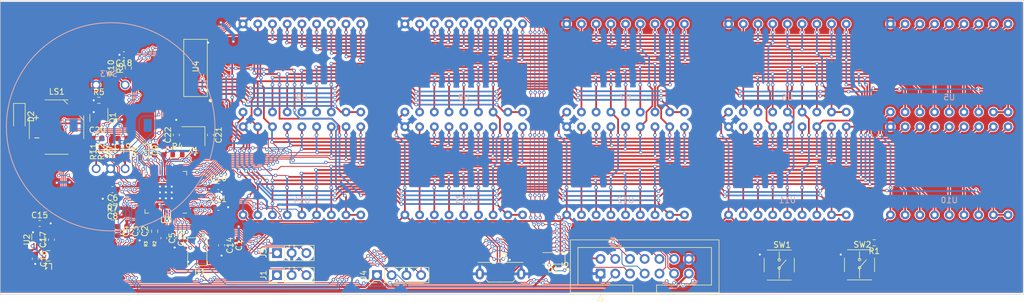
<source format=kicad_pcb>
(kicad_pcb (version 20221018) (generator pcbnew)
  (layers (0 "F.Cu" signal) (31 "B.Cu" signal) (34 "B.Paste" user) (35 "F.Paste" user) (36 "B.SilkS" user "B.Silkscreen") (37 "F.SilkS" user "F.Silkscreen") (38 "B.Mask" user) (39 "F.Mask" user) (44 "Edge.Cuts" user))
  (net 0 "")
  (net 1 "Net-(C22-Pad1)")
  (net 2 "GND")
  (net 3 "VSYS")
  (net 4 "Net-(U3-XIN)")
  (net 5 "1V1")
  (net 6 "3V3")
  (net 7 "Net-(U2-CFF)")
  (net 8 "Net-(U3-ADC_AVDD)")
  (net 9 "KNOB_SW")
  (net 10 "ENC_A")
  (net 11 "ENC_B")
  (net 12 "VBUS")
  (net 13 "Net-(D2-A)")
  (net 14 "SWCLK")
  (net 15 "SWDIO")
  (net 16 "USB_DP")
  (net 18 "UART0_TX")
  (net 19 "UART0_RX")
  (net 20 "UART1_TX")
  (net 21 "UART1_RX")
  (net 22 "GP26")
  (net 23 "GP27")
  (net 24 "GP28")
  (net 25 "GP29")
  (net 26 "SPEAKER")
  (net 27 "Net-(U2-SW)")
  (net 28 "Net-(R1-Pad1)")
  (net 29 "Net-(U1-CS)")
  (net 30 "Net-(U3-XOUT)")
  (net 31 "Net-(R8-Pad2)")
  (net 32 "Net-(R10-Pad1)")
  (net 33 "Net-(R11-Pad1)")
  (net 34 "Net-(U3-RUN)")
  (net 35 "QSPI_SD1")
  (net 36 "QSPI_SD2")
  (net 37 "QSPI_SD0")
  (net 38 "QSPI_SCLK")
  (net 39 "QSPI_SD3")
  (net 41 "DISP_D0")
  (net 42 "DISP_D1")
  (net 43 "DISP_D2")
  (net 44 "DISP_D3")
  (net 45 "DISP_D4")
  (net 46 "DISP_D5")
  (net 47 "DISP_D6")
  (net 48 "DISP_A0")
  (net 49 "DISP_A1")
  (net 50 "DISP_CLR")
  (net 51 "DISP_CUE")
  (net 52 "DISP_CU")
  (net 53 "DISP_WR")
  (net 54 "DISP_BL")
  (net 55 "DISP_CE_A0")
  (net 56 "DISP_CE_A1")
  (net 57 "DISP_CE_A2")
  (net 58 "DISP_CE_A3")
  (net 59 "DISP5_CE")
  (net 60 "DISP3_CE")
  (net 61 "DISP1_CE")
  (net 62 "DISP8_CE")
  (net 63 "DISP10_CE")
  (net 64 "DISP6_CE")
  (net 65 "DISP7_CE")
  (net 66 "DISP9_CE")
  (net 67 "DISP2_CE")
  (net 68 "DISP4_CE")
  (net 69 "USB_D+")
  (net 70 "USB_D-")
  (net 71 "USB_DN")
  (footprint "components:SOIC8_150mil" (layer "F.Cu") (at 58.1914 90.840953 -90)
    (fp_text reference "U1")
    (fp_text value "W25Q16JVSNIQ")
  )
  (footprint "components:TS18_TACTILE_SWITCH" (layer "F.Cu") (at 161.148333 95.03774)
    (fp_text reference "SW1")
    (fp_text value "SW_RESET")
  )
  (footprint "Connector_PinHeader_2.54mm:PinHeader_1x04_P2.54mm_Vertical" (layer "F.Cu") (at 91.704 96.774 90)
    (fp_text reference "J4")
    (fp_text value "Conn_01x04")
  )
  (footprint "Package_DFN_QFN:Micrel_MLF-8-1EP_2x2mm_P0.5mm_EP0.6x1.2mm" (layer "F.Cu") (at 33.213 90.6402 90)
    (fp_text reference "U2")
    (fp_text value "MIC23050-SYML")
  )
  (footprint "Capacitor_SMD:C_0603_1608Metric" (layer "F.Cu") (at 64.333508 85.0646)
    (fp_text reference "C11")
    (fp_text value "100n")
  )
  (footprint "Capacitor_SMD:C_0603_1608Metric" (layer "F.Cu") (at 54.897707 90.373202 -90)
    (fp_text reference "C5")
    (fp_text value "100n")
  )
  (footprint "Resistor_SMD:R_0603_1608Metric" (layer "F.Cu") (at 46.99 75.438 90)
    (fp_text reference "R9")
    (fp_text value "10K")
  )
  (footprint "Crystal:Crystal_SMD_Abracon_ABM8AIG-4Pin_3.2x2.5mm" (layer "F.Cu") (at 59.993307 72.7518 180)
    (fp_text reference "X1")
    (fp_text value "12MHz")
  )
  (footprint "Capacitor_SMD:C_0603_1608Metric" (layer "F.Cu") (at 50.173307 89.1794 -90)
    (fp_text reference "C2")
    (fp_text value "2u2")
  )
  (footprint "Package_TO_SOT_SMD:SOT-23" (layer "F.Cu") (at 43.688 69.596 -90)
    (fp_text reference "Q1")
    (fp_text value "BSS138")
  )
  (footprint "components:BUZZER_CMT-8504" (layer "F.Cu") (at 36.378 71.176)
    (fp_text reference "LS1")
    (fp_text value "SPEAKER")
  )
  (footprint "Resistor_SMD:R_0603_1608Metric" (layer "F.Cu") (at 47.218021 60.95445 90)
    (fp_text reference "R10")
    (fp_text value "10K")
  )
  (footprint "Capacitor_SMD:C_0603_1608Metric" (layer "F.Cu") (at 46.947509 89.179402 -90)
    (fp_text reference "C4")
    (fp_text value "2u2")
  )
  (footprint "Connector_PinHeader_2.54mm:PinHeader_1x03_P2.54mm_Vertical" (layer "F.Cu") (at 74.437 92.964 90)
    (fp_text reference "J3")
    (fp_text value "DEBUG_UART")
  )
  (footprint "components:SO16" (layer "F.Cu") (at 63.5508 65.4431 90)
    (fp_text reference "U4")
    (fp_text value "HEF4028BT")
  )
  (footprint "Capacitor_SMD:C_0603_1608Metric" (layer "F.Cu") (at 47.776089 73.13506 180)
    (fp_text reference "C19")
    (fp_text value "10n")
  )
  (footprint "Capacitor_SMD:C_0603_1608Metric" (layer "F.Cu") (at 35.499 90.6402 90)
    (fp_text reference "C17")
    (fp_text value "560pF")
  )
  (footprint "Resistor_SMD:R_0603_1608Metric" (layer "F.Cu") (at 177.546 91.186 180)
    (fp_text reference "R1")
    (fp_text value "1K")
  )
  (footprint "Resistor_SMD:R_0603_1608Metric" (layer "F.Cu") (at 48.514 75.438 -90)
    (fp_text reference "R8")
    (fp_text value "10K")
  )
  (footprint "Capacitor_SMD:C_0603_1608Metric" (layer "F.Cu") (at 32.705 93.9422 -90)
    (fp_text reference "C16")
    (fp_text value "4.7uF")
  )
  (footprint "Diode_SMD:D_SOD-123" (layer "F.Cu") (at 29.972 69.342 -90)
    (fp_text reference "D2")
    (fp_text value "D")
  )
  (footprint "components:TS18_TACTILE_SWITCH" (layer "F.Cu") (at 175.006 94.996)
    (fp_text reference "SW2")
    (fp_text value "BOOTSEL")
  )
  (footprint "Capacitor_SMD:C_0603_1608Metric" (layer "F.Cu") (at 54.872308 75.209402 90)
    (fp_text reference "C9")
    (fp_text value "100n")
  )
  (footprint "Capacitor_SMD:C_0603_1608Metric" (layer "F.Cu") (at 46.033107 81.991201 180)
    (fp_text reference "C6")
    (fp_text value "100n")
  )
  (footprint "Capacitor_SMD:C_0603_1608Metric" (layer "F.Cu") (at 56.472507 90.3732 -90)
    (fp_text reference "C12")
    (fp_text value "100n" hide)
  )
  (footprint "Package_DFN_QFN:QFN-56-1EP_7x7mm_P0.4mm_EP3.2x3.2mm" (layer "F.Cu") (at 55.253308 82.448401 180)
    (fp_text reference "U3")
    (fp_text value "RP2040")
  )
  (footprint "Capacitor_SMD:C_0603_1608Metric" (layer "F.Cu") (at 57.056708 72.542401 90)
    (fp_text reference "C22")
    (fp_text value "15p")
  )
  (footprint "Capacitor_SMD:C_0603_1608Metric" (layer "F.Cu") (at 43.4181 73.14141)
    (fp_text reference "C20")
    (fp_text value "10n")
  )
  (footprint "Resistor_SMD:R_0603_1608Metric" (layer "F.Cu") (at 46.033107 86.715602)
    (fp_text reference "R7")
    (fp_text value "200R")
  )
  (footprint "Capacitor_SMD:C_0603_1608Metric" (layer "F.Cu") (at 48.006 58.674 180)
    (fp_text reference "C18")
    (fp_text value "10n")
  )
  (footprint "Capacitor_SMD:C_0603_1608Metric" (layer "F.Cu") (at 64.321108 81.457801)
    (fp_text reference "C10")
    (fp_text value "100n")
  )
  (footprint "Resistor_SMD:R_0603_1608Metric" (layer "F.Cu") (at 57.259908 75.952199)
    (fp_text reference "R4")
    (fp_text value "1K")
  )
  (footprint "Connector_PinHeader_2.54mm:PinHeader_1x03_P2.54mm_Vertical" (layer "F.Cu") (at 74.437 96.774 90)
    (fp_text reference "J1")
    (fp_text value "DEBUG")
  )
  (footprint "Capacitor_SMD:C_0603_1608Metric" (layer "F.Cu") (at 48.547706 89.179401 -90)
    (fp_text reference "C3")
    (fp_text value "2u2")
  )
  (footprint "Resistor_SMD:R_0603_1608Metric" (layer "F.Cu") (at 53.322907 89.179401 90)
    (fp_text reference "R2")
    (fp_text value "27R" hide)
  )
  (footprint "Capacitor_SMD:C_0603_1608Metric" (layer "F.Cu") (at 46.033107 85.1408 180)
    (fp_text reference "C8")
    (fp_text value "100n")
  )
  (footprint "Connector_IDC:IDC-Header_2x07_P2.54mm_Vertical" (layer "F.Cu") (at 130.302 96.5105 90)
    (fp_text reference "J5")
    (fp_text value "AUX_CONNECTOR")
  )
  (footprint "Capacitor_SMD:C_0603_1608Metric" (layer "F.Cu") (at 66.4464 91.6178 -90)
    (fp_text reference "C1")
    (fp_text value "2u2")
  )
  (footprint "Resistor_SMD:R_0603_1608Metric" (layer "F.Cu") (at 48.768 60.96 90)
    (fp_text reference "R6")
    (fp_text value "10K")
  )
  (footprint "Capacitor_SMD:C_0603_1608Metric" (layer "F.Cu") (at 62.949507 72.5424 -90)
    (fp_text reference "C21")
    (fp_text value "15p")
  )
  (footprint "Capacitor_SMD:C_0603_1608Metric" (layer "F.Cu") (at 53.297507 75.2094 90)
    (fp_text reference "C13")
    (fp_text value "100n")
  )
  (footprint "Resistor_SMD:R_0603_1608Metric" (layer "F.Cu") (at 43.688 66.548)
    (fp_text reference "R5")
    (fp_text value "100K")
  )
  (footprint "components:GCT_USB3140" (layer "F.Cu") (at 113.03 95.666)
    (fp_text reference "J2")
    (fp_text value "USB_B_Micro")
  )
  (footprint "Resistor_SMD:R_0603_1608Metric" (layer "F.Cu") (at 51.748109 89.1794 90)
    (fp_text reference "R3")
    (fp_text value "27R" hide)
  )
  (footprint "Resistor_SMD:R_0603_1608Metric" (layer "F.Cu") (at 44.196 75.432336 90)
    (fp_text reference "R11")
    (fp_text value "10K")
  )
  (footprint "Resistor_SMD:R_0603_1608Metric" (layer "F.Cu") (at 42.672 75.438 -90)
    (fp_text reference "R12")
    (fp_text value "10K")
  )
  (footprint "components:Inductor_0806" (layer "F.Cu") (at 34.991 93.434201 180)
    (fp_text reference "L1")
    (fp_text value "2.2uH")
  )
  (footprint "Capacitor_SMD:C_0603_1608Metric" (layer "F.Cu") (at 64.8716 91.6178 -90)
    (fp_text reference "C14")
    (fp_text value "100n")
  )
  (footprint "Capacitor_SMD:C_0603_1608Metric" (layer "F.Cu") (at 33.467 87.8462)
    (fp_text reference "C15")
    (fp_text value "4.7uF")
  )
  (footprint "Diode_SMD:D_SOD-123F" (layer "F.Cu") (at 121.9708 93.8784 180)
    (fp_text reference "D1")
    (fp_text value "MBR1020VL")
  )
  (footprint "Capacitor_SMD:C_0603_1608Metric" (layer "F.Cu") (at 46.033109 83.566001 180)
    (fp_text reference "C7")
    (fp_text value "100n")
  )
  (footprint "components:DIP-18_W60" (layer "B.Cu") (at 162.56 60.96 180)
    (fp_text reference "U6")
    (fp_text value "MDL2416C")
  )
  (footprint "components:DIP-18_W60" (layer "B.Cu") (at 78.74 60.96 180)
    (fp_text reference "U9")
    (fp_text value "MDL2416C")
  )
  (footprint "components:DIP-18_W60" (layer "B.Cu") (at 134.62 78.74 180)
    (fp_text reference "U12")
    (fp_text value "MDL2416C")
  )
  (footprint "components:PEC11H_Encoder" (layer "B.Cu") (at 45.72 78.37 180)
    (fp_text reference "SW3")
    (fp_text value "KNOB")
  )
  (footprint "components:DIP-18_W60" (layer "B.Cu") (at 106.68 78.74 180)
    (fp_text reference "U13")
    (fp_text value "MDL2416C")
  )
  (footprint "components:DIP-18_W60" (layer "B.Cu") (at 134.62 60.96 180)
    (fp_text reference "U7")
    (fp_text value "MDL2416C")
  )
  (footprint "components:DIP-18_W60" (layer "B.Cu") (at 78.74 78.74 180)
    (fp_text reference "U14")
    (fp_text value "MDL2416C")
  )
  (footprint "components:DIP-18_W60" (layer "B.Cu") (at 106.68 60.96 180)
    (fp_text reference "U8")
    (fp_text value "MDL2416C")
  )
  (footprint "components:DIP-18_W60" (layer "B.Cu") (at 190.5 78.74 180)
    (fp_text reference "U10")
    (fp_text value "MDL2416C")
  )
  (footprint "components:DIP-18_W60" (layer "B.Cu") (at 162.56 78.74 180)
    (fp_text reference "U11")
    (fp_text value "MDL2416C")
  )
  (footprint "components:DIP-18_W60" (layer "B.Cu") (at 190.5 60.96 180)
    (fp_text reference "U5")
    (fp_text value "MDL2416C")
  )
  (gr_circle (center 45.72 71.12) (end 63.72 71.12) (stroke (width 0.15)) (fill none) (layer "B.SilkS"))
  (gr_rect (start 26.67 49.2506) (end 203.3778 100.1014) (stroke (width 0.1)) (fill none) (layer "Edge.Cuts"))
  (segment (start 57.056708 73.317402) (end 56.434908 73.939202) (width 0.15) (layer "F.Cu") (net 1))
  (segment (start 56.434908 73.939202) (end 56.434908 75.952202) (width 0.15) (layer "F.Cu") (net 1))
  (segment (start 57.291108 73.551802) (end 58.893307 73.5518) (width 0.15) (layer "F.Cu") (net 1))
  (segment (start 56.253308 77.89002) (end 56.378264 77.765064) (width 0.15) (layer "F.Cu") (net 2))
  (segment (start 65.096108 82.147692) (end 64.8716 82.3722) (width 0.3) (layer "F.Cu") (net 2))
  (segment (start 65.096108 81.457801) (end 65.096108 82.147692) (width 0.3) (layer "F.Cu") (net 2))
  (segment (start 50.173307 90.229107) (end 50.7238 90.7796) (width 0.3) (layer "F.Cu") (net 2))
  (segment (start 34.242 87.8462) (end 35.3438 87.8462) (width 0.3) (layer "F.Cu") (net 2))
  (segment (start 54.872308 73.515908) (end 54.864 73.5076) (width 0.3) (layer "F.Cu") (net 2))
  (segment (start 58.1914 94.650953) (end 58.917447 94.650953) (width 0.3) (layer "F.Cu") (net 2))
  (segment (start 54.897707 91.148202) (end 56.472505 91.148202) (width 0.3) (layer "F.Cu") (net 2))
  (segment (start 54.872308 74.434402) (end 54.872308 73.515908) (width 0.3) (layer "F.Cu") (net 2))
  (segment (start 63.5508 56.5531) (end 62.5729 56.5531) (width 0.3) (layer "F.Cu") (net 2))
  (segment (start 46.947509 89.954402) (end 48.547705 89.954402) (width 0.3) (layer "F.Cu") (net 2))
  (segment (start 56.472507 91.702307) (end 56.769 91.9988) (width 0.3) (layer "F.Cu") (net 2))
  (segment (start 56.472507 91.1482) (end 56.472507 91.702307) (width 0.3) (layer "F.Cu") (net 2))
  (segment (start 45.258109 83.566001) (end 44.348401 83.566001) (width 0.3) (layer "F.Cu") (net 2))
  (segment (start 44.07959 73.14141) (end 43.5102 73.7108) (width 0.3) (layer "F.Cu") (net 2))
  (segment (start 47.04926 73.13506) (end 47.6758 73.7616) (width 0.3) (layer "F.Cu") (net 2))
  (segment (start 65.108508 85.0646) (end 65.9892 85.0646) (width 0.3) (layer "F.Cu") (net 2))
  (segment (start 62.5729 56.5531) (end 62.5602 56.5658) (width 0.3) (layer "F.Cu") (net 2))
  (segment (start 56.253308 79.010901) (end 56.253308 77.89002) (width 0.15) (layer "F.Cu") (net 2))
  (segment (start 57.056708 71.767401) (end 57.056708 69.934508) (width 0.15) (layer "F.Cu") (net 2))
  (segment (start 45.258107 81.991201) (end 45.258107 83.565999) (width 0.3) (layer "F.Cu") (net 2))
  (segment (start 33.594 90.6402) (end 33.594 90.2592) (width 0.15) (layer "F.Cu") (net 2))
  (segment (start 66.4464 92.3928) (end 64.8716 92.3928) (width 0.15) (layer "F.Cu") (net 2))
  (segment (start 114.33 95.666) (end 114.33 94.4072) (width 0.3) (layer "F.Cu") (net 2))
  (segment (start 45.258109 83.566001) (end 45.258109 85.140798) (width 0.3) (layer "F.Cu") (net 2))
  (segment (start 57.056708 69.934508) (end 57.0484 69.9262) (width 0.15) (layer "F.Cu") (net 2))
  (segment (start 65.9892 85.0646) (end 66.0146 85.0392) (width 0.3) (layer "F.Cu") (net 2))
  (segment (start 64.8716 92.3928) (end 64.8716 93.3958) (width 0.15) (layer "F.Cu") (net 2))
  (segment (start 58.917447 94.650953) (end 59.1058 94.4626) (width 0.3) (layer "F.Cu") (net 2))
  (segment (start 48.547706 89.954401) (end 50.173306 89.954401) (width 0.3) (layer "F.Cu") (net 2))
  (segment (start 33.594 90.2592) (end 33.463 90.1282) (width 0.15) (layer "F.Cu") (net 2))
  (segment (start 44.348401 83.566001) (end 44.3484 83.566) (width 0.3) (layer "F.Cu") (net 2))
  (segment (start 35.3438 87.8462) (end 35.3568 87.8332) (width 0.3) (layer "F.Cu") (net 2))
  (segment (start 53.297507 74.4344) (end 54.872306 74.4344) (width 0.3) (layer "F.Cu") (net 2))
  (segment (start 33.463 90.1282) (end 33.463 89.6652) (width 0.15) (layer "F.Cu") (net 2))
  (segment (start 114.33 94.4072) (end 114.6048 94.1324) (width 0.3) (layer "F.Cu") (net 2))
  (via (at 56.269308 81.457802) (size 0.6) (drill 0.35) (layers "F.Cu" "B.Cu") (net 2))
  (via (at 50.7238 90.7796) (size 0.6) (drill 0.35) (layers "F.Cu" "B.Cu") (net 2))
  (via (at 56.378264 77.765064) (size 0.6) (drill 0.35) (layers "F.Cu" "B.Cu") (net 2))
  (via (at 42.799 68.58) (size 0.6) (drill 0.35) (layers "F.Cu" "B.Cu") (net 2))
  (via (at 54.237308 81.457799) (size 0.6) (drill 0.35) (layers "F.Cu" "B.Cu") (net 2))
  (via (at 59.1058 94.4626) (size 0.6) (drill 0.35) (layers "F.Cu" "B.Cu") (net 2))
  (via (at 42.799 66.548) (size 0.6) (drill 0.35) (layers "F.Cu" "B.Cu") (net 2))
  (via (at 35.3568 87.8332) (size 0.6) (drill 0.35) (layers "F.Cu" "B.Cu") (net 2))
  (via (at 62.5602 56.5658) (size 0.6) (drill 0.35) (layers "F.Cu" "B.Cu") (net 2))
  (via (at 55.253308 81.457801) (size 0.6) (drill 0.35) (layers "F.Cu" "B.Cu") (net 2))
  (via (at 47.6758 73.7616) (size 0.6) (drill 0.35) (layers "F.Cu" "B.Cu") (net 2))
  (via (at 56.269308 83.489799) (size 0.6) (drill 0.35) (layers "F.Cu" "B.Cu") (net 2))
  (via (at 157.797 93.218) (size 0.6) (drill 0.35) (layers "F.Cu" "B.Cu") (net 2))
  (via (at 44.3484 83.566) (size 0.6) (drill 0.35) (layers "F.Cu" "B.Cu") (net 2))
  (via (at 32.324 89.370201) (size 0.6) (drill 0.35) (layers "F.Cu" "B.Cu") (net 2))
  (via (at 33.594 90.6402) (size 0.6) (drill 0.35) (layers "F.Cu" "B.Cu") (net 2))
  (via (at 57.0484 69.9262) (size 0.6) (drill 0.35) (layers "F.Cu" "B.Cu") (net 2))
  (via (at 56.269308 82.473801) (size 0.6) (drill 0.35) (layers "F.Cu" "B.Cu") (net 2))
  (via (at 32.705 94.8312) (size 0.6) (drill 0.35) (layers "F.Cu" "B.Cu") (net 2))
  (via (at 171.767 93.218) (size 0.6) (drill 0.35) (layers "F.Cu" "B.Cu") (net 2))
  (via (at 55.253308 83.489801) (size 0.6) (drill 0.35) (layers "F.Cu" "B.Cu") (net 2))
  (via (at 64.8716 93.3958) (size 0.6) (drill 0.35) (layers "F.Cu" "B.Cu") (net 2))
  (via (at 114.6048 94.1324) (size 0.6) (drill 0.35) (layers "F.Cu" "B.Cu") (net 2))
  (via (at 55.253308 82.473799) (size 0.6) (drill 0.35) (layers "F.Cu" "B.Cu") (net 2))
  (via (at 54.864 73.5076) (size 0.6) (drill 0.35) (layers "F.Cu" "B.Cu") (net 2))
  (via (at 64.8716 82.3722) (size 0.6) (drill 0.35) (layers "F.Cu" "B.Cu") (net 2))
  (via (at 54.237308 82.473801) (size 0.6) (drill 0.35) (layers "F.Cu" "B.Cu") (net 2))
  (via (at 47.244 58.674) (size 0.6) (drill 0.35) (layers "F.Cu" "B.Cu") (net 2))
  (via (at 43.5102 73.7108) (size 0.6) (drill 0.35) (layers "F.Cu" "B.Cu") (net 2))
  (via (at 66.0146 85.0392) (size 0.6) (drill 0.35) (layers "F.Cu" "B.Cu") (net 2))
  (via (at 56.769 91.9988) (size 0.6) (drill 0.35) (layers "F.Cu" "B.Cu") (net 2))
  (via (at 54.237308 83.489799) (size 0.6) (drill 0.35) (layers "F.Cu" "B.Cu") (net 2))
  (segment (start 66.0908 73.9394) (end 67.5386 73.9394) (width 0.3) (layer "B.Cu") (net 2))
  (segment (start 67.5386 73.9394) (end 67.6656 74.0664) (width 0.3) (layer "B.Cu") (net 2))
  (segment (start 93.6752 98.7452) (end 91.704 96.774) (width 0.4) (layer "F.Cu") (net 3))
  (segment (start 68.58 86.36) (end 69.642 87.422) (width 0.3) (layer "F.Cu") (net 3))
  (segment (start 32.963 92.3352) (end 32.328 92.3352) (width 0.3) (layer "F.Cu") (net 3))
  (segment (start 96.52 86.36) (end 96.52 81.660808) (width 0.3) (layer "F.Cu") (net 3))
  (segment (start 91.704 96.774) (end 89.672 98.806) (width 0.4) (layer "F.Cu") (net 3))
  (segment (start 95.0468 70.0532) (end 96.52 68.58) (width 0.3) (layer "F.Cu") (net 3))
  (segment (start 93.6752 98.7552) (end 93.6752 98.7452) (width 0.4) (layer "F.Cu") (net 3))
  (segment (start 95.458 87.422) (end 96.52 86.36) (width 0.3) (layer "F.Cu") (net 3))
  (segment (start 70.67 81.9912) (end 70.664335 81.9912) (width 0.3) (layer "F.Cu") (net 3))
  (segment (start 179.197 87.503) (end 180.34 86.36) (width 0.3) (layer "F.Cu") (net 3))
  (segment (start 96.52 86.36) (end 97.582 87.422) (width 0.3) (layer "F.Cu") (net 3))
  (segment (start 118.745 98.7552) (end 93.6752 98.7552) (width 0.4) (layer "F.Cu") (net 3))
  (segment (start 180.34 86.36) (end 180.34 81.660308) (width 0.3) (layer "F.Cu") (net 3))
  (segment (start 97.582 87.422) (end 123.398 87.422) (width 0.3) (layer "F.Cu") (net 3))
  (segment (start 32.878 67.676) (end 31.328 67.676) (width 0.3) (layer "F.Cu") (net 3))
  (segment (start 123.0884 72.562408) (end 123.0884 69.9516) (width 0.3) (layer "F.Cu") (net 3))
  (segment (start 30.5308 73.2008) (end 30.5308 75.4288) (width 0.3) (layer "F.Cu") (net 3))
  (segment (start 28.9814 70.0226) (end 28.9814 71.6514) (width 0.3) (layer "F.Cu") (net 3))
  (segment (start 123.3708 93.8784) (end 123.3708 87.4492) (width 0.3) (layer "F.Cu") (net 3))
  (segment (start 69.642 87.422) (end 95.458 87.422) (width 0.3) (layer "F.Cu") (net 3))
  (segment (start 151.13 69.85) (end 152.4 68.58) (width 0.3) (layer "F.Cu") (net 3))
  (segment (start 124.46 81.660808) (end 124.4346 81.635408) (width 0.3) (layer "F.Cu") (net 3))
  (segment (start 178.562 72.562408) (end 178.562 70.358) (width 0.3) (layer "F.Cu") (net 3))
  (segment (start 28.9814 71.6514) (end 30.5308 73.2008) (width 0.3) (layer "F.Cu") (net 3))
  (segment (start 32.328 92.3352) (end 32.2072 92.456) (width 0.3) (layer "F.Cu") (net 3))
  (segment (start 67.041391 73.293609) (end 67.041391 75.081897) (width 0.3) (layer "F.Cu") (net 3))
  (segment (start 67.8688 78.7229) (end 70.67 81.5241) (width 0.3) (layer "F.Cu") (net 3))
  (segment (start 96.52 81.660808) (end 96.4946 81.635408) (width 0.3) (layer "F.Cu") (net 3))
  (segment (start 89.672 98.806) (end 32.8168 98.806) (width 0.4) (layer "F.Cu") (net 3))
  (segment (start 32.792537 77.690537) (end 32.792537 87.745663) (width 0.3) (layer "F.Cu") (net 3))
  (segment (start 32.2072 92.456) (end 31.242 92.456) (width 0.3) (layer "F.Cu") (net 3))
  (segment (start 123.398 87.422) (end 124.46 86.36) (width 0.3) (layer "F.Cu") (net 3))
  (segment (start 123.3708 93.8784) (end 130.2099 93.8784) (width 0.3) (layer "F.Cu") (net 3))
  (segment (start 31.242 92.456) (end 31.242 89.2962) (width 0.4) (layer "F.Cu") (net 3))
  (segment (start 118.745 98.7552) (end 143.2973 98.7552) (width 0.4) (layer "F.Cu") (net 3))
  (segment (start 151.257 87.503) (end 152.4 86.36) (width 0.3) (layer "F.Cu") (net 3))
  (segment (start 70.664335 81.9912) (end 69.6214 83.034135) (width 0.3) (layer "F.Cu") (net 3))
  (segment (start 125.603 87.503) (end 151.257 87.503) (width 0.3) (layer "F.Cu") (net 3))
  (segment (start 152.4 86.36) (end 153.543 87.503) (width 0.3) (layer "F.Cu") (net 3))
  (segment (start 30.5308 75.4288) (end 32.792537 77.690537) (width 0.3) (layer "F.Cu") (net 3))
  (segment (start 123.3708 94.1294) (end 118.745 98.7552) (width 0.4) (layer "F.Cu") (net 3))
  (segment (start 32.8168 98.806) (end 31.242 97.2312) (width 0.4) (layer "F.Cu") (net 3))
  (segment (start 123.0884 69.9516) (end 124.46 68.58) (width 0.3) (layer "F.Cu") (net 3))
  (segment (start 178.562 70.358) (end 180.34 68.58) (width 0.3) (layer "F.Cu") (net 3))
  (segment (start 31.242 89.2962) (end 32.692 87.8462) (width 0.4) (layer "F.Cu") (net 3))
  (segment (start 180.34 81.660308) (end 180.3654 81.634908) (width 0.3) (layer "F.Cu") (net 3))
  (segment (start 32.963 91.6152) (end 32.963 92.3352) (width 0.3) (layer "F.Cu") (net 3))
  (segment (start 70.67 81.5241) (end 70.67 81.9912) (width 0.3) (layer "F.Cu") (net 3))
  (segment (start 95.0468 72.562408) (end 95.0468 70.0532) (width 0.3) (layer "F.Cu") (net 3))
  (segment (start 143.2973 98.7552) (end 145.542 96.5105) (width 0.4) (layer "F.Cu") (net 3))
  (segment (start 31.242 97.2312) (end 31.242 92.456) (width 0.4) (layer "F.Cu") (net 3))
  (segment (start 32.963 89.665201) (end 32.963 88.1172) (width 0.2) (layer "F.Cu") (net 3))
  (segment (start 151.13 72.562408) (end 151.13 69.85) (width 0.3) (layer "F.Cu") (net 3))
  (segment (start 68.58 68.58) (end 68.58 69.536442) (width 0.3) (layer "F.Cu") (net 3))
  (segment (start 29.972 67.692) (end 32.862 67.692) (width 0.3) (layer "F.Cu") (net 3))
  (segment (start 67.041391 75.081897) (end 67.233394 75.2739) (width 0.3) (layer "F.Cu") (net 3))
  (segment (start 124.46 86.36) (end 125.603 87.503) (width 0.3) (layer "F.Cu") (net 3))
  (segment (start 68.58 69.536442) (end 67.461185 70.655257) (width 0.3) (layer "F.Cu") (net 3))
  (segment (start 152.4 86.36) (end 152.4 81.635408) (width 0.3) (layer "F.Cu") (net 3))
  (segment (start 153.543 87.503) (end 179.197 87.503) (width 0.3) (layer "F.Cu") (net 3))
  (segment (start 31.328 67.676) (end 28.9814 70.0226) (width 0.3) (layer "F.Cu") (net 3))
  (segment (start 124.46 86.36) (end 124.46 81.660808) (width 0.3) (layer "F.Cu") (net 3))
  (segment (start 123.3708 87.4492) (end 124.46 86.36) (width 0.3) (layer "F.Cu") (net 3))
  (via (at 67.041391 73.293609) (size 0.6) (drill 0.35) (layers "F.Cu" "B.Cu") (net 3))
  (via (at 178.562 72.562408) (size 0.6) (drill 0.35) (layers "F.Cu" "B.Cu") (net 3))
  (via (at 123.0884 72.562408) (size 0.6) (drill 0.35) (layers "F.Cu" "B.Cu") (net 3))
  (via (at 67.461185 70.655257) (size 0.6) (drill 0.35) (layers "F.Cu" "B.Cu") (net 3))
  (via (at 180.3654 81.634908) (size 0.6) (drill 0.35) (layers "F.Cu" "B.Cu") (net 3))
  (via (at 67.8688 78.7229) (size 0.6) (drill 0.35) (layers "F.Cu" "B.Cu") (net 3))
  (via (at 95.0468 72.562408) (size 0.6) (drill 0.35) (layers "F.Cu" "B.Cu") (net 3))
  (via (at 152.4 81.635408) (size 0.6) (drill 0.35) (layers "F.Cu" "B.Cu") (net 3))
  (via (at 124.4346 81.635408) (size 0.6) (drill 0.35) (layers "F.Cu" "B.Cu") (net 3))
  (via (at 96.4946 81.635408) (size 0.6) (drill 0.35) (layers "F.Cu" "B.Cu") (net 3))
  (via (at 67.233394 75.2739) (size 0.6) (drill 0.35) (layers "F.Cu" "B.Cu") (net 3))
  (via (at 151.13 72.562408) (size 0.6) (drill 0.35) (layers "F.Cu" "B.Cu") (net 3))
  (via (at 69.6214 83.034135) (size 0.6) (drill 0.35) (layers "F.Cu" "B.Cu") (net 3))
  (segment (start 152.4 73.832408) (end 151.13 72.562408) (width 0.3) (layer "B.Cu") (net 3))
  (segment (start 67.461185 70.655257) (end 67.461185 72.873815) (width 0.3) (layer "B.Cu") (net 3))
  (segment (start 69.6214 83.034135) (end 68.58 84.075535) (width 0.3) (layer "B.Cu") (net 3))
  (segment (start 67.233394 78.087494) (end 67.8688 78.7229) (width 0.3) (layer "B.Cu") (net 3))
  (segment (start 124.4346 81.635408) (end 124.4346 73.908608) (width 0.3) (layer "B.Cu") (net 3))
  (segment (start 96.4946 74.010208) (end 95.0468 72.562408) (width 0.3) (layer "B.Cu") (net 3))
  (segment (start 124.4346 73.908608) (end 123.0884 72.562408) (width 0.3) (layer "B.Cu") (net 3))
  (segment (start 68.58 84.075535) (end 68.58 86.36) (width 0.3) (layer "B.Cu") (net 3))
  (segment (start 180.3654 81.634908) (end 180.3654 74.365808) (width 0.3) (layer "B.Cu") (net 3))
  (segment (start 180.3654 74.365808) (end 178.562 72.562408) (width 0.3) (layer "B.Cu") (net 3))
  (segment (start 67.233394 75.2739) (end 67.233394 78.087494) (width 0.3) (layer "B.Cu") (net 3))
  (segment (start 67.461185 72.873815) (end 67.041391 73.293609) (width 0.3) (layer "B.Cu") (net 3))
  (segment (start 96.4946 81.635408) (end 96.4946 74.010208) (width 0.3) (layer "B.Cu") (net 3))
  (segment (start 152.4 81.635408) (end 152.4 73.832408) (width 0.3) (layer "B.Cu") (net 3))
  (segment (start 60.993308 71.951801) (end 59.818309 73.126804) (width 0.15) (layer "F.Cu") (net 4))
  (segment (start 58.024149 77.088999) (end 56.312573 77.088999) (width 0.15) (layer "F.Cu") (net 4))
  (segment (start 56.312573 77.088999) (end 55.853307 77.548265) (width 0.15) (layer "F.Cu") (net 4))
  (segment (start 62.765108 71.951801) (end 61.093307 71.9518) (width 0.15) (layer "F.Cu") (net 4))
  (segment (start 59.818308 75.29484) (end 58.024149 77.088999) (width 0.15) (layer "F.Cu") (net 4))
  (segment (start 55.853307 77.548265) (end 55.853307 79.0109) (width 0.15) (layer "F.Cu") (net 4))
  (segment (start 59.818309 73.126804) (end 59.818308 75.29484) (width 0.15) (layer "F.Cu") (net 4))
  (segment (start 52.304708 87.729403) (end 52.306907 87.731602) (width 0.15) (layer "F.Cu") (net 5))
  (segment (start 55.456509 88.582201) (end 56.472509 89.598201) (width 0.15) (layer "F.Cu") (net 5))
  (segment (start 52.306907 87.731602) (end 53.45331 86.585202) (width 0.15) (layer "F.Cu") (net 5))
  (segment (start 53.449908 85.140802) (end 53.453309 85.144201) (width 0.15) (layer "F.Cu") (net 5))
  (segment (start 54.653308 77.428801) (end 54.653308 79.010899) (width 0.15) (layer "F.Cu") (net 5))
  (segment (start 55.45651 87.350599) (end 55.456509 88.582201) (width 0.15) (layer "F.Cu") (net 5))
  (segment (start 53.453309 85.885901) (end 53.453309 85.144201) (width 0.15) (layer "F.Cu") (net 5))
  (segment (start 55.453308 85.885901) (end 55.453308 87.347402) (width 0.15) (layer "F.Cu") (net 5))
  (segment (start 50.822908 87.729402) (end 52.304708 87.729403) (width 0.15) (layer "F.Cu") (net 5))
  (segment (start 50.147907 88.404402) (end 50.822908 87.729402) (width 0.15) (layer "F.Cu") (net 5))
  (segment (start 54.338907 77.114402) (end 54.338907 77.0258) (width 0.15) (layer "F.Cu") (net 5))
  (segment (start 53.45331 86.585202) (end 53.453309 85.885901) (width 0.15) (layer "F.Cu") (net 5))
  (segment (start 54.338907 77.114402) (end 54.653308 77.428801) (width 0.15) (layer "F.Cu") (net 5))
  (segment (start 54.338907 77.0258) (end 53.297507 75.9844) (width 0.15) (layer "F.Cu") (net 5))
  (segment (start 55.453308 87.347402) (end 55.45651 87.350599) (width 0.15) (layer "F.Cu") (net 5))
  (via (at 54.161108 84.531201) (size 0.6) (drill 0.35) (layers "F.Cu" "B.Cu") (net 5))
  (via (at 54.338907 77.114402) (size 0.6) (drill 0.35) (layers "F.Cu" "B.Cu") (net 5))
  (via (at 55.45651 87.350599) (size 0.6) (drill 0.35) (layers "F.Cu" "B.Cu") (net 5))
  (via (at 54.618308 80.340201) (size 0.6) (drill 0.35) (layers "F.Cu" "B.Cu") (net 5))
  (segment (start 54.618308 80.340201) (end 54.618308 77.393803) (width 0.3) (layer "B.Cu") (net 5))
  (segment (start 54.618308 77.393803) (end 54.338907 77.114402) (width 0.3) (layer "B.Cu") (net 5))
  (segment (start 55.45651 87.350599) (end 55.45651 85.826603) (width 0.3) (layer "B.Cu") (net 5))
  (segment (start 55.45651 85.826603) (end 54.161108 84.531201) (width 0.3) (layer "B.Cu") (net 5))
  (segment (start 54.653308 85.334401) (end 54.653308 85.885902) (width 0.15) (layer "F.Cu") (net 6))
  (segment (start 52.824307 81.448401) (end 52.840306 81.432402) (width 0.15) (layer "F.Cu") (net 6))
  (segment (start 54.897708 87.153801) (end 55.053307 86.998199) (width 0.15) (layer "F.Cu") (net 6))
  (segment (start 47.350907 81.448401) (end 46.808107 81.991201) (width 0.15) (layer "F.Cu") (net 6))
  (segment (start 46.858108 86.715603) (end 47.734908 86.715602) (width 0.15) (layer "F.Cu") (net 6))
  (segment (start 48.522309 87.477599) (end 48.522309 88.378999) (width 0.15) (layer "F.Cu") (net 6))
  (segment (start 54.876398 75.984402) (end 55.5498 75.311) (width 0.4) (layer "F.Cu") (net 6))
  (segment (start 55.053308 79.43731) (end 55.4482 79.8322) (width 0.15) (layer "F.Cu") (net 6))
  (segment (start 51.815808 85.048401) (end 50.943199 85.048401) (width 0.15) (layer "F.Cu") (net 6))
  (segment (start 34.163 91.415201) (end 33.963001 91.6152) (width 0.2) (layer "F.Cu") (net 6))
  (segment (start 48.768 61.679429) (end 47.218021 60.12945) (width 0.3) (layer "F.Cu") (net 6))
  (segment (start 55.053307 86.998199) (end 55.053308 85.885903) (width 0.15) (layer "F.Cu") (net 6))
  (segment (start 53.05331 85.45949) (end 53.053309 85.885901) (width 0.15) (layer "F.Cu") (net 6))
  (segment (start 46.808107 85.1408) (end 46.808107 86.665602) (width 0.3) (layer "F.Cu") (net 6))
  (segment (start 54.653308 86.922539) (end 54.897708 87.166939) (width 0.15) (layer "F.Cu") (net 6))
  (segment (start 55.053309 79.010903) (end 55.053308 79.43731) (width 0.15) (layer "F.Cu") (net 6))
  (segment (start 51.815808 85.048401) (end 52.642217 85.048402) (width 0.15) (layer "F.Cu") (net 6))
  (segment (start 51.815808 81.448401) (end 47.350907 81.448401) (width 0.15) (layer "F.Cu") (net 6))
  (segment (start 55.053308 85.245601) (end 54.897708 85.090001) (width 0.15) (layer "F.Cu") (net 6))
  (segment (start 54.653308 85.885902) (end 54.653308 86.922539) (width 0.15) (layer "F.Cu") (net 6))
  (segment (start 33.963 91.6152) (end 33.963 92.002852) (width 0.3) (layer "F.Cu") (net 6))
  (segment (start 54.897708 87.166939) (end 54.897708 87.153801) (width 0.15) (layer "F.Cu") (net 6))
  (segment (start 51.815808 81.4484) (end 52.824307 81.448401) (width 0.15) (layer "F.Cu") (net 6))
  (segment (start 50.943199 85.048401) (end 50.5714 85.4202) (width 0.15) (layer "F.Cu") (net 6))
  (segment (start 46.808107 81.991201) (end 46.808107 83.565999) (width 0.3) (layer "F.Cu") (net 6))
  (segment (start 47.734908 86.715602) (end 47.811108 86.639402) (width 0.15) (layer "F.Cu") (net 6))
  (segment (start 55.4482 79.8322) (end 55.532708 79.832202) (width 0.15) (layer "F.Cu") (net 6))
  (segment (start 35.499 91.4152) (end 34.163 91.415201) (width 0.2) (layer "F.Cu") (net 6))
  (segment (start 57.936508 85.048402) (end 57.920306 85.064601) (width 0.15) (layer "F.Cu") (net 6))
  (segment (start 50.5714 85.4202) (end 47.087507 85.4202) (width 0.15) (layer "F.Cu") (net 6))
  (segment (start 55.053308 85.885903) (end 55.053308 85.245601) (width 0.15) (layer "F.Cu") (net 6))
  (segment (start 54.897708 89.598201) (end 54.897708 87.166939) (width 0.15) (layer "F.Cu") (net 6))
  (segment (start 53.053307 86.5534) (end 52.177307 87.4294) (width 0.15) (layer "F.Cu") (net 6))
  (segment (start 52.642217 85.048402) (end 53.05331 85.45949) (width 0.15) (layer "F.Cu") (net 6))
  (segment (start 63.558508 85.0646) (end 58.707007 85.0646) (width 0.15) (layer "F.Cu") (net 6))
  (segment (start 38.6334 80.6958) (end 38.6334 80.7212) (width 0.4) (layer "F.Cu") (net 6))
  (segment (start 46.808109 83.566001) (end 46.808109 85.140798) (width 0.3) (layer "F.Cu") (net 6))
  (segment (start 54.897708 85.090001) (end 54.653308 85.334401) (width 0.15) (layer "F.Cu") (net 6))
  (segment (start 58.690809 85.048403) (end 57.936508 85.048402) (width 0.15) (layer "F.Cu") (net 6))
  (segment (start 58.690808 81.448401) (end 63.536708 81.448401) (width 0.15) (layer "F.Cu") (net 6))
  (segment (start 49.522707 87.429402) (end 48.547709 88.404399) (width 0.15) (layer "F.Cu") (net 6))
  (segment (start 52.177307 87.4294) (end 49.522707 87.429402) (width 0.15) (layer "F.Cu") (net 6))
  (segment (start 33.963 92.002852) (end 32.798652 93.1672) (width 0.3) (layer "F.Cu") (net 6))
  (segment (start 55.053309 79.010903) (end 55.053308 76.165401) (width 0.15) (layer "F.Cu") (net 6))
  (segment (start 53.053309 85.885901) (end 53.053307 86.5534) (width 0.15) (layer "F.Cu") (net 6))
  (via (at 67.8434 90.9828) (size 0.6) (drill 0.35) (layers "F.Cu" "B.Cu") (net 6))
  (via (at 67.818 88.392) (size 0.6) (drill 0.35) (layers "F.Cu" "B.Cu") (net 6))
  (via (at 55.5498 75.311) (size 0.6) (drill 0.35) (layers "F.Cu" "B.Cu") (net 6))
  (via (at 47.6758 69.8754) (size 0.6) (drill 0.35) (layers "F.Cu" "B.Cu") (net 6))
  (via (at 36.4236 80.7974) (size 0.6) (drill 0.35) (layers "F.Cu" "B.Cu") (net 6))
  (via (at 46.0756 74.168) (size 0.6) (drill 0.35) (layers "F.Cu" "B.Cu") (net 6))
  (via (at 64.7446 53.086) (size 0.6) (drill 0.35) (layers "F.Cu" "B.Cu") (net 6))
  (via (at 38.6334 80.7212) (size 0.6) (drill 0.35) (layers "F.Cu" "B.Cu") (net 6))
  (via (at 66.9036 56.388) (size 0.6) (drill 0.35) (layers "F.Cu" "B.Cu") (net 6))
  (via (at 60.2742 75.946) (size 0.6) (drill 0.35) (layers "F.Cu" "B.Cu") (net 6))
  (segment (start 66.9036 55.245) (end 64.7446 53.086) (width 0.6) (layer "B.Cu") (net 6))
  (segment (start 36.4998 80.7212) (end 36.4236 80.7974) (width 0.4) (layer "B.Cu") (net 6))
  (segment (start 46.34 73.963) (end 46.2806 73.963) (width 0.4) (layer "B.Cu") (net 6))
  (segment (start 67.8434 88.4174) (end 67.818 88.392) (width 0.4) (layer "B.Cu") (net 6))
  (segment (start 59.6392 75.311) (end 60.2742 75.946) (width 0.4) (layer "B.Cu") (net 6))
  (segment (start 46.2806 73.963) (end 46.0756 74.168) (width 0.4) (layer "B.Cu") (net 6))
  (segment (start 46.34 71.139061) (end 46.34 73.963) (width 0.4) (layer "B.Cu") (net 6))
  (segment (start 66.9036 56.388) (end 66.9036 55.245) (width 0.6) (layer "B.Cu") (net 6))
  (segment (start 47.603661 69.8754) (end 46.34 71.139061) (width 0.4) (layer "B.Cu") (net 6))
  (segment (start 38.6334 80.7212) (end 36.4998 80.7212) (width 0.4) (layer "B.Cu") (net 6))
  (segment (start 55.5498 75.311) (end 59.6392 75.311) (width 0.4) (layer "B.Cu") (net 6))
  (segment (start 47.6758 69.8754) (end 47.603661 69.8754) (width 0.4) (layer "B.Cu") (net 6))
  (segment (start 67.8434 90.9828) (end 67.8434 88.4174) (width 0.4) (layer "B.Cu") (net 6))
  (segment (start 35.499 89.8652) (end 34.163 89.8652) (width 0.2) (layer "F.Cu") (net 7))
  (segment (start 34.163 89.8652) (end 33.963 89.6652) (width 0.2) (layer "F.Cu") (net 7))
  (segment (start 46.947508 88.245464) (end 48.240371 86.952602) (width 0.15) (layer "F.Cu") (net 8))
  (segment (start 49.175309 87.129402) (end 52.053043 87.1294) (width 0.15) (layer "F.Cu") (net 8))
  (segment (start 48.998509 86.952604) (end 49.175309 87.129402) (width 0.15) (layer "F.Cu") (net 8))
  (segment (start 46.896908 88.404401) (end 45.208108 86.715601) (width 0.15) (layer "F.Cu") (net 8))
  (segment (start 52.053043 87.1294) (end 52.653308 86.529138) (width 0.15) (layer "F.Cu") (net 8))
  (segment (start 52.653308 86.529138) (end 52.653308 85.885901) (width 0.15) (layer "F.Cu") (net 8))
  (segment (start 48.240371 86.952602) (end 48.998509 86.952604) (width 0.15) (layer "F.Cu") (net 8))
  (segment (start 119.939612 89.483388) (end 122.7713 89.483388) (width 0.15) (layer "F.Cu") (net 9))
  (segment (start 50.201927 82.797901) (end 49.186194 82.797901) (width 0.15) (layer "F.Cu") (net 9))
  (segment (start 117.016629 52.1208) (end 118.2116 53.315771) (width 0.15) (layer "F.Cu") (net 9))
  (segment (start 51.815808 82.648401) (end 50.351427 82.648401) (width 0.15) (layer "F.Cu") (net 9))
  (segment (start 55.1942 57.658) (end 55.1942 57.3731) (width 0.15) (layer "F.Cu") (net 9))
  (segment (start 132.2365 91.2814) (end 132.461 91.0569) (width 0.15) (layer "F.Cu") (net 9))
  (segment (start 48.1838 80.923901) (end 46.9186 79.658701) (width 0.15) (layer "F.Cu") (net 9))
  (segment (start 49.468 60.835) (end 48.768 60.135) (width 0.15) (layer "F.Cu") (net 9))
  (segment (start 50.351427 82.648401) (end 50.201927 82.797901) (width 0.15) (layer "F.Cu") (net 9))
  (segment (start 118.237 72.486208) (end 118.1608 72.562408) (width 0.15) (layer "F.Cu") (net 9))
  (segment (start 124.5616 90.399927) (end 125.443073 91.2814) (width 0.15) (layer "F.Cu") (net 9))
  (segment (start 118.237 83.036208) (end 118.237 86.8225) (width 0.15) (layer "F.Cu") (net 9))
  (segment (start 119.9388 89.4842) (end 119.939612 89.483388) (width 0.15) (layer "F.Cu") (net 9))
  (segment (start 123.9703 89.483388) (end 124.5616 90.074688) (width 0.15) (layer "F.Cu") (net 9))
  (segment (start 48.781 58.674) (end 48.781 60.122) (width 0.3) (layer "F.Cu") (net 9))
  (segment (start 48.781 58.674) (end 54.1782 58.674) (width 0.15) (layer "F.Cu") (net 9))
  (segment (start 57.7795 54.7878) (end 65.4304 54.7878) (width 0.15) (layer "F.Cu") (net 9))
  (segment (start 124.5616 90.074688) (end 124.5616 90.3986) (width 0.15) (layer "F.Cu") (net 9))
  (segment (start 124.5616 90.3986) (end 124.5616 90.399927) (width 0.15) (layer "F.Cu") (net 9))
  (segment (start 46.9186 79.658701) (end 46.9186 78.153064) (width 0.15) (layer "F.Cu") (net 9))
  (segment (start 55.1942 57.3731) (end 57.7795 54.7878) (width 0.15) (layer "F.Cu") (net 9))
  (segment (start 118.237 65.1955) (end 118.237 72.486208) (width 0.15) (layer "F.Cu") (net 9))
  (segment (start 65.4304 54.7878) (end 68.0974 52.1208) (width 0.15) (layer "F.Cu") (net 9))
  (segment (start 45.1866 74.082564) (end 45.1866 72.6255) (width 0.15) (layer "F.Cu") (net 9))
  (segment (start 118.1862 82.985408) (end 118.237 83.036208) (width 0.15) (layer "F.Cu") (net 9))
  (segment (start 49.186194 82.797901) (end 48.361194 81.972901) (width 0.15) (layer "F.Cu") (net 9))
  (segment (start 45.1612 70.9765) (end 49.468 66.6697) (width 0.15) (layer "F.Cu") (net 9))
  (segment (start 118.8466 88.392) (end 119.9388 89.4842) (width 0.15) (layer "F.Cu") (net 9))
  (segment (start 68.0974 52.1208) (end 117.016629 52.1208) (width 0.15) (layer "F.Cu") (net 9))
  (segment (start 46.9186 78.153064) (end 45.351497 76.585961) (width 0.15) (layer "F.Cu") (net 9))
  (segment (start 45.351497 76.585961) (end 45.351497 75.7625) (width 0.15) (layer "F.Cu") (net 9))
  (segment (start 118.8466 88.0215) (end 118.8466 88.392) (width 0.15) (layer "F.Cu") (net 9))
  (segment (start 45.117664 74.1515) (end 45.1866 74.082564) (width 0.15) (layer "F.Cu") (net 9))
  (segment (start 54.1782 58.674) (end 55.1942 57.658) (width 0.15) (layer "F.Cu") (net 9))
  (segment (start 125.443073 91.2814) (end 132.2365 91.2814) (width 0.15) (layer "F.Cu") (net 9))
  (segment (start 118.2116 53.315771) (end 118.2116 54.7725) (width 0.15) (layer "F.Cu") (net 9))
  (segment (start 49.468 66.6697) (end 49.468 60.835) (width 0.15) (layer "F.Cu") (net 9))
  (via (at 118.2116 54.7725) (size 0.6) (drill 0.35) (layers "F.Cu" "B.Cu") (net 9))
  (via (at 118.8466 88.0215) (size 0.6) (drill 0.35) (layers "F.Cu" "B.Cu") (net 9))
  (via (at 118.1862 82.985408) (size 0.6) (drill 0.35) (layers "F.Cu" "B.Cu") (net 9))
  (via (at 45.1612 70.9765) (size 0.6) (drill 0.35) (layers "F.Cu" "B.Cu") (net 9))
  (via (at 45.351497 75.7625) (size 0.6) (drill 0.35) (layers "F.Cu" "B.Cu") (net 9))
  (via (at 45.1866 72.6255) (size 0.6) (drill 0.35) (layers "F.Cu" "B.Cu") (net 9))
  (via (at 48.1838 80.923901) (size 0.6) (drill 0.35) (layers "F.Cu" "B.Cu") (net 9))
  (via (at 123.9703 89.483388) (size 0.6) (drill 0.35) (layers "F.Cu" "B.Cu") (net 9))
  (via (at 118.237 65.1955) (size 0.6) (drill 0.35) (layers "F.Cu" "B.Cu") (net 9))
  (via (at 118.237 86.8225) (size 0.6) (drill 0.35) (layers "F.Cu" "B.Cu") (net 9))
  (via (at 48.361194 81.972901) (size 0.6) (drill 0.35) (layers "F.Cu" "B.Cu") (net 9))
  (via (at 122.7713 89.483388) (size 0.6) (drill 0.35) (layers "F.Cu" "B.Cu") (net 9))
  (via (at 132.461 91.0569) (size 0.6) (drill 0.35) (layers "F.Cu" "B.Cu") (net 9))
  (via (at 45.117664 74.1515) (size 0.6) (drill 0.35) (layers "F.Cu" "B.Cu") (net 9))
  (via (at 118.1608 72.562408) (size 0.6) (drill 0.35) (layers "F.Cu" "B.Cu") (net 9))
  (segment (start 118.1608 82.960008) (end 118.1862 82.985408) (width 0.15) (layer "B.Cu") (net 9))
  (segment (start 132.461 91.0569) (end 133.98868 92.58458) (width 0.15) (layer "B.Cu") (net 9))
  (segment (start 45.1866 71.0019) (end 45.1612 70.9765) (width 0.15) (layer "B.Cu") (net 9))
  (segment (start 133.98868 92.58458) (end 133.98868 94.79648) (width 0.15) (layer "B.Cu") (net 9))
  (segment (start 134.4168 95.2246) (end 136.6361 95.2246) (width 0.15) (layer "B.Cu") (net 9))
  (segment (start 43.671 74.312) (end 43.8315 74.1515) (width 0.15) (layer "B.Cu") (net 9))
  (segment (start 45.1866 72.6255) (end 45.1866 71.0019) (width 0.15) (layer "B.Cu") (net 9))
  (segment (start 43.671 74.893463) (end 43.671 74.312) (width 0.15) (layer "B.Cu") (net 9))
  (segment (start 118.237 87.4119) (end 118.8466 88.0215) (width 0.15) (layer "B.Cu") (net 9))
  (segment (start 122.7713 89.483388) (end 123.9703 89.483388) (width 0.15) (layer "B.Cu") (net 9))
  (segment (start 48.361194 81.972901) (end 48.361194 81.101295) (width 0.15) (layer "B.Cu") (net 9))
  (segment (start 118.2116 54.7725) (end 118.2116 65.1701) (width 0.15) (layer "B.Cu") (net 9))
  (segment (start 44.540037 75.7625) (end 43.671 74.893463) (width 0.15) (layer "B.Cu") (net 9))
  (segment (start 43.8315 74.1515) (end 45.117664 74.1515) (width 0.15) (layer "B.Cu") (net 9))
  (segment (start 136.6361 95.2246) (end 137.922 96.5105) (width 0.15) (layer "B.Cu") (net 9))
  (segment (start 118.2116 65.1701) (end 118.237 65.1955) (width 0.15) (layer "B.Cu") (net 9))
  (segment (start 48.361194 81.101295) (end 48.1838 80.923901) (width 0.15) (layer "B.Cu") (net 9))
  (segment (start 118.1608 72.562408) (end 118.1608 82.960008) (width 0.15) (layer "B.Cu") (net 9))
  (segment (start 133.98868 94.79648) (end 134.4168 95.2246) (width 0.15) (layer "B.Cu") (net 9))
  (segment (start 45.351497 75.7625) (end 44.540037 75.7625) (width 0.15) (layer "B.Cu") (net 9))
  (segment (start 118.237 86.8225) (end 118.237 87.4119) (width 0.15) (layer "B.Cu") (net 9))
  (segment (start 46.99 70.5447) (end 46.99 69.571964) (width 0.15) (layer "F.Cu") (net 10))
  (segment (start 48.514 74.613) (end 48.514 73.172149) (width 0.3) (layer "F.Cu") (net 10))
  (segment (start 119.0244 72.460808) (end 118.9228 72.562408) (width 0.15) (layer "F.Cu") (net 10))
  (segment (start 50.991 76.778121) (end 50.991 76.073) (width 0.15) (layer "F.Cu") (net 10))
  (segment (start 49.531 74.613) (end 48.514 74.613) (width 0.15) (layer "F.Cu") (net 10))
  (segment (start 140.644598 92.632818) (end 141.537 93.52522) (width 0.15) (layer "F.Cu") (net 10))
  (segment (start 123.9703 88.733885) (end 125.065169 89.828754) (width 0.15) (layer "F.Cu") (net 10))
  (segment (start 131.4704 90.9814) (end 131.9199 90.5319) (width 0.15) (layer "F.Cu") (net 10))
  (segment (start 132.9944 90.8812) (end 133.3946 91.2814) (width 0.15) (layer "F.Cu") (net 10))
  (segment (start 48.358208 73.13506) (end 47.848648 72.6255) (width 0.15) (layer "F.Cu") (net 10))
  (segment (start 139.548582 92.632818) (end 140.644598 92.632818) (width 0.15) (layer "F.Cu") (net 10))
  (segment (start 51.6849 58.374) (end 53.769036 58.374) (width 0.15) (layer "F.Cu") (net 10))
  (segment (start 53.769036 58.374) (end 57.660036 54.483) (width 0.15) (layer "F.Cu") (net 10))
  (segment (start 141.537 95.4355) (end 140.462 96.5105) (width 0.15) (layer "F.Cu") (net 10))
  (segment (start 49.768 66.793964) (end 49.768 60.1543) (width 0.15) (layer "F.Cu") (net 10))
  (segment (start 118.9736 82.985408) (end 118.9736 86.6701) (width 0.15) (layer "F.Cu") (net 10))
  (segment (start 51.4604 58.1495) (end 51.6849 58.374) (width 0.15) (layer "F.Cu") (net 10))
  (segment (start 138.197164 91.2814) (end 139.548582 92.632818) (width 0.15) (layer "F.Cu") (net 10))
  (segment (start 52.070836 77.443763) (end 51.656642 77.443763) (width 0.15) (layer "F.Cu") (net 10))
  (segment (start 47.4218 70.9765) (end 46.99 70.5447) (width 0.15) (layer "F.Cu") (net 10))
  (segment (start 125.065169 90.479232) (end 125.567337 90.9814) (width 0.15) (layer "F.Cu") (net 10))
  (segment (start 131.9199 90.5319) (end 132.678463 90.5319) (width 0.15) (layer "F.Cu") (net 10))
  (segment (start 118.961103 53.632303) (end 118.961103 54.7725) (width 0.15) (layer "F.Cu") (net 10))
  (segment (start 119.596103 88.717239) (end 120.049332 89.170468) (width 0.15) (layer "F.Cu") (net 10))
  (segment (start 133.3946 91.2814) (end 138.197164 91.2814) (width 0.15) (layer "F.Cu") (net 10))
  (segment (start 125.065169 89.828754) (end 125.065169 90.479232) (width 0.15) (layer "F.Cu") (net 10))
  (segment (start 132.678463 90.5319) (end 132.9944 90.847837) (width 0.15) (layer "F.Cu") (net 10))
  (segment (start 46.99 69.571964) (end 49.768 66.793964) (width 0.15) (layer "F.Cu") (net 10))
  (segment (start 141.537 93.52522) (end 141.537 95.4355) (width 0.15) (layer "F.Cu") (net 10))
  (segment (start 119.596103 88.0215) (end 119.596103 88.717239) (width 0.15) (layer "F.Cu") (net 10))
  (segment (start 65.310936 54.483) (end 67.973136 51.8208) (width 0.15) (layer "F.Cu") (net 10))
  (segment (start 50.991 76.073) (end 49.531 74.613) (width 0.15) (layer "F.Cu") (net 10))
  (segment (start 67.973136 51.8208) (end 117.1496 51.8208) (width 0.15) (layer "F.Cu") (net 10))
  (segment (start 53.053308 79.010901) (end 53.053308 78.426235) (width 0.15) (layer "F.Cu") (net 10))
  (segment (start 125.567337 90.9814) (end 131.4704 90.9814) (width 0.15) (layer "F.Cu") (net 10))
  (segment (start 132.9944 90.847837) (end 132.9944 90.8812) (width 0.15) (layer "F.Cu") (net 10))
  (segment (start 49.768 60.1543) (end 50.7238 59.1985) (width 0.15) (layer "F.Cu") (net 10))
  (segment (start 119.0244 65.1955) (end 119.0244 72.460808) (width 0.15) (layer "F.Cu") (net 10))
  (segment (start 118.9736 86.6701) (end 119.126 86.8225) (width 0.15) (layer "F.Cu") (net 10))
  (segment (start 122.321797 89.183388) (end 122.7713 88.733885) (width 0.15) (layer "F.Cu") (net 10))
  (segment (start 117.1496 51.8208) (end 118.961103 53.632303) (width 0.15) (layer "F.Cu") (net 10))
  (segment (start 120.049332 89.170468) (end 120.062252 89.183388) (width 0.15) (layer "F.Cu") (net 10))
  (segment (start 57.660036 54.483) (end 65.310936 54.483) (width 0.15) (layer "F.Cu") (net 10))
  (segment (start 53.053308 78.426235) (end 52.070836 77.443763) (width 0.15) (layer "F.Cu") (net 10))
  (segment (start 120.062252 89.183388) (end 122.321797 89.183388) (width 0.15) (layer "F.Cu") (net 10))
  (segment (start 51.656642 77.443763) (end 50.991 76.778121) (width 0.15) (layer "F.Cu") (net 10))
  (via (at 50.7238 59.1985) (size 0.6) (drill 0.35) (layers "F.Cu" "B.Cu") (net 10))
  (via (at 47.848648 72.6255) (size 0.6) (drill 0.35) (layers "F.Cu" "B.Cu") (net 10))
  (via (at 123.9703 88.733885) (size 0.6) (drill 0.35) (layers "F.Cu" "B.Cu") (net 10))
  (via (at 51.4604 58.1495) (size 0.6) (drill 0.35) (layers "F.Cu" "B.Cu") (net 10))
  (via (at 47.4218 70.9765) (size 0.6) (drill 0.35) (layers "F.Cu" "B.Cu") (net 10))
  (via (at 118.9228 72.562408) (size 0.6) (drill 0.35) (layers "F.Cu" "B.Cu") (net 10))
  (via (at 119.126 86.8225) (size 0.6) (drill 0.35) (layers "F.Cu" "B.Cu") (net 10))
  (via (at 118.961103 54.7725) (size 0.6) (drill 0.35) (layers "F.Cu" "B.Cu") (net 10))
  (via (at 119.0244 65.1955) (size 0.6) (drill 0.35) (layers "F.Cu" "B.Cu") (net 10))
  (via (at 119.596103 88.0215) (size 0.6) (drill 0.35) (layers "F.Cu" "B.Cu") (net 10))
  (via (at 122.7713 88.733885) (size 0.6) (drill 0.35) (layers "F.Cu" "B.Cu") (net 10))
  (via (at 118.9736 82.985408) (size 0.6) (drill 0.35) (layers "F.Cu" "B.Cu") (net 10))
  (segment (start 118.9228 72.562408) (end 118.9228 82.934608) (width 0.15) (layer "B.Cu") (net 10))
  (segment (start 47.848648 72.6255) (end 47.848648 71.403348) (width 0.15) (layer "B.Cu") (net 10))
  (segment (start 118.9228 82.934608) (end 118.9736 82.985408) (width 0.15) (layer "B.Cu") (net 10))
  (segment (start 119.126 86.8225) (end 119.126 87.551397) (width 0.15) (layer "B.Cu") (net 10))
  (segment (start 118.961103 65.132203) (end 119.0244 65.1955) (width 0.15) (layer "B.Cu") (net 10))
  (segment (start 47.848648 71.403348) (end 47.4218 70.9765) (width 0.15) (layer "B.Cu") (net 10))
  (segment (start 122.7713 88.733885) (end 123.9703 88.733885) (width 0.15) (layer "B.Cu") (net 10))
  (segment (start 118.961103 54.7725) (end 118.961103 65.132203) (width 0.15) (layer "B.Cu") (net 10))
  (segment (start 50.7238 58.8861) (end 51.4604 58.1495) (width 0.15) (layer "B.Cu") (net 10))
  (segment (start 119.126 87.551397) (end 119.596103 88.0215) (width 0.15) (layer "B.Cu") (net 10))
  (segment (start 50.7238 59.1985) (end 50.7238 58.8861) (width 0.15) (layer "B.Cu") (net 10))
  (segment (start 49.73 75.238) (end 43.297 75.238) (width 0.15) (layer "F.Cu") (net 11))
  (segment (start 50.2925 66.359791) (end 50.068 66.135291) (width 0.15) (layer "F.Cu") (net 11))
  (segment (start 98.5266 51.5112) (end 98.5362 51.5208) (width 0.15) (layer "F.Cu") (net 11))
  (segment (start 125.4252 89.764521) (end 125.4252 90.2208) (width 0.15) (layer "F.Cu") (net 11))
  (segment (start 141.9098 93.473756) (end 141.9098 95.4183) (width 0.15) (layer "F.Cu") (net 11))
  (segment (start 119.875503 83.137808) (end 119.875503 86.8225) (width 0.15) (layer "F.Cu") (net 11))
  (segment (start 131.795636 90.2319) (end 132.8277 90.2319) (width 0.15) (layer "F.Cu") (net 11))
  (segment (start 52.207757 57.8495) (end 52.432257 58.074) (width 0.15) (layer "F.Cu") (net 11))
  (segment (start 50.691 76.197264) (end 49.730868 75.237132) (width 0.15) (layer "F.Cu") (net 11))
  (segment (start 50.334582 60.011982) (end 50.652781 60.011982) (width 0.15) (layer "F.Cu") (net 11))
  (segment (start 131.346136 90.6814) (end 131.795636 90.2319) (width 0.15) (layer "F.Cu") (net 11))
  (segment (start 50.068 60.278564) (end 50.334582 60.011982) (width 0.15) (layer "F.Cu") (net 11))
  (segment (start 125.4252 90.2208) (end 125.8858 90.6814) (width 0.15) (layer "F.Cu") (net 11))
  (segment (start 50.652781 60.011982) (end 51.466263 59.1985) (width 0.15) (layer "F.Cu") (net 11))
  (segment (start 133.5772 90.9814) (end 138.321428 90.9814) (width 0.15) (layer "F.Cu") (net 11))
  (segment (start 52.653308 78.459708) (end 51.937363 77.743763) (width 0.15) (layer "F.Cu") (net 11))
  (segment (start 51.937363 77.743763) (end 51.532378 77.743763) (width 0.15) (layer "F.Cu") (net 11))
  (segment (start 124.56114 88.900461) (end 125.4252 89.764521) (width 0.15) (layer "F.Cu") (net 11))
  (segment (start 53.644772 58.074) (end 57.535772 54.183) (width 0.15) (layer "F.Cu") (net 11))
  (segment (start 42.79109 73.14141) (end 43.307 72.6255) (width 0.15) (layer "F.Cu") (net 11))
  (segment (start 57.535772 54.183) (end 65.186672 54.183) (width 0.15) (layer "F.Cu") (net 11))
  (segment (start 98.5362 51.5208) (end 117.273864 51.5208) (width 0.15) (layer "F.Cu") (net 11))
  (segment (start 140.39953 91.963486) (end 141.9098 93.473756) (width 0.15) (layer "F.Cu") (net 11))
  (segment (start 141.9098 95.4183) (end 143.002 96.5105) (width 0.15) (layer "F.Cu") (net 11))
  (segment (start 124.56114 88.575222) (end 124.56114 88.900461) (width 0.15) (layer "F.Cu") (net 11))
  (segment (start 67.858472 51.5112) (end 98.5266 51.5112) (width 0.15) (layer "F.Cu") (net 11))
  (segment (start 42.672 74.613) (end 42.672 73.17031) (width 0.3) (layer "F.Cu") (net 11))
  (segment (start 51.466263 59.1985) (end 51.473303 59.1985) (width 0.15) (layer "F.Cu") (net 11))
  (segment (start 138.321428 90.9814) (end 139.303514 91.963486) (width 0.15) (layer "F.Cu") (net 11))
  (segment (start 52.653308 79.010901) (end 52.653308 78.459708) (width 0.15) (layer "F.Cu") (net 11))
  (segment (start 125.8858 90.6814) (end 131.346136 90.6814) (width 0.15) (layer "F.Cu") (net 11))
  (segment (start 119.710606 53.957542) (end 119.710606 54.7725) (width 0.15) (layer "F.Cu") (net 11))
  (segment (start 51.532378 77.743763) (end 50.691 76.902385) (width 0.15) (layer "F.Cu") (net 11))
  (segment (start 65.186672 54.183) (end 67.858472 51.5112) (width 0.15) (layer "F.Cu") (net 11))
  (segment (start 44.4375 70.7644) (end 44.822982 70.378918) (width 0.15) (layer "F.Cu") (net 11))
  (segment (start 50.691 76.902385) (end 50.691 76.197264) (width 0.15) (layer "F.Cu") (net 11))
  (segment (start 119.773903 72.460808) (end 119.672303 72.562408) (width 0.15) (layer "F.Cu") (net 11))
  (segment (start 44.822982 70.378918) (end 45.334518 70.378918) (width 0.15) (layer "F.Cu") (net 11))
  (segment (start 49.730868 75.237132) (end 49.73 75.238) (width 0.15) (layer "F.Cu") (net 11))
  (segment (start 139.303514 91.963486) (end 140.39953 91.963486) (width 0.15) (layer "F.Cu") (net 11))
  (segment (start 43.297 75.238) (end 42.672 74.613) (width 0.15) (layer "F.Cu") (net 11))
  (segment (start 50.068 66.135291) (end 50.068 60.278564) (width 0.15) (layer "F.Cu") (net 11))
  (segment (start 117.273864 51.5208) (end 119.710606 53.957542) (width 0.15) (layer "F.Cu") (net 11))
  (segment (start 119.773903 65.1955) (end 119.773903 72.460808) (width 0.15) (layer "F.Cu") (net 11))
  (segment (start 120.345606 88.0215) (end 122.5042 88.0215) (width 0.15) (layer "F.Cu") (net 11))
  (segment (start 45.334518 70.378918) (end 48.909572 66.803864) (width 0.15) (layer "F.Cu") (net 11))
  (segment (start 119.723103 82.985408) (end 119.875503 83.137808) (width 0.15) (layer "F.Cu") (net 11))
  (segment (start 48.909572 66.803864) (end 48.909572 66.486372) (width 0.15) (layer "F.Cu") (net 11))
  (segment (start 132.8277 90.2319) (end 133.5772 90.9814) (width 0.15) (layer "F.Cu") (net 11))
  (segment (start 52.432257 58.074) (end 53.644772 58.074) (width 0.15) (layer "F.Cu") (net 11))
  (segment (start 123.9703 87.984382) (end 124.56114 88.575222) (width 0.15) (layer "F.Cu") (net 11))
  (via (at 119.723103 82.985408) (size 0.6) (drill 0.35) (layers "F.Cu" "B.Cu") (net 11))
  (via (at 48.909572 66.486372) (size 0.6) (drill 0.35) (layers "F.Cu" "B.Cu") (net 11))
  (via (at 43.307 72.6255) (size 0.6) (drill 0.35) (layers "F.Cu" "B.Cu") (net 11))
  (via (at 119.710606 54.7725) (size 0.6) (drill 0.35) (layers "F.Cu" "B.Cu") (net 11))
  (via (at 122.5042 88.0215) (size 0.6) (drill 0.35) (layers "F.Cu" "B.Cu") (net 11))
  (via (at 119.875503 86.8225) (size 0.6) (drill 0.35) (layers "F.Cu" "B.Cu") (net 11))
  (via (at 123.9703 87.984382) (size 0.6) (drill 0.35) (layers "F.Cu" "B.Cu") (net 11))
  (via (at 119.773903 65.1955) (size 0.6) (drill 0.35) (layers "F.Cu" "B.Cu") (net 11))
  (via (at 44.4375 70.7644) (size 0.6) (drill 0.35) (layers "F.Cu" "B.Cu") (net 11))
  (via (at 52.207757 57.8495) (size 0.6) (drill 0.35) (layers "F.Cu" "B.Cu") (net 11))
  (via (at 120.345606 88.0215) (size 0.6) (drill 0.35) (layers "F.Cu" "B.Cu") (net 11))
  (via (at 119.672303 72.562408) (size 0.6) (drill 0.35) (layers "F.Cu" "B.Cu") (net 11))
  (via (at 50.2925 66.359791) (size 0.6) (drill 0.35) (layers "F.Cu" "B.Cu") (net 11))
  (via (at 51.473303 59.1985) (size 0.6) (drill 0.35) (layers "F.Cu" "B.Cu") (net 11))
  (segment (start 119.875503 87.551397) (end 120.345606 88.0215) (width 0.15) (layer "B.Cu") (net 11))
  (segment (start 122.5042 88.0215) (end 123.933182 88.0215) (width 0.15) (layer "B.Cu") (net 11))
  (segment (start 123.933182 88.0215) (end 123.9703 87.984382) (width 0.15) (layer "B.Cu") (net 11))
  (segment (start 119.710606 65.132203) (end 119.773903 65.1955) (width 0.15) (layer "B.Cu") (net 11))
  (segment (start 48.909572 66.486372) (end 50.165919 66.486372) (width 0.15) (layer "B.Cu") (net 11))
  (segment (start 51.473303 59.1985) (end 52.207757 58.464046) (width 0.15) (layer "B.Cu") (net 11))
  (segment (start 119.710606 54.7725) (end 119.710606 65.132203) (width 0.15) (layer "B.Cu") (net 11))
  (segment (start 52.207757 58.464046) (end 52.207757 57.8495) (width 0.15) (layer "B.Cu") (net 11))
  (segment (start 44.4375 71.495) (end 44.4375 70.7644) (width 0.15) (layer "B.Cu") (net 11))
  (segment (start 50.165919 66.486372) (end 50.2925 66.359791) (width 0.15) (layer "B.Cu") (net 11))
  (segment (start 119.875503 86.8225) (end 119.875503 87.551397) (width 0.15) (layer "B.Cu") (net 11))
  (segment (start 119.672303 82.934608) (end 119.723103 82.985408) (width 0.15) (layer "B.Cu") (net 11))
  (segment (start 119.672303 72.562408) (end 119.672303 82.934608) (width 0.15) (layer "B.Cu") (net 11))
  (segment (start 43.307 72.6255) (end 44.4375 71.495) (width 0.15) (layer "B.Cu") (net 11))
  (segment (start 111.73 96.7186) (end 111.73 95.666) (width 0.3) (layer "F.Cu") (net 12))
  (segment (start 117.593386 93.8784) (end 114.240586 97.2312) (width 0.3) (layer "F.Cu") (net 12))
  (segment (start 120.5708 93.8784) (end 117.593386 93.8784) (width 0.3) (layer "F.Cu") (net 12))
  (segment (start 114.240586 97.2312) (end 112.2426 97.2312) (width 0.3) (layer "F.Cu") (net 12))
  (segment (start 112.2426 97.2312) (end 111.73 96.7186) (width 0.3) (layer "F.Cu") (net 12))
  (segment (start 29.972 71.77) (end 29.972 70.992) (width 0.3) (layer "F.Cu") (net 13))
  (segment (start 43.688 70.5335) (end 37.0205 70.5335) (width 0.3) (layer "F.Cu") (net 13))
  (segment (start 37.0205 70.5335) (end 32.878 74.676) (width 0.3) (layer "F.Cu") (net 13))
  (segment (start 32.878 74.676) (end 29.972 71.77) (width 0.3) (layer "F.Cu") (net 13))
  (segment (start 60.9992 98.081) (end 61.3918 97.6884) (width 0.15) (layer "F.Cu") (net 14))
  (segment (start 39.4256 71.801) (end 37.5872 73.6394) (width 0.15) (layer "F.Cu") (net 14))
  (segment (start 53.5686 77.086558) (end 54.253308 77.771266) (width 0.15) (layer "F.Cu") (net 14))
  (segment (start 39.374064 98.081) (end 60.9992 98.081) (width 0.15) (layer "F.Cu") (net 14))
  (segment (start 74.437 96.774) (end 73.43 97.781) (width 0.15) (layer "F.Cu") (net 14))
  (segment (start 51.816 75.8952) (end 52.0748 75.6364) (width 0.15) (layer "F.Cu") (net 14))
  (segment (start 54.253308 77.771266) (end 54.253308 79.010901) (width 0.15) (layer "F.Cu") (net 14))
  (segment (start 37.5872 73.6394) (end 37.5872 96.294136) (width 0.15) (layer "F.Cu") (net 14))
  (segment (start 73.43 97.781) (end 72.4318 97.781) (width 0.15) (layer "F.Cu") (net 14))
  (segment (start 72.4154 97.7646) (end 63.171028 97.7646) (width 0.15) (layer "F.Cu") (net 14))
  (segment (start 49.354936 71.801) (end 39.4256 71.801) (width 0.15) (layer "F.Cu") (net 14))
  (segment (start 63.171028 97.7646) (end 62.962928 97.5565) (width 0.15) (layer "F.Cu") (net 14))
  (segment (start 72.4318 97.781) (end 72.4154 97.7646) (width 0.15) (layer "F.Cu") (net 14))
  (segment (start 37.5872 96.294136) (end 39.374064 98.081) (width 0.15) (layer "F.Cu") (net 14))
  (segment (start 52.0748 75.6364) (end 52.0748 74.520864) (width 0.15) (layer "F.Cu") (net 14))
  (segment (start 53.4416 76.8858) (end 53.5686 77.086558) (width 0.15) (layer "F.Cu") (net 14))
  (segment (start 52.0748 74.520864) (end 49.354936 71.801) (width 0.15) (layer "F.Cu") (net 14))
  (via (at 53.4416 76.8858) (size 0.6) (drill 0.35) (layers "F.Cu" "B.Cu") (net 14))
  (via (at 62.962928 97.5565) (size 0.6) (drill 0.35) (layers "F.Cu" "B.Cu") (net 14))
  (via (at 61.3918 97.6884) (size 0.6) (drill 0.35) (layers "F.Cu" "B.Cu") (net 14))
  (via (at 51.816 75.8952) (size 0.6) (drill 0.35) (layers "F.Cu" "B.Cu") (net 14))
  (segment (start 62.962928 97.5565) (end 62.831028 97.6884) (width 0.15) (layer "B.Cu") (net 14))
  (segment (start 62.831028 97.6884) (end 61.3918 97.6884) (width 0.15) (layer "B.Cu") (net 14))
  (segment (start 53.3654 76.073) (end 51.816 75.8952) (width 0.15) (layer "B.Cu") (net 14))
  (segment (start 53.4416 76.8858) (end 53.3654 76.073) (width 0.15) (layer "B.Cu") (net 14))
  (segment (start 39.5134 97.781) (end 60.421628 97.781) (width 0.15) (layer "F.Cu") (net 15))
  (segment (start 37.8872 96.1548) (end 39.5134 97.781) (width 0.15) (layer "F.Cu") (net 15))
  (segment (start 37.8872 79.283) (end 37.8872 96.1548) (width 0.15) (layer "F.Cu") (net 15))
  (segment (start 72.1236 95.699) (end 78.442 95.699) (width 0.15) (layer "F.Cu") (net 15))
  (segment (start 51.6301 76.674758) (end 51.291 76.335658) (width 0.15) (layer "F.Cu") (net 15))
  (segment (start 60.421628 97.781) (end 60.655786 97.546842) (width 0.15) (layer "F.Cu") (net 15))
  (segment (start 52.6796 76.8858) (end 53.853308 78.384858) (width 0.15) (layer "F.Cu") (net 15))
  (segment (start 78.442 95.699) (end 79.517 96.774) (width 0.15) (layer "F.Cu") (net 15))
  (segment (start 51.291 75.677737) (end 51.7748 75.193937) (width 0.15) (layer "F.Cu") (net 15))
  (segment (start 42.291 72.101) (end 49.230672 72.101) (width 0.15) (layer "F.Cu") (net 15))
  (segment (start 70.358 97.4646) (end 72.1236 95.699) (width 0.15) (layer "F.Cu") (net 15))
  (segment (start 51.7748 75.193937) (end 51.7748 74.645128) (width 0.15) (layer "F.Cu") (net 15))
  (segment (start 63.871448 97.4646) (end 70.358 97.4646) (width 0.15) (layer "F.Cu") (net 15))
  (segment (start 63.638258 97.23141) (end 63.871448 97.4646) (width 0.15) (layer "F.Cu") (net 15))
  (segment (start 53.853308 78.384858) (end 53.853308 79.010901) (width 0.15) (layer "F.Cu") (net 15))
  (segment (start 51.291 76.335658) (end 51.291 75.677737) (width 0.15) (layer "F.Cu") (net 15))
  (segment (start 41.4782 76.2762) (end 40.894 76.2762) (width 0.15) (layer "F.Cu") (net 15))
  (segment (start 49.230672 72.101) (end 51.7748 74.645128) (width 0.15) (layer "F.Cu") (net 15))
  (segment (start 40.894 76.2762) (end 37.8872 79.283) (width 0.15) (layer "F.Cu") (net 15))
  (segment (start 41.4782 72.9138) (end 41.4782 76.2762) (width 0.15) (layer "F.Cu") (net 15))
  (segment (start 42.291 72.101) (end 41.4782 72.9138) (width 0.15) (layer "F.Cu") (net 15))
  (via (at 60.655786 97.546842) (size 0.6) (drill 0.35) (layers "F.Cu" "B.Cu") (net 15))
  (via (at 51.6301 76.674758) (size 0.6) (drill 0.35) (layers "F.Cu" "B.Cu") (net 15))
  (via (at 52.6796 76.8858) (size 0.6) (drill 0.35) (layers "F.Cu" "B.Cu") (net 15))
  (via (at 63.638258 97.23141) (size 0.6) (drill 0.35) (layers "F.Cu" "B.Cu") (net 15))
  (segment (start 51.841142 76.8858) (end 51.6301 76.674758) (width 0.15) (layer "B.Cu") (net 15))
  (segment (start 60.655786 97.546842) (end 60.655786 97.694849) (width 0.15) (layer "B.Cu") (net 15))
  (segment (start 63.638258 97.623633) (end 63.638258 97.23141) (width 0.15) (layer "B.Cu") (net 15))
  (segment (start 61.174337 98.2134) (end 63.048491 98.2134) (width 0.15) (layer "B.Cu") (net 15))
  (segment (start 60.655786 97.694849) (end 61.174337 98.2134) (width 0.15) (layer "B.Cu") (net 15))
  (segment (start 52.6796 76.8858) (end 51.841142 76.8858) (width 0.15) (layer "B.Cu") (net 15))
  (segment (start 63.048491 98.2134) (end 63.638258 97.623633) (width 0.15) (layer "B.Cu") (net 15))
  (segment (start 109.0185 87.8215) (end 74.5219 87.8215) (width 0.2) (layer "F.Cu") (net 16))
  (segment (start 112.93 94.440999) (end 112.93 91.733) (width 0.2) (layer "F.Cu") (net 16))
  (segment (start 52.760509 90.566799) (end 53.322907 90.004401) (width 0.2) (layer "F.Cu") (net 16))
  (segment (start 66.5056 95.8378) (end 57.1162 95.8378) (width 0.2) (layer "F.Cu") (net 16))
  (segment (start 74.5219 87.8215) (end 66.5056 95.8378) (width 0.2) (layer "F.Cu") (net 16))
  (segment (start 113.03 95.666) (end 113.03 94.540999) (width 0.2) (layer "F.Cu") (net 16))
  (segment (start 52.760509 91.482109) (end 52.760509 90.566799) (width 0.2) (layer "F.Cu") (net 16))
  (segment (start 57.1162 95.8378) (end 52.760509 91.482109) (width 0.2) (layer "F.Cu") (net 16))
  (segment (start 112.93 91.733) (end 109.0185 87.8215) (width 0.2) (layer "F.Cu") (net 16))
  (segment (start 113.03 94.540999) (end 112.93 94.440999) (width 0.2) (layer "F.Cu") (net 16))
  (segment (start 70.829456 92.927456) (end 70.866 92.964) (width 0.15) (layer "F.Cu") (net 18))
  (segment (start 60.4774 85.5891) (end 60.4774 88.3412) (width 0.15) (layer "F.Cu") (net 18))
  (segment (start 62.5094 89.904981) (end 62.5094 89.916) (width 0.15) (layer "F.Cu") (net 18))
  (segment (start 67.691 89.916) (end 69.708744 91.857544) (width 0.15) (layer "F.Cu") (net 18))
  (segment (start 61.392708 89.256508) (end 61.860927 89.256508) (width 0.15) (layer "F.Cu") (net 18))
  (segment (start 62.5094 89.916) (end 67.691 89.916) (width 0.15) (layer "F.Cu") (net 18))
  (segment (start 70.866 92.964) (end 74.437 92.964) (width 0.15) (layer "F.Cu") (net 18))
  (segment (start 61.860927 89.256508) (end 62.5094 89.904981) (width 0.15) (layer "F.Cu") (net 18))
  (segment (start 58.690808 84.648401) (end 59.962699 84.648401) (width 0.15) (layer "F.Cu") (net 18))
  (segment (start 60.4774 88.3412) (end 61.392708 89.256508) (width 0.15) (layer "F.Cu") (net 18))
  (segment (start 59.962699 84.648401) (end 60.071 84.5401) (width 0.15) (layer "F.Cu") (net 18))
  (via (at 60.4774 85.5891) (size 0.6) (drill 0.35) (layers "F.Cu" "B.Cu") (net 18))
  (via (at 70.829456 92.927456) (size 0.6) (drill 0.35) (layers "F.Cu" "B.Cu") (net 18))
  (via (at 60.071 84.5401) (size 0.6) (drill 0.35) (layers "F.Cu" "B.Cu") (net 18))
  (via (at 69.708744 91.857544) (size 0.6) (drill 0.35) (layers "F.Cu" "B.Cu") (net 18))
  (segment (start 60.071 85.1827) (end 60.4774 85.5891) (width 0.15) (layer "B.Cu") (net 18))
  (segment (start 60.071 84.5401) (end 60.071 85.1827) (width 0.15) (layer "B.Cu") (net 18))
  (segment (start 69.708744 91.857544) (end 70.778656 92.927456) (width 0.15) (layer "B.Cu") (net 18))
  (segment (start 70.778656 92.927456) (end 70.829456 92.927456) (width 0.15) (layer "B.Cu") (net 18))
  (segment (start 59.853537 84.0151) (end 60.2915 84.0151) (width 0.15) (layer "F.Cu") (net 19))
  (segment (start 61.985191 88.956508) (end 61.516972 88.956508) (width 0.15) (layer "F.Cu") (net 19))
  (segment (start 60.6044 84.3788) (end 60.6971 84.3788) (width 0.15) (layer "F.Cu") (net 19))
  (segment (start 60.6971 84.3788) (end 60.8584 84.5401) (width 0.15) (layer "F.Cu") (net 19))
  (segment (start 71.359434 92.397478) (end 71.867912 91.889) (width 0.15) (layer "F.Cu") (net 19))
  (segment (start 61.516972 88.956508) (end 60.7774 88.216936) (width 0.15) (layer "F.Cu") (net 19))
  (segment (start 69.991745 91.073745) (end 70.2056 91.2876) (width 0.15) (layer "F.Cu") (net 19))
  (segment (start 62.644683 89.616) (end 61.985191 88.956508) (width 0.15) (layer "F.Cu") (net 19))
  (segment (start 58.690808 84.248401) (end 59.620236 84.248401) (width 0.15) (layer "F.Cu") (net 19))
  (segment (start 69.326853 91.073745) (end 69.991745 91.073745) (width 0.15) (layer "F.Cu") (net 19))
  (segment (start 60.2915 84.0151) (end 60.6044 84.328) (width 0.15) (layer "F.Cu") (net 19))
  (segment (start 60.7774 88.216936) (end 60.7774 86.0511) (width 0.15) (layer "F.Cu") (net 19))
  (segment (start 60.7774 86.0511) (end 61.2394 85.5891) (width 0.15) (layer "F.Cu") (net 19))
  (segment (start 67.869108 89.616) (end 62.644683 89.616) (width 0.15) (layer "F.Cu") (net 19))
  (segment (start 78.442 91.889) (end 79.517 92.964) (width 0.15) (layer "F.Cu") (net 19))
  (segment (start 71.867912 91.889) (end 78.442 91.889) (width 0.15) (layer "F.Cu") (net 19))
  (segment (start 59.620236 84.248401) (end 59.853537 84.0151) (width 0.15) (layer "F.Cu") (net 19))
  (segment (start 60.6044 84.328) (end 60.6044 84.3788) (width 0.15) (layer "F.Cu") (net 19))
  (segment (start 69.326853 91.073745) (end 67.869108 89.616) (width 0.15) (layer "F.Cu") (net 19))
  (via (at 71.359434 92.397478) (size 0.6) (drill 0.35) (layers "F.Cu" "B.Cu") (net 19))
  (via (at 60.8584 84.5401) (size 0.6) (drill 0.35) (layers "F.Cu" "B.Cu") (net 19))
  (via (at 70.2056 91.2876) (size 0.6) (drill 0.35) (layers "F.Cu" "B.Cu") (net 19))
  (via (at 61.2394 85.5891) (size 0.6) (drill 0.35) (layers "F.Cu" "B.Cu") (net 19))
  (segment (start 60.8584 84.5401) (end 60.8584 85.2081) (width 0.15) (layer "B.Cu") (net 19))
  (segment (start 60.8584 85.2081) (end 61.2394 85.5891) (width 0.15) (layer "B.Cu") (net 19))
  (segment (start 70.2056 91.2876) (end 70.623144 91.661188) (width 0.15) (layer "B.Cu") (net 19))
  (segment (start 70.623144 91.661188) (end 71.359434 92.397478) (width 0.15) (layer "B.Cu") (net 19))
  (segment (start 67.993372 89.316) (end 69.439972 90.7626) (width 0.15) (layer "F.Cu") (net 20))
  (segment (start 62.660173 83.8248) (end 62.0014 84.483573) (width 0.15) (layer "F.Cu") (net 20))
  (segment (start 60.452 82.948401) (end 60.6015 83.097901) (width 0.15) (layer "F.Cu") (net 20))
  (segment (start 89.059 91.589) (end 94.244 96.774) (width 0.15) (layer "F.Cu") (net 20))
  (segment (start 60.6015 83.097901) (end 62.334963 83.097901) (width 0.15) (layer "F.Cu") (net 20))
  (segment (start 58.690808 83.048401) (end 59.3106 83.048401) (width 0.15) (layer "F.Cu") (net 20))
  (segment (start 62.768947 89.316) (end 67.993372 89.316) (width 0.15) (layer "F.Cu") (net 20))
  (segment (start 61.0774 88.0776) (end 61.595 88.5952) (width 0.15) (layer "F.Cu") (net 20))
  (segment (start 62.0014 84.483573) (end 62.0014 84.5401) (width 0.15) (layer "F.Cu") (net 20))
  (segment (start 72.392411 91.3645) (end 72.616911 91.589) (width 0.15) (layer "F.Cu") (net 20))
  (segment (start 61.0774 86.500603) (end 61.0774 88.0776) (width 0.15) (layer "F.Cu") (net 20))
  (segment (start 63.4492 83.1088) (end 63.4492 83.483963) (width 0.15) (layer "F.Cu") (net 20))
  (segment (start 63.1157 82.7753) (end 63.4492 83.1088) (width 0.15) (layer "F.Cu") (net 20))
  (segment (start 63.4492 83.483963) (end 63.108363 83.8248) (width 0.15) (layer "F.Cu") (net 20))
  (segment (start 72.616911 91.589) (end 89.059 91.589) (width 0.15) (layer "F.Cu") (net 20))
  (segment (start 61.988903 85.5891) (end 61.0774 86.500603) (width 0.15) (layer "F.Cu") (net 20))
  (segment (start 62.657564 82.7753) (end 63.1157 82.7753) (width 0.15) (layer "F.Cu") (net 20))
  (segment (start 61.595 88.5952) (end 62.048147 88.5952) (width 0.15) (layer "F.Cu") (net 20))
  (segment (start 70.738034 90.7626) (end 70.770861 90.795427) (width 0.15) (layer "F.Cu") (net 20))
  (segment (start 59.3106 83.048401) (end 59.4106 82.948401) (width 0.15) (layer "F.Cu") (net 20))
  (segment (start 59.4106 82.948401) (end 60.452 82.948401) (width 0.15) (layer "F.Cu") (net 20))
  (segment (start 62.048147 88.5952) (end 62.748674 89.295727) (width 0.15) (layer "F.Cu") (net 20))
  (segment (start 69.439972 90.7626) (end 70.738034 90.7626) (width 0.15) (layer "F.Cu") (net 20))
  (segment (start 62.748674 89.295727) (end 62.768947 89.316) (width 0.15) (layer "F.Cu") (net 20))
  (segment (start 62.334963 83.097901) (end 62.657564 82.7753) (width 0.15) (layer "F.Cu") (net 20))
  (segment (start 63.108363 83.8248) (end 62.660173 83.8248) (width 0.15) (layer "F.Cu") (net 20))
  (via (at 61.988903 85.5891) (size 0.6) (drill 0.35) (layers "F.Cu" "B.Cu") (net 20))
  (via (at 70.770861 90.795427) (size 0.6) (drill 0.35) (layers "F.Cu" "B.Cu") (net 20))
  (via (at 72.392411 91.3645) (size 0.6) (drill 0.35) (layers "F.Cu" "B.Cu") (net 20))
  (via (at 62.0014 84.5401) (size 0.6) (drill 0.35) (layers "F.Cu" "B.Cu") (net 20))
  (segment (start 97.34652 98.8568) (end 130.4957 98.8568) (width 0.15) (layer "B.Cu") (net 20))
  (segment (start 94.244 96.774) (end 95.26372 96.774) (width 0.15) (layer "B.Cu") (net 20))
  (segment (start 62.0014 85.576603) (end 61.988903 85.5891) (width 0.15) (layer "B.Cu") (net 20))
  (segment (start 70.770861 90.795427) (end 71.339934 91.3645) (width 0.15) (layer "B.Cu") (net 20))
  (segment (start 71.339934 91.3645) (end 72.392411 91.3645) (width 0.15) (layer "B.Cu") (net 20))
  (segment (start 62.0014 84.5401) (end 62.0014 85.576603) (width 0.15) (layer "B.Cu") (net 20))
  (segment (start 95.26372 96.774) (end 97.34652 98.8568) (width 0.15) (layer "B.Cu") (net 20))
  (segment (start 130.4957 98.8568) (end 132.842 96.5105) (width 0.15) (layer "B.Cu") (net 20))
  (segment (start 124.5793 95.4355) (end 134.307 95.4355) (width 0.15) (layer "F.Cu") (net 21))
  (segment (start 68.117636 89.016) (end 69.564236 90.4626) (width 0.15) (layer "F.Cu") (net 21))
  (segment (start 113.4795 93.967503) (end 114.025803 93.4212) (width 0.15) (layer "F.Cu") (net 21))
  (segment (start 61.3774 87.953336) (end 61.719264 88.2952) (width 0.15) (layer "F.Cu") (net 21))
  (segment (start 119.0882 93.1034) (end 121.3458 93.1034) (width 0.15) (layer "F.Cu") (net 21))
  (segment (start 60.796073 82.797901) (end 62.210699 82.797901) (width 0.15) (layer "F.Cu") (net 21))
  (segment (start 62.878399 84.479028) (end 62.748408 84.479028) (width 0.15) (layer "F.Cu") (net 21))
  (segment (start 72.92239 90.834522) (end 73.376868 91.289) (width 0.15) (layer "F.Cu") (net 21))
  (segment (start 99.324 96.774) (end 99.324 93.835464) (width 0.15) (layer "F.Cu") (net 21))
  (segment (start 89.183264 91.289) (end 92.952532 95.058268) (width 0.15) (layer "F.Cu") (net 21))
  (segment (start 69.564236 90.4626) (end 69.9008 90.4626) (width 0.15) (layer "F.Cu") (net 21))
  (segment (start 63.239964 82.4753) (end 63.7492 82.984536) (width 0.15) (layer "F.Cu") (net 21))
  (segment (start 61.3774 87.0094) (end 61.3774 87.953336) (width 0.15) (layer "F.Cu") (net 21))
  (segment (start 121.4374 93.195) (end 121.4374 95.0214) (width 0.15) (layer "F.Cu") (net 21))
  (segment (start 111.480997 93.5688) (end 111.9305 94.018303) (width 0.15) (layer "F.Cu") (net 21))
  (segment (start 118.7704 93.4212) (end 119.0882 93.1034) (width 0.15) (layer "F.Cu") (net 21))
  (segment (start 70.092973 90.270427) (end 71.295861 90.270427) (width 0.15) (layer "F.Cu") (net 21))
  (segment (start 92.952532 95.058268) (end 97.608268 95.058268) (width 0.15) (layer "F.Cu") (net 21))
  (segment (start 62.758591 85.667335) (end 62.719465 85.667335) (width 0.15) (layer "F.Cu") (net 21))
  (segment (start 114.025803 93.4212) (end 118.7704 93.4212) (width 0.15) (layer "F.Cu") (net 21))
  (segment (start 58.690808 82.648401) (end 60.646573 82.648401) (width 0.15) (layer "F.Cu") (net 21))
  (segment (start 62.172411 88.2952) (end 62.893211 89.016) (width 0.15) (layer "F.Cu") (net 21))
  (segment (start 61.719264 88.2952) (end 62.172411 88.2952) (width 0.15) (layer "F.Cu") (net 21))
  (segment (start 97.608268 95.058268) (end 99.324 96.774) (width 0.15) (layer "F.Cu") (net 21))
  (segment (start 62.5333 82.4753) (end 63.239964 82.4753) (width 0.15) (layer "F.Cu") (net 21))
  (segment (start 124.094278 95.920522) (end 124.5793 95.4355) (width 0.15) (layer "F.Cu") (net 21))
  (segment (start 62.210699 82.797901) (end 62.5333 82.4753) (width 0.15) (layer "F.Cu") (net 21))
  (segment (start 99.324 93.835464) (end 99.5426 93.616864) (width 0.15) (layer "F.Cu") (net 21))
  (segment (start 63.7492 82.984536) (end 63.7492 83.608227) (width 0.15) (layer "F.Cu") (net 21))
  (segment (start 99.5426 93.616864) (end 99.590664 93.5688) (width 0.15) (layer "F.Cu") (net 21))
  (segment (start 63.7492 83.608227) (end 62.878399 84.479028) (width 0.15) (layer "F.Cu") (net 21))
  (segment (start 73.376868 91.289) (end 89.183264 91.289) (width 0.15) (layer "F.Cu") (net 21))
  (segment (start 134.307 95.4355) (end 135.382 96.5105) (width 0.15) (layer "F.Cu") (net 21))
  (segment (start 62.893211 89.016) (end 68.117636 89.016) (width 0.15) (layer "F.Cu") (net 21))
  (segment (start 60.646573 82.648401) (end 60.796073 82.797901) (width 0.15) (layer "F.Cu") (net 21))
  (segment (start 61.3774 87.0094) (end 62.719465 85.667335) (width 0.15) (layer "F.Cu") (net 21))
  (segment (start 69.9008 90.4626) (end 70.092973 90.270427) (width 0.15) (layer "F.Cu") (net 21))
  (segment (start 121.3458 93.1034) (end 121.4374 93.195) (width 0.15) (layer "F.Cu") (net 21))
  (segment (start 99.590664 93.5688) (end 111.480997 93.5688) (width 0.15) (layer "F.Cu") (net 21))
  (segment (start 71.295861 90.270427) (end 71.300839 90.265449) (width 0.15) (layer "F.Cu") (net 21))
  (via (at 113.4795 93.967503) (size 0.6) (drill 0.35) (layers "F.Cu" "B.Cu") (net 21))
  (via (at 111.9305 94.018303) (size 0.6) (drill 0.35) (layers "F.Cu" "B.Cu") (net 21))
  (via (at 121.4374 95.0214) (size 0.6) (drill 0.35) (layers "F.Cu" "B.Cu") (net 21))
  (via (at 71.300839 90.265449) (size 0.6) (drill 0.35) (layers "F.Cu" "B.Cu") (net 21))
  (via (at 62.748408 84.479028) (size 0.6) (drill 0.35) (layers "F.Cu" "B.Cu") (net 21))
  (via (at 124.094278 95.920522) (size 0.6) (drill 0.35) (layers "F.Cu" "B.Cu") (net 21))
  (via (at 72.92239 90.834522) (size 0.6) (drill 0.35) (layers "F.Cu" "B.Cu") (net 21))
  (via (at 62.758591 85.667335) (size 0.6) (drill 0.35) (layers "F.Cu" "B.Cu") (net 21))
  (segment (start 123.996434 96.018366) (end 124.094278 95.920522) (width 0.15) (layer "B.Cu") (net 21))
  (segment (start 62.748408 84.479028) (end 62.748408 85.657152) (width 0.15) (layer "B.Cu") (net 21))
  (segment (start 62.748408 85.657152) (end 62.758591 85.667335) (width 0.15) (layer "B.Cu") (net 21))
  (segment (start 111.9305 94.018303) (end 113.4287 94.018303) (width 0.15) (layer "B.Cu") (net 21))
  (segment (start 122.434366 96.018366) (end 123.996434 96.018366) (width 0.15) (layer "B.Cu") (net 21))
  (segment (start 113.4287 94.018303) (end 113.4795 93.967503) (width 0.15) (layer "B.Cu") (net 21))
  (segment (start 71.300839 90.265449) (end 72.353317 90.265449) (width 0.15) (layer "B.Cu") (net 21))
  (segment (start 121.4374 95.0214) (end 122.434366 96.018366) (width 0.15) (layer "B.Cu") (net 21))
  (segment (start 72.353317 90.265449) (end 72.92239 90.834522) (width 0.15) (layer "B.Cu") (net 21))
  (segment (start 94.0768 92.9688) (end 111.480997 92.9688) (width 0.15) (layer "F.Cu") (net 22))
  (segment (start 88.961022 95.031678) (end 91.759922 95.031678) (width 0.15) (layer "F.Cu") (net 22))
  (segment (start 48.250599 83.448401) (end 51.815808 83.448401) (width 0.15) (layer "F.Cu") (net 22))
  (segment (start 118.4656 92.7862) (end 118.7704 92.4814) (width 0.15) (layer "F.Cu") (net 22))
  (segment (start 48.250599 83.448401) (end 47.9806 83.7184) (width 0.15) (layer "F.Cu") (net 22))
  (segment (start 113.832203 92.8212) (end 118.4306 92.8212) (width 0.15) (layer "F.Cu") (net 22))
  (segment (start 92.84081 94.20479) (end 94.0768 92.9688) (width 0.15) (layer "F.Cu") (net 22))
  (segment (start 118.7704 92.4814) (end 122.7713 92.4814) (width 0.15) (layer "F.Cu") (net 22))
  (segment (start 47.0408 95.6563) (end 48.641 97.2565) (width 0.15) (layer "F.Cu") (net 22))
  (segment (start 131.3529 92.4814) (end 132.842 93.9705) (width 0.15) (layer "F.Cu") (net 22))
  (segment (start 111.480997 92.9688) (end 111.9305 92.519297) (width 0.15) (layer "F.Cu") (net 22))
  (segment (start 47.9806 83.7184) (end 47.9806 84.523901) (width 0.15) (layer "F.Cu") (net 22))
  (segment (start 113.4795 92.468497) (end 113.832203 92.8212) (width 0.15) (layer "F.Cu") (net 22))
  (segment (start 86.4362 97.5565) (end 88.961022 95.031678) (width 0.15) (layer "F.Cu") (net 22))
  (segment (start 123.9703 92.4814) (end 131.3529 92.4814) (width 0.15) (layer "F.Cu") (net 22))
  (segment (start 47.0408 90.8558) (end 47.0408 95.6563) (width 0.15) (layer "F.Cu") (net 22))
  (segment (start 118.4306 92.8212) (end 118.4656 92.7862) (width 0.15) (layer "F.Cu") (net 22))
  (via (at 113.4795 92.468497) (size 0.6) (drill 0.35) (layers "F.Cu" "B.Cu") (net 22))
  (via (at 111.9305 92.519297) (size 0.6) (drill 0.35) (layers "F.Cu" "B.Cu") (net 22))
  (via (at 91.759922 95.031678) (size 0.6) (drill 0.35) (layers "F.Cu" "B.Cu") (net 22))
  (via (at 47.9806 84.523901) (size 0.6) (drill 0.35) (layers "F.Cu" "B.Cu") (net 22))
  (via (at 48.641 97.2565) (size 0.6) (drill 0.35) (layers "F.Cu" "B.Cu") (net 22))
  (via (at 123.9703 92.4814) (size 0.6) (drill 0.35) (layers "F.Cu" "B.Cu") (net 22))
  (via (at 86.4362 97.5565) (size 0.6) (drill 0.35) (layers "F.Cu" "B.Cu") (net 22))
  (via (at 47.0408 90.8558) (size 0.6) (drill 0.35) (layers "F.Cu" "B.Cu") (net 22))
  (via (at 122.7713 92.4814) (size 0.6) (drill 0.35) (layers "F.Cu" "B.Cu") (net 22))
  (via (at 92.84081 94.20479) (size 0.6) (drill 0.35) (layers "F.Cu" "B.Cu") (net 22))
  (segment (start 85.0392 99.314) (end 86.4362 97.5565) (width 0.15) (layer "B.Cu") (net 22))
  (segment (start 48.641 97.2566) (end 50.6222 99.3394) (width 0.15) (layer "B.Cu") (net 22))
  (segment (start 47.9806 84.523901) (end 47.9806 85.6996) (width 0.15) (layer "B.Cu") (net 22))
  (segment (start 48.641 97.2565) (end 48.641 97.2566) (width 0.15) (layer "B.Cu") (net 22))
  (segment (start 111.9305 92.519297) (end 113.4287 92.519297) (width 0.15) (layer "B.Cu") (net 22))
  (segment (start 92.013922 95.031678) (end 92.84081 94.20479) (width 0.15) (layer "B.Cu") (net 22))
  (segment (start 47.0408 86.6394) (end 47.0408 90.8558) (width 0.15) (layer "B.Cu") (net 22))
  (segment (start 50.6222 99.3394) (end 85.0392 99.314) (width 0.15) (layer "B.Cu") (net 22))
  (segment (start 47.0408 86.6394) (end 47.9806 85.6996) (width 0.15) (layer "B.Cu") (net 22))
  (segment (start 91.759922 95.031678) (end 92.013922 95.031678) (width 0.15) (layer "B.Cu") (net 22))
  (segment (start 122.7713 92.4814) (end 123.9703 92.4814) (width 0.15) (layer "B.Cu") (net 22))
  (segment (start 113.4287 92.519297) (end 113.4795 92.468497) (width 0.15) (layer "B.Cu") (net 22))
  (segment (start 110.798171 92.6592) (end 111.62043 91.836941) (width 0.15) (layer "F.Cu") (net 23))
  (segment (start 88.851836 94.7166) (end 91.015042 94.7166) (width 0.15) (layer "F.Cu") (net 23))
  (segment (start 51.815808 83.848401) (end 51.787407 83.82) (width 0.15) (layer "F.Cu") (net 23))
  (segment (start 118.646136 92.1814) (end 121.7168 92.1814) (width 0.15) (layer "F.Cu") (net 23))
  (segment (start 122.546797 91.9564) (end 122.7713 91.731897) (width 0.15) (layer "F.Cu") (net 23))
  (segment (start 48.446782 96.638018) (end 48.764981 96.638018) (width 0.15) (layer "F.Cu") (net 23))
  (segment (start 48.658001 83.82) (end 48.5051 83.972901) (width 0.15) (layer "F.Cu") (net 23))
  (segment (start 85.686697 97.5565) (end 86.353579 96.889618) (width 0.15) (layer "F.Cu") (net 23))
  (segment (start 86.678818 96.889618) (end 88.851836 94.7166) (width 0.15) (layer "F.Cu") (net 23))
  (segment (start 93.962136 92.6592) (end 110.798171 92.6592) (width 0.15) (layer "F.Cu") (net 23))
  (segment (start 113.4795 91.718994) (end 114.281706 92.5212) (width 0.15) (layer "F.Cu") (net 23))
  (segment (start 48.658001 83.82) (end 51.787407 83.82) (width 0.15) (layer "F.Cu") (net 23))
  (segment (start 86.353579 96.889618) (end 86.678818 96.889618) (width 0.15) (layer "F.Cu") (net 23))
  (segment (start 124.419803 92.1814) (end 133.5929 92.1814) (width 0.15) (layer "F.Cu") (net 23))
  (segment (start 49.383463 97.2565) (end 49.390503 97.2565) (width 0.15) (layer "F.Cu") (net 23))
  (segment (start 47.3408 91.305303) (end 47.3408 95.532036) (width 0.15) (layer "F.Cu") (net 23))
  (segment (start 92.946525 93.674811) (end 93.962136 92.6592) (width 0.15) (layer "F.Cu") (net 23))
  (segment (start 123.9703 91.731897) (end 124.419803 92.1814) (width 0.15) (layer "F.Cu") (net 23))
  (segment (start 133.5929 92.1814) (end 135.382 93.9705) (width 0.15) (layer "F.Cu") (net 23))
  (segment (start 48.764981 96.638018) (end 49.383463 97.2565) (width 0.15) (layer "F.Cu") (net 23))
  (segment (start 121.9418 91.9564) (end 122.546797 91.9564) (width 0.15) (layer "F.Cu") (net 23))
  (segment (start 118.306336 92.5212) (end 118.646136 92.1814) (width 0.15) (layer "F.Cu") (net 23))
  (segment (start 47.790303 90.8558) (end 47.3408 91.305303) (width 0.15) (layer "F.Cu") (net 23))
  (segment (start 47.3408 95.532036) (end 48.446782 96.638018) (width 0.15) (layer "F.Cu") (net 23))
  (segment (start 91.015042 94.7166) (end 91.229943 94.501699) (width 0.15) (layer "F.Cu") (net 23))
  (segment (start 114.281706 92.5212) (end 118.306336 92.5212) (width 0.15) (layer "F.Cu") (net 23))
  (segment (start 121.7168 92.1814) (end 121.9418 91.9564) (width 0.15) (layer "F.Cu") (net 23))
  (segment (start 92.310831 93.674811) (end 92.946525 93.674811) (width 0.15) (layer "F.Cu") (net 23))
  (via (at 92.310831 93.674811) (size 0.6) (drill 0.35) (layers "F.Cu" "B.Cu") (net 23))
  (via (at 48.5051 83.972901) (size 0.6) (drill 0.35) (layers "F.Cu" "B.Cu") (net 23))
  (via (at 47.790303 90.8558) (size 0.6) (drill 0.35) (layers "F.Cu" "B.Cu") (net 23))
  (via (at 111.62043 91.836941) (size 0.6) (drill 0.35) (layers "F.Cu" "B.Cu") (net 23))
  (via (at 123.9703 91.731897) (size 0.6) (drill 0.35) (layers "F.Cu" "B.Cu") (net 23))
  (via (at 113.4795 91.718994) (size 0.6) (drill 0.35) (layers "F.Cu" "B.Cu") (net 23))
  (via (at 85.686697 97.5565) (size 0.6) (drill 0.35) (layers "F.Cu" "B.Cu") (net 23))
  (via (at 49.390503 97.2565) (size 0.6) (drill 0.35) (layers "F.Cu" "B.Cu") (net 23))
  (via (at 122.7713 91.731897) (size 0.6) (drill 0.35) (layers "F.Cu" "B.Cu") (net 23))
  (via (at 91.229943 94.501699) (size 0.6) (drill 0.35) (layers "F.Cu" "B.Cu") (net 23))
  (segment (start 48.5056 84.8904) (end 48.2806 85.1154) (width 0.15) (layer "B.Cu") (net 23))
  (segment (start 85.686697 97.881739) (end 85.686697 97.5565) (width 0.15) (layer "B.Cu") (net 23))
  (segment (start 48.2806 85.1154) (end 48.2854 85.1202) (width 0.15) (layer "B.Cu") (net 23))
  (segment (start 48.5056 83.973401) (end 48.5056 84.8904) (width 0.15) (layer "B.Cu") (net 23))
  (segment (start 113.361553 91.836941) (end 113.4795 91.718994) (width 0.15) (layer "B.Cu") (net 23))
  (segment (start 48.2854 86.0806) (end 48.336108 86.131308) (width 0.15) (layer "B.Cu") (net 23))
  (segment (start 84.8614 99.0092) (end 85.686697 97.881739) (width 0.15) (layer "B.Cu") (net 23))
  (segment (start 53.3908 99.0346) (end 84.8614 99.0092) (width 0.15) (layer "B.Cu") (net 23))
  (segment (start 122.7713 91.731897) (end 123.9703 91.731897) (width 0.15) (layer "B.Cu") (net 23))
  (segment (start 91.229943 94.501699) (end 91.483943 94.501699) (width 0.15) (layer "B.Cu") (net 23))
  (segment (start 49.390503 97.581839) (end 50.554932 98.746268) (width 0.15) (layer "B.Cu") (net 23))
  (segment (start 47.3408 90.406297) (end 47.790303 90.8558) (width 0.15) (layer "B.Cu") (net 23))
  (segment (start 48.5051 83.972901) (end 48.5056 83.973401) (width 0.15) (layer "B.Cu") (net 23))
  (segment (start 48.336108 86.918892) (end 47.3408 87.9142) (width 0.15) (layer "B.Cu") (net 23))
  (segment (start 111.62043 91.836941) (end 113.361553 91.836941) (width 0.15) (layer "B.Cu") (net 23))
  (segment (start 48.336108 86.131308) (end 48.336108 86.918892) (width 0.15) (layer "B.Cu") (net 23))
  (segment (start 50.554932 98.746268) (end 50.8508 99.0346) (width 0.15) (layer "B.Cu") (net 23))
  (segment (start 49.390503 97.2565) (end 49.390503 97.581839) (width 0.15) (layer "B.Cu") (net 23))
  (segment (start 48.2854 85.1202) (end 48.2854 86.0806) (width 0.15) (layer "B.Cu") (net 23))
  (segment (start 91.483943 94.501699) (end 92.310831 93.674811) (width 0.15) (layer "B.Cu") (net 23))
  (segment (start 47.3408 87.9142) (end 47.3408 90.406297) (width 0.15) (layer "B.Cu") (net 23))
  (segment (start 50.8508 99.0346) (end 53.3908 99.0346) (width 0.15) (layer "B.Cu") (net 23))
  (segment (start 84.937194 97.5565) (end 85.496228 96.997466) (width 0.15) (layer "F.Cu") (net 24))
  (segment (start 113.589269 91.0863) (end 114.724169 92.2212) (width 0.15) (layer "F.Cu") (net 24))
  (segment (start 49.3056 84.248401) (end 51.815808 84.248401) (width 0.15) (layer "F.Cu") (net 24))
  (segment (start 118.456 91.8814) (end 121.1072 91.8814) (width 0.15) (layer "F.Cu") (net 24))
  (segment (start 49.3056 84.248401) (end 49.0301 84.523901) (width 0.15) (layer "F.Cu") (net 24))
  (segment (start 85.821467 96.997466) (end 86.229315 96.589618) (width 0.15) (layer "F.Cu") (net 24))
  (segment (start 121.1072 91.8814) (end 121.781703 91.206897) (width 0.15) (layer "F.Cu") (net 24))
  (segment (start 123.9703 90.982394) (end 124.869306 91.8814) (width 0.15) (layer "F.Cu") (net 24))
  (segment (start 93.4926 92.3592) (end 110.038215 92.3592) (width 0.15) (layer "F.Cu") (net 24))
  (segment (start 110.038215 92.3592) (end 111.090452 91.306963) (width 0.15) (layer "F.Cu") (net 24))
  (segment (start 50.132966 97.2565) (end 50.140006 97.2565) (width 0.15) (layer "F.Cu") (net 24))
  (segment (start 124.869306 91.8814) (end 135.8329 91.8814) (width 0.15) (layer "F.Cu") (net 24))
  (segment (start 47.6408 95.407772) (end 48.519214 96.286186) (width 0.15) (layer "F.Cu") (net 24))
  (segment (start 118.1162 92.2212) (end 118.1354 92.202) (width 0.15) (layer "F.Cu") (net 24))
  (segment (start 86.229315 96.589618) (end 86.554554 96.589618) (width 0.15) (layer "F.Cu") (net 24))
  (segment (start 90.259884 94.4118) (end 90.699964 93.97172) (width 0.15) (layer "F.Cu") (net 24))
  (segment (start 49.162652 96.286186) (end 50.132966 97.2565) (width 0.15) (layer "F.Cu") (net 24))
  (segment (start 47.6408 91.803301) (end 47.6408 95.407772) (width 0.15) (layer "F.Cu") (net 24))
  (segment (start 88.732372 94.4118) (end 90.259884 94.4118) (width 0.15) (layer "F.Cu") (net 24))
  (segment (start 85.496228 96.997466) (end 85.821467 96.997466) (width 0.15) (layer "F.Cu") (net 24))
  (segment (start 48.519214 96.286186) (end 49.162652 96.286186) (width 0.15) (layer "F.Cu") (net 24))
  (segment (start 92.706967 93.144833) (end 92.7354 93.1164) (width 0.15) (layer "F.Cu") (net 24))
  (segment (start 92.7354 93.1164) (end 93.4926 92.3592) (width 0.15) (layer "F.Cu") (net 24))
  (segment (start 118.1354 92.202) (end 118.456 91.8814) (width 0.15) (layer "F.Cu") (net 24))
  (segment (start 121.781703 91.206897) (end 122.546797 91.206897) (width 0.15) (layer "F.Cu") (net 24))
  (segment (start 48.5902 90.853901) (end 47.6408 91.803301) (width 0.15) (layer "F.Cu") (net 24))
  (segment (start 86.554554 96.589618) (end 88.732372 94.4118) (width 0.15) (layer "F.Cu") (net 24))
  (segment (start 122.546797 91.206897) (end 122.7713 90.982394) (width 0.15) (layer "F.Cu") (net 24))
  (segment (start 113.077689 91.0863) (end 113.589269 91.0863) (width 0.15) (layer "F.Cu") (net 24))
  (segment (start 135.8329 91.8814) (end 137.922 93.9705) (width 0.15) (layer "F.Cu") (net 24))
  (segment (start 114.724169 92.2212) (end 118.1162 92.2212) (width 0.15) (layer "F.Cu") (net 24))
  (segment (start 91.780853 93.144833) (end 92.706967 93.144833) (width 0.15) (layer "F.Cu") (net 24))
  (via (at 91.780853 93.144833) (size 0.6) (drill 0.35) (layers "F.Cu" "B.Cu") (net 24))
  (via (at 90.699964 93.97172) (size 0.6) (drill 0.35) (layers "F.Cu" "B.Cu") (net 24))
  (via (at 111.090452 91.306963) (size 0.6) (drill 0.35) (layers "F.Cu" "B.Cu") (net 24))
  (via (at 48.5902 90.853901) (size 0.6) (drill 0.35) (layers "F.Cu" "B.Cu") (net 24))
  (via (at 123.9703 90.982394) (size 0.6) (drill 0.35) (layers "F.Cu" "B.Cu") (net 24))
  (via (at 49.0301 84.523901) (size 0.6) (drill 0.35) (layers "F.Cu" "B.Cu") (net 24))
  (via (at 113.077689 91.0863) (size 0.6) (drill 0.35) (layers "F.Cu" "B.Cu") (net 24))
  (via (at 122.7713 90.982394) (size 0.6) (drill 0.35) (layers "F.Cu" "B.Cu") (net 24))
  (via (at 50.140006 97.2565) (size 0.6) (drill 0.35) (layers "F.Cu" "B.Cu") (net 24))
  (via (at 84.937194 97.5565) (size 0.6) (drill 0.35) (layers "F.Cu" "B.Cu") (net 24))
  (segment (start 50.972804 98.7346) (end 53.390197 98.7346) (width 0.15) (layer "B.Cu") (net 24))
  (segment (start 84.722908 98.690492) (end 84.937194 98.39775) (width 0.15) (layer "B.Cu") (net 24))
  (segment (start 49.047309 85.851909) (end 49.047309 87.807891) (width 0.15) (layer "B.Cu") (net 24))
  (segment (start 48.5902 88.265) (end 48.5902 90.853901) (width 0.15) (layer "B.Cu") (net 24))
  (segment (start 49.0301 84.9549) (end 48.5902 85.3948) (width 0.15) (layer "B.Cu") (net 24))
  (segment (start 48.9966 87.8586) (end 48.5902 88.265) (width 0.15) (layer "B.Cu") (net 24))
  (segment (start 49.0301 84.523901) (end 49.0301 84.9549) (width 0.15) (layer "B.Cu") (net 24))
  (segment (start 50.140006 97.907078) (end 50.76569 98.532762) (width 0.15) (layer "B.Cu") (net 24))
  (segment (start 90.699964 93.97172) (end 90.953966 93.97172) (width 0.15) (layer "B.Cu") (net 24))
  (segment (start 84.937194 98.39775) (end 84.937194 97.5565) (width 0.15) (layer "B.Cu") (net 24))
  (segment (start 111.090452 91.306963) (end 111.311115 91.0863) (width 0.15) (layer "B.Cu") (net 24))
  (segment (start 48.5902 85.3948) (end 49.047309 85.851909) (width 0.15) (layer "B.Cu") (net 24))
  (segment (start 84.704073 98.709327) (end 84.722908 98.690492) (width 0.15) (layer "B.Cu") (net 24))
  (segment (start 50.76569 98.532762) (end 50.972804 98.7346) (width 0.15) (layer "B.Cu") (net 24))
  (segment (start 49.047309 87.807891) (end 48.9966 87.8586) (width 0.15) (layer "B.Cu") (net 24))
  (segment (start 50.140006 97.2565) (end 50.140006 97.907078) (width 0.15) (layer "B.Cu") (net 24))
  (segment (start 111.311115 91.0863) (end 113.077689 91.0863) (width 0.15) (layer "B.Cu") (net 24))
  (segment (start 90.953966 93.97172) (end 91.780853 93.144833) (width 0.15) (layer "B.Cu") (net 24))
  (segment (start 122.7713 90.982394) (end 123.9703 90.982394) (width 0.15) (layer "B.Cu") (net 24))
  (segment (start 53.390197 98.7346) (end 84.704073 98.709327) (width 0.15) (layer "B.Cu") (net 24))
  (segment (start 123.9703 90.232891) (end 125.318809 91.5814) (width 0.15) (layer "F.Cu") (net 25))
  (segment (start 49.18573 95.885) (end 49.688065 96.387335) (width 0.15) (layer "F.Cu") (net 25))
  (segment (start 114.848433 91.9212) (end 117.9336 91.9212) (width 0.15) (layer "F.Cu") (net 25))
  (segment (start 93.1322 92.0592) (end 109.278258 92.0592) (width 0.15) (layer "F.Cu") (net 25))
  (segment (start 49.707986 96.407256) (end 56.272144 96.407256) (width 0.15) (layer "F.Cu") (net 25))
  (segment (start 92.576545 92.614855) (end 93.1322 92.0592) (width 0.15) (layer "F.Cu") (net 25))
  (segment (start 47.9408 92.245764) (end 47.9408 95.1086) (width 0.15) (layer "F.Cu") (net 25))
  (segment (start 49.928181 84.648401) (end 49.680882 84.8957) (width 0.15) (layer "F.Cu") (net 25))
  (segment (start 88.531397 94.1118) (end 89.5604 94.1118) (width 0.15) (layer "F.Cu") (net 25))
  (segment (start 49.33709 90.791382) (end 49.33709 90.849474) (width 0.15) (layer "F.Cu") (net 25))
  (segment (start 86.353579 96.289618) (end 88.531397 94.1118) (width 0.15) (layer "F.Cu") (net 25))
  (segment (start 109.278258 92.0592) (end 110.560473 90.776985) (width 0.15) (layer "F.Cu") (net 25))
  (segment (start 49.33709 90.849474) (end 47.9408 92.245764) (width 0.15) (layer "F.Cu") (net 25))
  (segment (start 117.9336 91.9212) (end 118.2878 91.567) (width 0.15) (layer "F.Cu") (net 25))
  (segment (start 114.803517 91.876284) (end 114.848433 91.9212) (width 0.15) (layer "F.Cu") (net 25))
  (segment (start 89.5604 94.051328) (end 90.169986 93.441742) (width 0.15) (layer "F.Cu") (net 25))
  (segment (start 47.9408 95.1086) (end 48.7172 95.885) (width 0.15) (layer "F.Cu") (net 25))
  (segment (start 122.331445 90.232891) (end 122.7713 90.232891) (width 0.15) (layer "F.Cu") (net 25))
  (segment (start 125.318809 91.5814) (end 138.0729 91.5814) (width 0.15) (layer "F.Cu") (net 25))
  (segment (start 49.688065 96.387335) (end 49.707986 96.407256) (width 0.15) (layer "F.Cu") (net 25))
  (segment (start 51.815808 84.648401) (end 49.928181 84.648401) (width 0.15) (layer "F.Cu") (net 25))
  (segment (start 113.489033 90.5618) (end 114.803517 91.876284) (width 0.15) (layer "F.Cu") (net 25))
  (segment (start 118.2878 91.567) (end 120.997336 91.567) (width 0.15) (layer "F.Cu") (net 25))
  (segment (start 48.7172 95.885) (end 49.18573 95.885) (width 0.15) (layer "F.Cu") (net 25))
  (segment (start 85.454573 96.289618) (end 86.353579 96.289618) (width 0.15) (layer "F.Cu") (net 25))
  (segment (start 89.5604 94.1118) (end 89.5604 94.051328) (width 0.15) (layer "F.Cu") (net 25))
  (segment (start 112.539143 90.5618) (end 113.489033 90.5618) (width 0.15) (layer "F.Cu") (net 25))
  (segment (start 120.997336 91.567) (end 122.331445 90.232891) (width 0.15) (layer "F.Cu") (net 25))
  (segment (start 138.0729 91.5814) (end 140.462 93.9705) (width 0.15) (layer "F.Cu") (net 25))
  (segment (start 84.187691 97.5565) (end 85.454573 96.289618) (width 0.15) (layer "F.Cu") (net 25))
  (segment (start 91.250875 92.614855) (end 92.576545 92.614855) (width 0.15) (layer "F.Cu") (net 25))
  (via (at 122.7713 90.232891) (size 0.6) (drill 0.35) (layers "F.Cu" "B.Cu") (net 25))
  (via (at 91.250875 92.614855) (size 0.6) (drill 0.35) (layers "F.Cu" "B.Cu") (net 25))
  (via (at 84.187691 97.5565) (size 0.6) (drill 0.35) (layers "F.Cu" "B.Cu") (net 25))
  (via (at 56.272144 96.407256) (size 0.6) (drill 0.35) (layers "F.Cu" "B.Cu") (net 25))
  (via (at 112.539143 90.5618) (size 0.6) (drill 0.35) (layers "F.Cu" "B.Cu") (net 25))
  (via (at 49.680882 84.8957) (size 0.6) (drill 0.35) (layers "F.Cu" "B.Cu") (net 25))
  (via (at 123.9703 90.232891) (size 0.6) (drill 0.35) (layers "F.Cu" "B.Cu") (net 25))
  (via (at 90.169986 93.441742) (size 0.6) (drill 0.35) (layers "F.Cu" "B.Cu") (net 25))
  (via (at 110.560473 90.776985) (size 0.6) (drill 0.35) (layers "F.Cu" "B.Cu") (net 25))
  (via (at 49.33709 90.791382) (size 0.6) (drill 0.35) (layers "F.Cu" "B.Cu") (net 25))
  (segment (start 58.742981 96.407256) (end 60.386937 94.7633) (width 0.15) (layer "B.Cu") (net 25))
  (segment (start 112.323958 90.776985) (end 112.539143 90.5618) (width 0.15) (layer "B.Cu") (net 25))
  (segment (start 48.9712 88.4936) (end 48.9712 90.425492) (width 0.15) (layer "B.Cu") (net 25))
  (segment (start 61.997602 94.7633) (end 65.659 98.424698) (width 0.15) (layer "B.Cu") (net 25))
  (segment (start 60.386937 94.7633) (end 61.997602 94.7633) (width 0.15) (layer "B.Cu") (net 25))
  (segment (start 49.680882 84.8957) (end 49.3522 85.224382) (width 0.15) (layer "B.Cu") (net 25))
  (segment (start 56.272144 96.407256) (end 58.742981 96.407256) (width 0.15) (layer "B.Cu") (net 25))
  (segment (start 90.169986 93.441742) (end 90.423988 93.441742) (width 0.15) (layer "B.Cu") (net 25))
  (segment (start 48.9712 90.425492) (end 49.33709 90.791382) (width 0.15) (layer "B.Cu") (net 25))
  (segment (start 49.3522 85.224382) (end 49.3522 88.1126) (width 0.15) (layer "B.Cu") (net 25))
  (segment (start 110.560473 90.776985) (end 112.323958 90.776985) (width 0.15) (layer "B.Cu") (net 25))
  (segment (start 83.333758 98.410433) (end 84.187691 97.5565) (width 0.15) (layer "B.Cu") (net 25))
  (segment (start 49.3522 88.1126) (end 48.9712 88.4936) (width 0.15) (layer "B.Cu") (net 25))
  (segment (start 65.659 98.424698) (end 83.333758 98.410433) (width 0.15) (layer "B.Cu") (net 25))
  (segment (start 122.7713 90.232891) (end 123.9703 90.232891) (width 0.15) (layer "B.Cu") (net 25))
  (segment (start 90.423988 93.441742) (end 91.250875 92.614855) (width 0.15) (layer "B.Cu") (net 25))
  (segment (start 51.766308 83.097901) (end 48.47047 83.097901) (width 0.15) (layer "F.Cu") (net 26))
  (segment (start 40.57 69.934) (end 42.213 68.291) (width 0.15) (layer "F.Cu") (net 26))
  (segment (start 37.719 69.934) (end 40.57 69.934) (width 0.15) (layer "F.Cu") (net 26))
  (segment (start 51.815808 83.048401) (end 51.766308 83.097901) (width 0.15) (layer "F.Cu") (net 26))
  (segment (start 106.2736 51.2208) (end 117.4132 51.2208) (width 0.15) (layer "F.Cu") (net 26))
  (segment (start 52.9844 57.5495) (end 53.745008 57.5495) (width 0.15) (layer "F.Cu") (net 26))
  (segment (start 126.466343 90.3814) (end 131.0386 90.3814) (width 0.15) (layer "F.Cu") (net 26))
  (segment (start 48.47047 83.097901) (end 47.701834 82.329265) (width 0.15) (layer "F.Cu") (net 26))
  (segment (start 42.213 67.91567) (end 42.56467 67.564) (width 0.15) (layer "F.Cu") (net 26))
  (segment (start 124.9426 88.857657) (end 126.466343 90.3814) (width 0.15) (layer "F.Cu") (net 26))
  (segment (start 36.9872 79.3283) (end 36.9872 73.357936) (width 0.15) (layer "F.Cu") (net 26))
  (segment (start 120.421806 65.2971) (end 120.421806 72.562408) (width 0.15) (layer "F.Cu") (net 26))
  (segment (start 50.368 61.053306) (end 52.222806 59.1985) (width 0.15) (layer "F.Cu") (net 26))
  (segment (start 140.554254 91.522754) (end 143.002 93.9705) (width 0.15) (layer "F.Cu") (net 26))
  (segment (start 39.810252 80.925952) (end 38.4117 79.5274) (width 0.15) (layer "F.Cu") (net 26))
  (segment (start 65.062408 53.883) (end 67.734208 51.2112) (width 0.15) (layer "F.Cu") (net 26))
  (segment (start 124.9426 88.0872) (end 124.9426 88.857657) (width 0.15) (layer "F.Cu") (net 26))
  (segment (start 138.445692 90.6814) (end 139.287046 91.522754) (width 0.15) (layer "F.Cu") (net 26))
  (segment (start 106.264 51.2112) (end 106.2736 51.2208) (width 0.15) (layer "F.Cu") (net 26))
  (segment (start 42.56467 67.564) (end 43.5435 67.564) (width 0.15) (layer "F.Cu") (net 26))
  (segment (start 45.323362 65.737638) (end 48.9435 65.737638) (width 0.15) (layer "F.Cu") (net 26))
  (segment (start 37.973 72.3646) (end 37.973 71.133) (width 0.15) (layer "F.Cu") (net 26))
  (segment (start 53.745008 57.5495) (end 57.411508 53.883) (width 0.15) (layer "F.Cu") (net 26))
  (segment (start 133.709 90.6814) (end 138.445692 90.6814) (width 0.15) (layer "F.Cu") (net 26))
  (segment (start 50.368 65.4091) (end 50.368 61.053306) (width 0.15) (layer "F.Cu") (net 26))
  (segment (start 131.4881 89.9319) (end 132.9595 89.9319) (width 0.15) (layer "F.Cu") (net 26))
  (segment (start 43.5435 67.564) (end 44.638 68.6585) (width 0.15) (layer "F.Cu") (net 26))
  (segment (start 36.9872 73.357936) (end 37.973 72.3646) (width 0.15) (layer "F.Cu") (net 26))
  (segment (start 36.7627 79.5528) (end 36.9872 79.3283) (width 0.15) (layer "F.Cu") (net 26))
  (segment (start 67.734208 51.2112) (end 106.264 51.2112) (width 0.15) (layer "F.Cu") (net 26))
  (segment (start 42.213 68.291) (end 42.213 67.91567) (width 0.15) (layer "F.Cu") (net 26))
  (segment (start 44.638 68.6585) (end 44.638 66.673) (width 0.3) (layer "F.Cu") (net 26))
  (segment (start 120.472606 82.985408) (end 120.472606 84.105106) (width 0.15) (layer "F.Cu") (net 26))
  (segment (start 132.9595 89.9319) (end 133.709 90.6814) (width 0.15) (layer "F.Cu") (net 26))
  (segment (start 117.4132 51.2208) (end 120.460109 54.267709) (width 0.15) (layer "F.Cu") (net 26))
  (segment (start 50.5925 65.6336) (end 50.368 65.4091) (width 0.15) (layer "F.Cu") (net 26))
  (segment (start 120.523406 65.1955) (end 120.421806 65.2971) (width 0.15) (layer "F.Cu") (net 26))
  (segment (start 131.0386 90.3814) (end 131.4881 89.9319) (width 0.15) (layer "F.Cu") (net 26))
  (segment (start 139.287046 91.522754) (end 140.554254 91.522754) (width 0.15) (layer "F.Cu") (net 26))
  (segment (start 47.304567 80.925952) (end 39.810252 80.925952) (width 0.15) (layer "F.Cu") (net 26))
  (segment (start 44.513 66.548) (end 45.323362 65.737638) (width 0.15) (layer "F.Cu") (net 26))
  (segment (start 120.472606 84.105106) (end 123.169839 86.802339) (width 0.15) (layer "F.Cu") (net 26))
  (segment (start 120.460109 54.267709) (end 120.460109 54.7725) (width 0.15) (layer "F.Cu") (net 26))
  (segment (start 57.411508 53.883) (end 65.062408 53.883) (width 0.15) (layer "F.Cu") (net 26))
  (via (at 120.472606 82.985408) (size 0.6) (drill 0.35) (layers "F.Cu" "B.Cu") (net 26))
  (via (at 47.701834 82.329265) (size 0.6) (drill 0.35) (layers "F.Cu" "B.Cu") (net 26))
  (via (at 52.9844 57.5495) (size 0.6) (drill 0.35) (layers "F.Cu" "B.Cu") (net 26))
  (via (at 50.5925 65.6336) (size 0.6) (drill 0.35) (layers "F.Cu" "B.Cu") (net 26))
  (via (at 120.421806 72.562408) (size 0.6) (drill 0.35) (layers "F.Cu" "B.Cu") (net 26))
  (via (at 47.304567 80.925952) (size 0.6) (drill 0.35) (layers "F.Cu" "B.Cu") (net 26))
  (via (at 120.460109 54.7725) (size 0.6) (drill 0.35) (layers "F.Cu" "B.Cu") (net 26))
  (via (at 38.4117 79.5274) (size 0.6) (drill 0.35) (layers "F.Cu" "B.Cu") (net 26))
  (via (at 37.719 69.934) (size 0.6) (drill 0.35) (layers "F.Cu" "B.Cu") (net 26))
  (via (at 48.9435 65.737638) (size 0.6) (drill 0.35) (layers "F.Cu" "B.Cu") (net 26))
  (via (at 37.973 71.133) (size 0.6) (drill 0.35) (layers "F.Cu" "B.Cu") (net 26))
  (via (at 124.9426 88.0872) (size 0.6) (drill 0.35) (layers "F.Cu" "B.Cu") (net 26))
  (via (at 123.169839 86.802339) (size 0.6) (drill 0.35) (layers "F.Cu" "B.Cu") (net 26))
  (via (at 52.222806 59.1985) (size 0.6) (drill 0.35) (layers "F.Cu" "B.Cu") (net 26))
  (via (at 120.523406 65.1955) (size 0.6) (drill 0.35) (layers "F.Cu" "B.Cu") (net 26))
  (via (at 36.7627 79.5528) (size 0.6) (drill 0.35) (layers "F.Cu" "B.Cu") (net 26))
  (segment (start 38.4117 79.5274) (end 36.7881 79.5274) (width 0.15) (layer "B.Cu") (net 26))
  (segment (start 37.973 70.188) (end 37.719 69.934) (width 0.15) (layer "B.Cu") (net 26))
  (segment (start 120.472606 72.613208) (end 120.472606 82.985408) (width 0.15) (layer "B.Cu") (net 26))
  (segment (start 36.7881 79.5274) (end 36.7627 79.5528) (width 0.15) (layer "B.Cu") (net 26))
  (segment (start 50.488462 65.737638) (end 50.5925 65.6336) (width 0.15) (layer "B.Cu") (net 26))
  (segment (start 120.421806 72.562408) (end 120.472606 72.613208) (width 0.15) (layer "B.Cu") (net 26))
  (segment (start 52.9844 58.436906) (end 52.9844 57.5495) (width 0.15) (layer "B.Cu") (net 26))
  (segment (start 120.460109 54.7725) (end 120.523406 54.835797) (width 0.15) (layer "B.Cu") (net 26))
  (segment (start 47.304567 81.931998) (end 47.304567 80.925952) (width 0.15) (layer "B.Cu") (net 26))
  (segment (start 123.826882 87.459382) (end 124.314782 87.459382) (width 0.15) (layer "B.Cu") (net 26))
  (segment (start 47.701834 82.329265) (end 47.304567 81.931998) (width 0.15) (layer "B.Cu") (net 26))
  (segment (start 52.222806 59.1985) (end 52.9844 58.436906) (width 0.15) (layer "B.Cu") (net 26))
  (segment (start 37.973 71.133) (end 37.973 70.188) (width 0.15) (layer "B.Cu") (net 26))
  (segment (start 123.169839 86.802339) (end 123.826882 87.459382) (width 0.15) (layer "B.Cu") (net 26))
  (segment (start 48.9435 65.737638) (end 50.488462 65.737638) (width 0.15) (layer "B.Cu") (net 26))
  (segment (start 124.314782 87.459382) (end 124.9426 88.0872) (width 0.15) (layer "B.Cu") (net 26))
  (segment (start 120.523406 54.835797) (end 120.523406 65.1955) (width 0.15) (layer "B.Cu") (net 26))
  (segment (start 32.463 91.615199) (end 32.365 91.6152) (width 0.15) (layer "F.Cu") (net 27))
  (segment (start 32.365 91.6152) (end 32.2385 91.7417) (width 0.15) (layer "F.Cu") (net 27))
  (via (at 34.241 93.4342) (size 0.6) (drill 0.35) (layers "F.Cu" "B.Cu") (net 27))
  (via (at 32.2385 91.7417) (size 0.6) (drill 0.35) (layers "F.Cu" "B.Cu") (net 27))
  (segment (start 33.931 93.4342) (end 32.2385 91.7417) (width 0.3) (layer "B.Cu") (net 27))
  (segment (start 34.241 93.4342) (end 33.931 93.4342) (width 0.3) (layer "B.Cu") (net 27))
  (segment (start 178.156 93.096) (end 178.156 91.401) (width 0.3) (layer "F.Cu") (net 28))
  (segment (start 62.7371 98.081) (end 61.4934 96.8373) (width 0.15) (layer "F.Cu") (net 29))
  (segment (start 58.126065 86.9442) (end 58.843172 87.661307) (width 0.15) (layer "F.Cu") (net 29))
  (segment (start 163.0934 92.5576) (end 163.0934 93.918409) (width 0.15) (layer "F.Cu") (net 29))
  (segment (start 163.28 92.371) (end 175.536 92.371) (width 0.15) (layer "F.Cu") (net 29))
  (segment (start 58.8518 89.3229) (end 58.1914 89.9833) (width 0.15) (layer "F.Cu") (net 29))
  (segment (start 176.721 91.186) (end 175.536 92.371) (width 0.15) (layer "F.Cu") (net 29))
  (segment (start 163.0934 93.918409) (end 159.039209 97.9726) (width 0.15) (layer "F.Cu") (net 29))
  (segment (start 88.3158 97.8565) (end 88.0913 98.081) (width 0.15) (layer "F.Cu") (net 29))
  (segment (start 118.800783 97.5812) (end 118.800283 97.5807) (width 0.15) (layer "F.Cu") (net 29))
  (segment (start 59.020616 90.840953) (end 58.1914 90.840953) (width 0.15) (layer "F.Cu") (net 29))
  (segment (start 62.7371 98.081) (end 88.0913 98.081) (width 0.15) (layer "F.Cu") (net 29))
  (segment (start 118.800283 97.5807) (end 118.020362 97.5807) (width 0.15) (layer "F.Cu") (net 29))
  (segment (start 57.853308 86.682308) (end 58.1152 86.9442) (width 0.15) (layer "F.Cu") (net 29))
  (segment (start 121.297489 98.0302) (end 141.4821 98.0302) (width 0.15) (layer "F.Cu") (net 29))
  (segment (start 57.853308 85.885901) (end 57.853308 86.682308) (width 0.15) (layer "F.Cu") (net 29))
  (segment (start 58.1152 86.9442) (end 58.126065 86.9442) (width 0.15) (layer "F.Cu") (net 29))
  (segment (start 146.4777 97.9726) (end 159.039209 97.9726) (width 0.15) (layer "F.Cu") (net 29))
  (segment (start 60.5536 95.2375) (end 60.5536 92.373937) (width 0.15) (layer "F.Cu") (net 29))
  (segment (start 58.843172 87.661307) (end 58.843172 87.6643) (width 0.15) (layer "F.Cu") (net 29))
  (segment (start 95.3475 98.0302) (end 117.570862 98.0302) (width 0.15) (layer "F.Cu") (net 29))
  (segment (start 58.1914 89.9833) (end 58.1914 90.840953) (width 0.15) (layer "F.Cu") (net 29))
  (segment (start 163.28 92.371) (end 163.0934 92.5576) (width 0.15) (layer "F.Cu") (net 29))
  (segment (start 121.297489 98.0302) (end 120.843011 97.575722) (width 0.15) (layer "F.Cu") (net 29))
  (segment (start 60.6044 95.2883) (end 60.5536 95.2375) (width 0.15) (layer "F.Cu") (net 29))
  (segment (start 141.7066 97.8057) (end 141.4821 98.0302) (width 0.15) (layer "F.Cu") (net 29))
  (segment (start 60.5536 92.373937) (end 59.020616 90.840953) (width 0.15) (layer "F.Cu") (net 29))
  (segment (start 118.020362 97.5807) (end 117.570862 98.0302) (width 0.15) (layer "F.Cu") (net 29))
  (segment (start 95.3475 98.0302) (end 95.123 97.8057) (width 0.15) (layer "F.Cu") (net 29))
  (segment (start 146.4777 97.9726) (end 146.2532 97.7481) (width 0.15) (layer "F.Cu") (net 29))
  (via (at 88.3158 97.8565) (size 0.6) (drill 0.35) (layers "F.Cu" "B.Cu") (net 29))
  (via (at 58.8518 89.3229) (size 0.6) (drill 0.35) (layers "F.Cu" "B.Cu") (net 29))
  (via (at 61.4934 96.8373) (size 0.6) (drill 0.35) (layers "F.Cu" "B.Cu") (net 29))
  (via (at 60.6044 95.2883) (size 0.6) (drill 0.35) (layers "F.Cu" "B.Cu") (net 29))
  (via (at 95.123 97.8057) (size 0.6) (drill 0.35) (layers "F.Cu" "B.Cu") (net 29))
  (via (at 120.843011 97.575722) (size 0.6) (drill 0.35) (layers "F.Cu" "B.Cu") (net 29))
  (via (at 118.800783 97.5812) (size 0.6) (drill 0.35) (layers "F.Cu" "B.Cu") (net 29))
  (via (at 141.7066 97.8057) (size 0.6) (drill 0.35) (layers "F.Cu" "B.Cu") (net 29))
  (via (at 58.843172 87.6643) (size 0.6) (drill 0.35) (layers "F.Cu" "B.Cu") (net 29))
  (via (at 146.2532 97.7481) (size 0.6) (drill 0.35) (layers "F.Cu" "B.Cu") (net 29))
  (segment (start 142.848216 98.947316) (end 141.7066 97.8057) (width 0.15) (layer "B.Cu") (net 29))
  (segment (start 61.4934 96.8373) (end 61.4934 96.1773) (width 0.15) (layer "B.Cu") (net 29))
  (segment (start 61.4934 96.1773) (end 60.6044 95.2883) (width 0.15) (layer "B.Cu") (net 29))
  (segment (start 118.806261 97.575722) (end 118.800783 97.5812) (width 0.15) (layer "B.Cu") (net 29))
  (segment (start 120.843011 97.575722) (end 118.806261 97.575722) (width 0.15) (layer "B.Cu") (net 29))
  (segment (start 145.053984 98.947316) (end 142.848216 98.947316) (width 0.15) (layer "B.Cu") (net 29))
  (segment (start 58.843172 87.6643) (end 58.843172 89.314272) (width 0.15) (layer "B.Cu") (net 29))
  (segment (start 89.132834 98.673534) (end 88.3158 97.8565) (width 0.15) (layer "B.Cu") (net 29))
  (segment (start 58.843172 89.314272) (end 58.8518 89.3229) (width 0.15) (layer "B.Cu") (net 29))
  (segment (start 146.2532 97.7481) (end 145.053984 98.947316) (width 0.15) (layer "B.Cu") (net 29))
  (segment (start 94.255166 98.673534) (end 89.132834 98.673534) (width 0.15) (layer "B.Cu") (net 29))
  (segment (start 95.123 97.8057) (end 94.255166 98.673534) (width 0.15) (layer "B.Cu") (net 29))
  (segment (start 58.084907 75.9522) (end 57.354506 76.682601) (width 0.15) (layer "F.Cu") (net 30))
  (segment (start 55.453307 77.524002) (end 55.453308 79.010903) (width 0.15) (layer "F.Cu") (net 30))
  (segment (start 57.354506 76.682601) (end 56.294708 76.6826) (width 0.15) (layer "F.Cu") (net 30))
  (segment (start 56.294708 76.6826) (end 55.453307 77.524002) (width 0.15) (layer "F.Cu") (net 30))
  (segment (start 48.22 77.303) (end 47.18 76.263) (width 0.3) (layer "F.Cu") (net 31))
  (segment (start 48.22 78.37) (end 48.22 76.557) (width 0.3) (layer "F.Cu") (net 31))
  (segment (start 48.22 78.37) (end 48.22 77.303) (width 0.3) (layer "F.Cu") (net 31))
  (segment (start 48.22 76.557) (end 48.514 76.263) (width 0.3) (layer "F.Cu") (net 31))
  (segment (start 47.218021 61.77945) (end 47.218021 62.868021) (width 0.3) (layer "F.Cu") (net 32))
  (segment (start 47.218021 62.868021) (end 48.22 63.87) (width 0.3) (layer "F.Cu") (net 32))
  (segment (start 43.22 78.37) (end 43.22 76.811) (width 0.3) (layer "F.Cu") (net 33))
  (segment (start 43.22 76.811) (end 43.642336 76.811) (width 0.3) (layer "F.Cu") (net 33))
  (segment (start 43.642336 76.811) (end 44.196 76.257336) (width 0.3) (layer "F.Cu") (net 33))
  (segment (start 43.22 76.811) (end 42.672 76.263) (width 0.3) (layer "F.Cu") (net 33))
  (segment (start 37.2872 96.4184) (end 37.2872 73.4822) (width 0.15) (layer "F.Cu") (net 34))
  (segment (start 37.2872 73.4822) (end 39.2684 71.501) (width 0.15) (layer "F.Cu") (net 34))
  (segment (start 144.698432 98.2726) (end 144.548716 98.422316) (width 0.15) (layer "F.Cu") (net 34))
  (segment (start 164.298333 93.13774) (end 159.163473 98.2726) (width 0.15) (layer "F.Cu") (net 34))
  (segment (start 144.698432 98.2726) (end 159.163473 98.2726) (width 0.15) (layer "F.Cu") (net 34))
  (segment (start 89.178468 98.381) (end 39.2498 98.381) (width 0.15) (layer "F.Cu") (net 34))
  (segment (start 52.3748 76.173089) (end 52.1546 76.393289) (width 0.15) (layer "F.Cu") (net 34))
  (segment (start 120.537532 98.3302) (end 142.7775 98.3302) (width 0.15) (layer "F.Cu") (net 34))
  (segment (start 49.4792 71.501) (end 52.3748 74.3966) (width 0.15) (layer "F.Cu") (net 34))
  (segment (start 39.2498 98.381) (end 37.2872 96.4184) (width 0.15) (layer "F.Cu") (net 34))
  (segment (start 53.453308 78.401971) (end 53.453308 79.010901) (width 0.15) (layer "F.Cu") (net 34))
  (segment (start 143.002 98.1057) (end 142.7775 98.3302) (width 0.15) (layer "F.Cu") (net 34))
  (segment (start 52.1546 76.393289) (end 52.1546 77.103263) (width 0.15) (layer "F.Cu") (net 34))
  (segment (start 94.178732 98.3302) (end 118.013325 98.3302) (width 0.15) (layer "F.Cu") (net 34))
  (segment (start 94.178732 98.3302) (end 93.948966 98.100434) (width 0.15) (layer "F.Cu") (net 34))
  (segment (start 89.410934 98.148534) (end 89.178468 98.381) (width 0.15) (layer "F.Cu") (net 34))
  (segment (start 120.537532 98.3302) (end 120.313032 98.1057) (width 0.15) (layer "F.Cu") (net 34))
  (segment (start 52.3748 74.3966) (end 52.3748 76.173089) (width 0.15) (layer "F.Cu") (net 34))
  (segment (start 39.2684 71.501) (end 49.4792 71.501) (width 0.15) (layer "F.Cu") (net 34))
  (segment (start 52.1546 77.103263) (end 53.453308 78.401971) (width 0.15) (layer "F.Cu") (net 34))
  (segment (start 118.237825 98.1057) (end 118.013325 98.3302) (width 0.15) (layer "F.Cu") (net 34))
  (via (at 144.548716 98.422316) (size 0.6) (drill 0.35) (layers "F.Cu" "B.Cu") (net 34))
  (via (at 118.237825 98.1057) (size 0.6) (drill 0.35) (layers "F.Cu" "B.Cu") (net 34))
  (via (at 120.313032 98.1057) (size 0.6) (drill 0.35) (layers "F.Cu" "B.Cu") (net 34))
  (via (at 143.002 98.1057) (size 0.6) (drill 0.35) (layers "F.Cu" "B.Cu") (net 34))
  (via (at 89.410934 98.148534) (size 0.6) (drill 0.35) (layers "F.Cu" "B.Cu") (net 34))
  (via (at 93.948966 98.100434) (size 0.6) (drill 0.35) (layers "F.Cu" "B.Cu") (net 34))
  (segment (start 144.548716 98.422316) (end 144.2321 98.1057) (width 0.15) (layer "B.Cu") (net 34))
  (segment (start 144.2321 98.1057) (end 143.002 98.1057) (width 0.15) (layer "B.Cu") (net 34))
  (segment (start 120.313032 98.1057) (end 118.237825 98.1057) (width 0.15) (layer "B.Cu") (net 34))
  (segment (start 93.948966 98.100434) (end 89.459034 98.100434) (width 0.15) (layer "B.Cu") (net 34))
  (segment (start 89.459034 98.100434) (end 89.410934 98.148534) (width 0.15) (layer "B.Cu") (net 34))
  (segment (start 59.4868 92.0496) (end 58.252753 92.0496) (width 0.15) (layer "F.Cu") (net 35))
  (segment (start 57.453308 87.013906) (end 58.093736 87.654334) (width 0.15) (layer "F.Cu") (net 35))
  (segment (start 57.453308 85.885901) (end 57.453308 87.013906) (width 0.15) (layer "F.Cu") (net 35))
  (via (at 58.093736 87.654334) (size 0.6) (drill 0.35) (layers "F.Cu" "B.Cu") (net 35))
  (via (at 59.4868 92.0496) (size 0.6) (drill 0.35) (layers "F.Cu" "B.Cu") (net 35))
  (segment (start 58.093736 87.654334) (end 58.093736 90.656536) (width 0.15) (layer "B.Cu") (net 35))
  (segment (start 58.093736 90.656536) (end 59.4868 92.0496) (width 0.15) (layer "B.Cu") (net 35))
  (segment (start 57.053308 85.885901) (end 57.1198 85.952393) (width 0.15) (layer "F.Cu") (net 36))
  (segment (start 57.1198 85.952393) (end 57.1198 87.4398) (width 0.15) (layer "F.Cu") (net 36))
  (segment (start 57.4548 89.3229) (end 57.3314 89.4463) (width 0.15) (layer "F.Cu") (net 36))
  (segment (start 57.1198 87.4398) (end 57.3443 87.6643) (width 0.15) (layer "F.Cu") (net 36))
  (segment (start 57.3314 89.4463) (end 57.3314 92.520953) (width 0.15) (layer "F.Cu") (net 36))
  (segment (start 57.3314 92.520953) (end 58.1914 93.380953) (width 0.15) (layer "F.Cu") (net 36))
  (via (at 57.4548 89.3229) (size 0.6) (drill 0.35) (layers "F.Cu" "B.Cu") (net 36))
  (via (at 57.3443 87.6643) (size 0.6) (drill 0.35) (layers "F.Cu" "B.Cu") (net 36))
  (segment (start 57.3443 89.2124) (end 57.4548 89.3229) (width 0.15) (layer "B.Cu") (net 36))
  (segment (start 57.3443 87.6643) (end 57.3443 89.2124) (width 0.15) (layer "B.Cu") (net 36))
  (segment (start 61.050587 91.103943) (end 61.050587 92.58254) (width 0.15) (layer "F.Cu") (net 37))
  (segment (start 61.325972 89.781508) (end 61.643464 89.781508) (width 0.15) (layer "F.Cu") (net 37))
  (segment (start 56.653308 85.885901) (end 56.653308 86.86898) (width 0.15) (layer "F.Cu") (net 37))
  (segment (start 59.733264 88.1888) (end 59.775132 88.230668) (width 0.15) (layer "F.Cu") (net 37))
  (segment (start 59.775132 88.230668) (end 61.325972 89.781508) (width 0.15) (layer "F.Cu") (net 37))
  (segment (start 56.8198 87.035472) (end 56.8198 88.011) (width 0.15) (layer "F.Cu") (net 37))
  (segment (start 56.8198 88.011) (end 56.9976 88.1888) (width 0.15) (layer "F.Cu") (net 37))
  (segment (start 56.653308 86.86898) (end 56.8198 87.035472) (width 0.15) (layer "F.Cu") (net 37))
  (segment (start 56.9976 88.1888) (end 59.733264 88.1888) (width 0.15) (layer "F.Cu") (net 37))
  (segment (start 61.050587 92.58254) (end 63.119 94.650953) (width 0.15) (layer "F.Cu") (net 37))
  (via (at 61.050587 91.103943) (size 0.6) (drill 0.35) (layers "F.Cu" "B.Cu") (net 37))
  (via (at 61.643464 89.781508) (size 0.6) (drill 0.35) (layers "F.Cu" "B.Cu") (net 37))
  (segment (start 61.050587 90.374385) (end 61.050587 91.103943) (width 0.15) (layer "B.Cu") (net 37))
  (segment (start 61.643464 89.781508) (end 61.050587 90.374385) (width 0.15) (layer "B.Cu") (net 37))
  (segment (start 61.939171 91.992527) (end 61.939171 92.201124) (width 0.15) (layer "F.Cu") (net 38))
  (segment (start 56.253308 85.885901) (end 56.253308 86.893244) (width 0.15) (layer "F.Cu") (net 38))
  (segment (start 56.4642 87.104136) (end 56.4642 88.138) (width 0.15) (layer "F.Cu") (net 38))
  (segment (start 59.6186 88.4984) (end 61.630522 90.510322) (width 0.15) (layer "F.Cu") (net 38))
  (segment (start 56.8246 88.4984) (end 59.6186 88.4984) (width 0.15) (layer "F.Cu") (net 38))
  (segment (start 56.253308 86.893244) (end 56.4642 87.104136) (width 0.15) (layer "F.Cu") (net 38))
  (segment (start 61.630522 90.510322) (end 61.940478 90.510322) (width 0.15) (layer "F.Cu") (net 38))
  (segment (start 61.939171 92.201124) (end 63.119 93.380953) (width 0.15) (layer "F.Cu") (net 38))
  (segment (start 56.4642 88.138) (end 56.8246 88.4984) (width 0.15) (layer "F.Cu") (net 38))
  (via (at 61.939171 91.992527) (size 0.6) (drill 0.35) (layers "F.Cu" "B.Cu") (net 38))
  (via (at 61.940478 90.510322) (size 0.6) (drill 0.35) (layers "F.Cu" "B.Cu") (net 38))
  (segment (start 61.940478 91.99122) (end 61.939171 91.992527) (width 0.15) (layer "B.Cu") (net 38))
  (segment (start 61.940478 90.510322) (end 61.940478 91.99122) (width 0.15) (layer "B.Cu") (net 38))
  (segment (start 56.1086 87.63) (end 55.9562 87.7824) (width 0.15) (layer "F.Cu") (net 39))
  (segment (start 55.9562 88.2142) (end 56.5404 88.7984) (width 0.15) (layer "F.Cu") (net 39))
  (segment (start 55.853308 86.917508) (end 56.1086 87.1728) (width 0.15) (layer "F.Cu") (net 39))
  (segment (start 55.9562 87.7824) (end 55.9562 88.2142) (width 0.15) (layer "F.Cu") (net 39))
  (segment (start 56.5404 88.7984) (end 59.4868 88.7984) (width 0.15) (layer "F.Cu") (net 39))
  (segment (start 56.1086 87.1728) (end 56.1086 87.63) (width 0.15) (layer "F.Cu") (net 39))
  (segment (start 55.853308 85.885901) (end 55.853308 86.917508) (width 0.15) (layer "F.Cu") (net 39))
  (segment (start 59.4868 88.7984) (end 62.799353 92.110953) (width 0.15) (layer "F.Cu") (net 39))
  (segment (start 99.06 53.34) (end 99.06 55.372) (width 0.3) (layer "F.Cu") (net 41))
  (segment (start 127 55.372) (end 99.06 55.372) (width 0.3) (layer "F.Cu") (net 41))
  (segment (start 71.110092 73.161908) (end 72.9488 73.161908) (width 0.3) (layer "F.Cu") (net 41))
  (segment (start 127.0508 73.161908) (end 154.930092 73.161908) (width 0.3) (layer "F.Cu") (net 41))
  (segment (start 182.88 53.34) (end 180.848 55.372) (width 0.3) (layer "F.Cu") (net 41))
  (segment (start 70.058 66.594) (end 70.058 70.058) (width 0.3) (layer "F.Cu") (net 41))
  (segment (start 127 53.34) (end 127 55.372) (width 0.3) (layer "F.Cu") (net 41))
  (segment (start 72.9488 74.558306) (end 72.9488 73.161908) (width 0.15) (layer "F.Cu") (net 41))
  (segment (start 99.0854 73.161908) (end 127.0508 73.161908) (width 0.3) (layer "F.Cu") (net 41))
  (segment (start 99.06 71.12) (end 99.06 73.136508) (width 0.3) (layer "F.Cu") (net 41))
  (segment (start 61.362303 82.497901) (end 61.887303 81.972901) (width 0.15) (layer "F.Cu") (net 41))
  (segment (start 127 55.372) (end 154.94 55.372) (width 0.3) (layer "F.Cu") (net 41))
  (segment (start 71.12 71.12) (end 71.12 73.152) (width 0.3) (layer "F.Cu") (net 41))
  (segment (start 70.485 66.167) (end 70.058 66.594) (width 0.3) (layer "F.Cu") (net 41))
  (segment (start 72.9488 73.161908) (end 99.0854 73.161908) (width 0.3) (layer "F.Cu") (net 41))
  (segment (start 99.06 73.136508) (end 99.0854 73.161908) (width 0.3) (layer "F.Cu") (net 41))
  (segment (start 154.94 71.12) (end 154.94 73.152) (width 0.3) (layer "F.Cu") (net 41))
  (segment (start 70.485 63.0174) (end 70.485 66.167) (width 0.3) (layer "F.Cu") (net 41))
  (segment (start 71.12 55.372) (end 99.06 55.372) (width 0.3) (layer "F.Cu") (net 41))
  (segment (start 62.810541 80.598271) (end 62.810541 80.280779) (width 0.15) (layer "F.Cu") (net 41))
  (segment (start 71.12 53.34) (end 71.12 55.372) (width 0.3) (layer "F.Cu") (net 41))
  (segment (start 62.810541 80.280779) (end 65.49292 77.5984) (width 0.15) (layer "F.Cu") (net 41))
  (segment (start 182.88 71.12) (end 180.838092 73.161908) (width 0.3) (layer "F.Cu") (net 41))
  (segment (start 71.12 55.372) (end 71.12 62.3824) (width 0.3) (layer "F.Cu") (net 41))
  (segment (start 154.94 53.34) (end 154.94 55.372) (width 0.3) (layer "F.Cu") (net 41))
  (segment (start 127 73.111108) (end 127.0508 73.161908) (width 0.3) (layer "F.Cu") (net 41))
  (segment (start 180.848 55.372) (end 154.94 55.372) (width 0.3) (layer "F.Cu") (net 41))
  (segment (start 154.94 73.152) (end 154.930092 73.161908) (width 0.3) (layer "F.Cu") (net 41))
  (segment (start 71.12 73.152) (end 71.110092 73.161908) (width 0.3) (layer "F.Cu") (net 41))
  (segment (start 73.964394 75.5739) (end 72.9488 74.558306) (width 0.15) (layer "F.Cu") (net 41))
  (segment (start 60.920337 82.497901) (end 61.362303 82.497901) (width 0.15) (layer "F.Cu") (net 41))
  (segment (start 71.12 62.3824) (end 70.485 63.0174) (width 0.3) (layer "F.Cu") (net 41))
  (segment (start 58.690808 82.248401) (end 60.670837 82.248401) (width 0.15) (layer "F.Cu") (net 41))
  (segment (start 127 71.12) (end 127 73.111108) (width 0.3) (layer "F.Cu") (net 41))
  (segment (start 72.787597 77.5984) (end 73.012097 77.8229) (width 0.15) (layer "F.Cu") (net 41))
  (segment (start 70.058 70.058) (end 71.12 71.12) (width 0.3) (layer "F.Cu") (net 41))
  (segment (start 60.670837 82.248401) (end 60.920337 82.497901) (width 0.15) (layer "F.Cu") (net 41))
  (segment (start 65.49292 77.5984) (end 72.787597 77.5984) (width 0.15) (layer "F.Cu") (net 41))
  (segment (start 180.838092 73.161908) (end 154.930092 73.161908) (width 0.3) (layer "F.Cu") (net 41))
  (via (at 73.012097 77.8229) (size 0.6) (drill 0.35) (layers "F.Cu" "B.Cu") (net 41))
  (via (at 73.964394 75.5739) (size 0.6) (drill 0.35) (layers "F.Cu" "B.Cu") (net 41))
  (via (at 61.887303 81.972901) (size 0.6) (drill 0.35) (layers "F.Cu" "B.Cu") (net 41))
  (via (at 62.810541 80.598271) (size 0.6) (drill 0.35) (layers "F.Cu" "B.Cu") (net 41))
  (segment (start 62.810541 81.049663) (end 62.810541 80.598271) (width 0.15) (layer "B.Cu") (net 41))
  (segment (start 73.012097 76.526197) (end 73.964394 75.5739) (width 0.15) (layer "B.Cu") (net 41))
  (segment (start 61.887303 81.972901) (end 62.810541 81.049663) (width 0.15) (layer "B.Cu") (net 41))
  (segment (start 73.012097 77.8229) (end 73.012097 76.526197) (width 0.15) (layer "B.Cu") (net 41))
  (segment (start 72.7303 55.9715) (end 71.57 57.1318) (width 0.3) (layer "F.Cu") (net 42))
  (segment (start 71.57 57.1318) (end 71.57 62.545227) (width 0.3) (layer "F.Cu") (net 42))
  (segment (start 74.713897 74.891505) (end 73.5838 73.761408) (width 0.15) (layer "F.Cu") (net 42))
  (segment (start 129.612881 73.761408) (end 157.461381 73.761408) (width 0.3) (layer "F.Cu") (net 42))
  (segment (start 73.66 54.7725) (end 73.66 53.34) (width 0.3) (layer "F.Cu") (net 42))
  (segment (start 62.068874 80.915674) (end 62.068874 80.598182) (width 0.15) (layer "F.Cu") (net 42))
  (segment (start 101.7625 55.9715) (end 73.66 55.9715) (width 0.3) (layer "F.Cu") (net 42))
  (segment (start 58.690808 81.848401) (end 61.0133 81.848401) (width 0.15) (layer "F.Cu") (net 42))
  (segment (start 74.713897 75.5739) (end 74.713897 74.891505) (width 0.15) (layer "F.Cu") (net 42))
  (segment (start 73.66 55.9715) (end 72.7303 55.9715) (width 0.3) (layer "F.Cu") (net 42))
  (segment (start 72.182 69.642) (end 73.66 71.12) (width 0.3) (layer "F.Cu") (net 42))
  (segment (start 65.368656 77.2984) (end 73.5371 77.2984) (width 0.15) (layer "F.Cu") (net 42))
  (segment (start 71.57 62.545227) (end 71.662439 62.637666) (width 0.3) (layer "F.Cu") (net 42))
  (segment (start 129.54 71.12) (end 129.54 72.543789) (width 0.3) (layer "F.Cu") (net 42))
  (segment (start 185.42 71.12) (end 182.778592 73.761408) (width 0.3) (layer "F.Cu") (net 42))
  (segment (start 71.7195 63.8455) (end 72.182 64.308) (width 0.3) (layer "F.Cu") (net 42))
  (segment (start 62.068874 80.598182) (end 65.368656 77.2984) (width 0.15) (layer "F.Cu") (net 42))
  (segment (start 129.54 72.543789) (end 129.521381 72.562408) (width 0.3) (layer "F.Cu") (net 42))
  (segment (start 74.041 73.7616) (end 73.583992 73.7616) (width 0.3) (layer "F.Cu") (net 42))
  (segment (start 72.182 64.308) (end 72.182 69.642) (width 0.3) (layer "F.Cu") (net 42))
  (segment (start 73.583992 73.7616) (end 73.5838 73.761408) (width 0.3) (layer "F.Cu") (net 42))
  (segment (start 74.041692 73.760908) (end 74.041 73.7616) (width 0.3) (layer "F.Cu") (net 42))
  (segment (start 129.612881 73.761408) (end 101.743881 73.761408) (width 0.3) (layer "F.Cu") (net 42))
  (segment (start 157.48 71.12) (end 157.48 72.543789) (width 0.3) (layer "F.Cu") (net 42))
  (segment (start 79.9084 73.7616) (end 79.907708 73.760908) (width 0.3) (layer "F.Cu") (net 42))
  (segment (start 101.6 71.12) (end 101.6 72.543789) (width 0.3) (layer "F.Cu") (net 42))
  (segment (start 182.778592 73.761408) (end 157.461381 73.761408) (width 0.3) (layer "F.Cu") (net 42))
  (segment (start 185.42 53.34) (end 182.7885 55.9715) (width 0.3) (layer "F.Cu") (net 42))
  (segment (start 101.743881 73.761408) (end 79.908592 73.761408) (width 0.3) (layer "F.Cu") (net 42))
  (segment (start 73.5371 77.2984) (end 73.7616 77.5229) (width 0.15) (layer "F.Cu") (net 42))
  (segment (start 129.6315 55.9715) (end 157.48 55.9715) (width 0.3) (layer "F.Cu") (net 42))
  (segment (start 79.907708 73.760908) (end 74.041692 73.760908) (width 0.3) (layer "F.Cu") (net 42))
  (segment (start 129.54 53.34) (end 129.54 54.7725) (width 0.3) (layer "F.Cu") (net 42))
  (segment (start 129.6315 55.9715) (end 101.7625 55.9715) (width 0.3) (layer "F.Cu") (net 42))
  (segment (start 101.6 72.543789) (end 101.581381 72.562408) (width 0.3) (layer "F.Cu") (net 42))
  (segment (start 79.908592 73.761408) (end 79.9084 73.7616) (width 0.3) (layer "F.Cu") (net 42))
  (segment (start 157.48 72.543789) (end 157.461381 72.562408) (width 0.3) (layer "F.Cu") (net 42))
  (segment (start 157.48 53.34) (end 157.48 54.7725) (width 0.3) (layer "F.Cu") (net 42))
  (segment (start 182.7885 55.9715) (end 157.48 55.9715) (width 0.3) (layer "F.Cu") (net 42))
  (segment (start 101.6 53.34) (end 101.6 54.7725) (width 0.3) (layer "F.Cu") (net 42))
  (segment (start 61.0133 81.848401) (end 61.1378 81.972901) (width 0.15) (layer "F.Cu") (net 42))
  (via (at 129.6315 55.9715) (size 0.6) (drill 0.35) (layers "F.Cu" "B.Cu") (net 42))
  (via (at 101.7625 55.9715) (size 0.6) (drill 0.35) (layers "F.Cu" "B.Cu") (net 42))
  (via (at 129.521381 72.562408) (size 0.6) (drill 0.35) (layers "F.Cu" "B.Cu") (net 42))
  (via (at 129.612881 73.761408) (size 0.6) (drill 0.35) (layers "F.Cu" "B.Cu") (net 42))
  (via (at 61.1378 81.972901) (size 0.6) (drill 0.35) (layers "F.Cu" "B.Cu") (net 42))
  (via (at 73.7616 77.5229) (size 0.6) (drill 0.35) (layers "F.Cu" "B.Cu") (net 42))
  (via (at 157.48 55.9715) (size 0.6) (drill 0.35) (layers "F.Cu" "B.Cu") (net 42))
  (via (at 101.743881 73.761408) (size 0.6) (drill 0.35) (layers "F.Cu" "B.Cu") (net 42))
  (via (at 73.66 54.7725) (size 0.6) (drill 0.35) (layers "F.Cu" "B.Cu") (net 42))
  (via (at 101.6 54.7725) (size 0.6) (drill 0.35) (layers "F.Cu" "B.Cu") (net 42))
  (via (at 73.5838 73.761408) (size 0.6) (drill 0.35) (layers "F.Cu" "B.Cu") (net 42))
  (via (at 62.068874 80.915674) (size 0.6) (drill 0.35) (layers "F.Cu" "B.Cu") (net 42))
  (via (at 101.581381 72.562408) (size 0.6) (drill 0.35) (layers "F.Cu" "B.Cu") (net 42))
  (via (at 129.54 54.7725) (size 0.6) (drill 0.35) (layers "F.Cu" "B.Cu") (net 42))
  (via (at 71.662439 62.637666) (size 0.6) (drill 0.35) (layers "F.Cu" "B.Cu") (net 42))
  (via (at 157.461381 72.562408) (size 0.6) (drill 0.35) (layers "F.Cu" "B.Cu") (net 42))
  (via (at 157.48 54.7725) (size 0.6) (drill 0.35) (layers "F.Cu" "B.Cu") (net 42))
  (via (at 73.66 55.9715) (size 0.6) (drill 0.35) (layers "F.Cu" "B.Cu") (net 42))
  (via (at 74.713897 75.5739) (size 0.6) (drill 0.35) (layers "F.Cu" "B.Cu") (net 42))
  (via (at 71.7195 63.8455) (size 0.6) (drill 0.35) (layers "F.Cu" "B.Cu") (net 42))
  (via (at 157.461381 73.761408) (size 0.6) (drill 0.35) (layers "F.Cu" "B.Cu") (net 42))
  (segment (start 73.7616 77.5229) (end 73.7616 76.526197) (width 0.15) (layer "B.Cu") (net 42))
  (segment (start 73.7616 76.526197) (end 74.713897 75.5739) (width 0.15) (layer "B.Cu") (net 42))
  (segment (start 71.662439 63.788439) (end 71.7195 63.8455) (width 0.3) (layer "B.Cu") (net 42))
  (segment (start 157.461381 72.562408) (end 157.461381 73.761408) (width 0.3) (layer "B.Cu") (net 42))
  (segment (start 61.1378 81.846748) (end 62.068874 80.915674) (width 0.15) (layer "B.Cu") (net 42))
  (segment (start 101.581381 72.562408) (end 101.581381 73.598908) (width 0.3) (layer "B.Cu") (net 42))
  (segment (start 101.6 55.809) (end 101.6 54.7725) (width 0.3) (layer "B.Cu") (net 42))
  (segment (start 101.581381 73.598908) (end 101.743881 73.761408) (width 0.3) (layer "B.Cu") (net 42))
  (segment (start 73.66 55.9715) (end 73.66 54.7725) (width 0.3) (layer "B.Cu") (net 42))
  (segment (start 61.1378 81.972901) (end 61.1378 81.846748) (width 0.15) (layer "B.Cu") (net 42))
  (segment (start 71.662439 62.637666) (end 71.662439 63.788439) (width 0.3) (layer "B.Cu") (net 42))
  (segment (start 129.54 55.88) (end 129.6315 55.9715) (width 0.3) (layer "B.Cu") (net 42))
  (segment (start 73.5838 73.761408) (end 73.5838 71.1962) (width 0.3) (layer "B.Cu") (net 42))
  (segment (start 129.54 54.7725) (end 129.54 55.88) (width 0.3) (layer "B.Cu") (net 42))
  (segment (start 157.48 54.7725) (end 157.48 55.9715) (width 0.3) (layer "B.Cu") (net 42))
  (segment (start 101.7625 55.9715) (end 101.6 55.809) (width 0.3) (layer "B.Cu") (net 42))
  (segment (start 129.521381 73.669908) (end 129.612881 73.761408) (width 0.3) (layer "B.Cu") (net 42))
  (segment (start 129.521381 72.562408) (end 129.521381 73.669908) (width 0.3) (layer "B.Cu") (net 42))
  (segment (start 76.2 72.543789) (end 76.181381 72.562408) (width 0.3) (layer "F.Cu") (net 43))
  (segment (start 76.8096 74.360908) (end 75.4634 75.007889) (width 0.15) (layer "F.Cu") (net 43))
  (segment (start 104.14 72.543789) (end 104.121381 72.562408) (width 0.3) (layer "F.Cu") (net 43))
  (segment (start 75.4634 75.007889) (end 75.4634 75.5739) (width 0.15) (layer "F.Cu") (net 43))
  (segment (start 160.02 72.543789) (end 160.001381 72.562408) (width 0.3) (layer "F.Cu") (net 43))
  (segment (start 187.96 71.12) (end 184.719092 74.360908) (width 0.3) (layer "F.Cu") (net 43))
  (segment (start 132.08 53.34) (end 132.08 54.7725) (width 0.3) (layer "F.Cu") (net 43))
  (segment (start 76.2 53.34) (end 76.2 54.7725) (width 0.3) (layer "F.Cu") (net 43))
  (segment (start 160.02 71.12) (end 158.958 70.058) (width 0.3) (layer "F.Cu") (net 43))
  (segment (start 132.263 56.571) (end 160.02 56.571) (width 0.3) (layer "F.Cu") (net 43))
  (segment (start 132.08 71.12) (end 132.08 72.543789) (width 0.3) (layer "F.Cu") (net 43))
  (segment (start 76.8096 74.360908) (end 103.938381 74.360908) (width 0.3) (layer "F.Cu") (net 43))
  (segment (start 104.14 53.34) (end 104.14 54.7725) (width 0.3) (layer "F.Cu") (net 43))
  (segment (start 159.57 64.9732) (end 159.270497 64.673697) (width 0.3) (layer "F.Cu") (net 43))
  (segment (start 74.2737 76.9984) (end 74.4982 77.2229) (width 0.15) (layer "F.Cu") (net 43))
  (segment (start 76.129 56.571) (end 103.957 56.571) (width 0.3) (layer "F.Cu") (net 43))
  (segment (start 187.96 53.34) (end 184.729 56.571) (width 0.3) (layer "F.Cu") (net 43))
  (segment (start 184.719092 74.360908) (end 160.001381 74.360908) (width 0.3) (layer "F.Cu") (net 43))
  (segment (start 132.08 72.543789) (end 132.061381 72.562408) (width 0.3) (layer "F.Cu") (net 43))
  (segment (start 160.02 53.34) (end 160.02 54.7725) (width 0.3) (layer "F.Cu") (net 43))
  (segment (start 104.14 71.12) (end 104.14 72.543789) (width 0.3) (layer "F.Cu") (net 43))
  (segment (start 158.958 67.9982) (end 159.57 67.3862) (width 0.3) (layer "F.Cu") (net 43))
  (segment (start 160.02 71.12) (end 160.02 72.543789) (width 0.3) (layer "F.Cu") (net 43))
  (segment (start 132.244381 74.360908) (end 160.001381 74.360908) (width 0.3) (layer "F.Cu") (net 43))
  (segment (start 61.194391 81.048401) (end 65.244392 76.9984) (width 0.15) (layer "F.Cu") (net 43))
  (segment (start 132.263 56.571) (end 103.957 56.571) (width 0.3) (layer "F.Cu") (net 43))
  (segment (start 159.270497 64.673697) (end 159.270497 63.8455) (width 0.3) (layer "F.Cu") (net 43))
  (segment (start 58.690808 81.048401) (end 61.194391 81.048401) (width 0.15) (layer "F.Cu") (net 43))
  (segment (start 184.729 56.571) (end 160.02 56.571) (width 0.3) (layer "F.Cu") (net 43))
  (segment (start 158.958 70.058) (end 158.958 67.9982) (width 0.3) (layer "F.Cu") (net 43))
  (segment (start 159.57 67.3862) (end 159.57 64.9732) (width 0.3) (layer "F.Cu") (net 43))
  (segment (start 76.2 71.12) (end 76.2 72.543789) (width 0.3) (layer "F.Cu") (net 43))
  (segment (start 65.244392 76.9984) (end 74.2737 76.9984) (width 0.15) (layer "F.Cu") (net 43))
  (segment (start 132.244381 74.360908) (end 103.938381 74.360908) (width 0.3) (layer "F.Cu") (net 43))
  (via (at 74.4982 77.2229) (size 0.6) (drill 0.35) (layers "F.Cu" "B.Cu") (net 43))
  (via (at 104.121381 72.562408) (size 0.6) (drill 0.35) (layers "F.Cu" "B.Cu") (net 43))
  (via (at 132.08 54.7725) (size 0.6) (drill 0.35) (layers "F.Cu" "B.Cu") (net 43))
  (via (at 76.2 54.7725) (size 0.6) (drill 0.35) (layers "F.Cu" "B.Cu") (net 43))
  (via (at 75.4634 75.5739) (size 0.6) (drill 0.35) (layers "F.Cu" "B.Cu") (net 43))
  (via (at 76.129 56.571) (size 0.6) (drill 0.35) (layers "F.Cu" "B.Cu") (net 43))
  (via (at 76.8096 74.360908) (size 0.6) (drill 0.35) (layers "F.Cu" "B.Cu") (net 43))
  (via (at 104.14 54.7725) (size 0.6) (drill 0.35) (layers "F.Cu" "B.Cu") (net 43))
  (via (at 160.001381 72.562408) (size 0.6) (drill 0.35) (layers "F.Cu" "B.Cu") (net 43))
  (via (at 160.001381 74.360908) (size 0.6) (drill 0.35) (layers "F.Cu" "B.Cu") (net 43))
  (via (at 103.938381 74.360908) (size 0.6) (drill 0.35) (layers "F.Cu" "B.Cu") (net 43))
  (via (at 159.270497 63.8455) (size 0.6) (drill 0.35) (layers "F.Cu" "B.Cu") (net 43))
  (via (at 132.061381 72.562408) (size 0.6) (drill 0.35) (layers "F.Cu" "B.Cu") (net 43))
  (via (at 103.957 56.571) (size 0.6) (drill 0.35) (layers "F.Cu" "B.Cu") (net 43))
  (via (at 160.02 56.571) (size 0.6) (drill 0.35) (layers "F.Cu" "B.Cu") (net 43))
  (via (at 132.244381 74.360908) (size 0.6) (drill 0.35) (layers "F.Cu" "B.Cu") (net 43))
  (via (at 160.02 54.7725) (size 0.6) (drill 0.35) (layers "F.Cu" "B.Cu") (net 43))
  (via (at 76.181381 72.562408) (size 0.6) (drill 0.35) (layers "F.Cu" "B.Cu") (net 43))
  (via (at 132.263 56.571) (size 0.6) (drill 0.35) (layers "F.Cu" "B.Cu") (net 43))
  (segment (start 104.14 56.388) (end 103.957 56.571) (width 0.3) (layer "B.Cu") (net 43))
  (segment (start 104.121381 74.177908) (end 103.938381 74.360908) (width 0.3) (layer "B.Cu") (net 43))
  (segment (start 159.270497 57.320503) (end 160.02 56.571) (width 0.3) (layer "B.Cu") (net 43))
  (segment (start 132.061381 72.562408) (end 132.061381 74.177908) (width 0.3) (layer "B.Cu") (net 43))
  (segment (start 159.270497 63.8455) (end 159.270497 57.320503) (width 0.3) (layer "B.Cu") (net 43))
  (segment (start 132.08 54.7725) (end 132.08 56.388) (width 0.3) (layer "B.Cu") (net 43))
  (segment (start 76.2 56.5) (end 76.129 56.571) (width 0.3) (layer "B.Cu") (net 43))
  (segment (start 160.001381 72.562408) (end 160.001381 74.360908) (width 0.3) (layer "B.Cu") (net 43))
  (segment (start 160.02 54.7725) (end 160.02 56.571) (width 0.3) (layer "B.Cu") (net 43))
  (segment (start 74.4982 77.2229) (end 74.4982 76.5391) (width 0.15) (layer "B.Cu") (net 43))
  (segment (start 132.08 56.388) (end 132.263 56.571) (width 0.3) (layer "B.Cu") (net 43))
  (segment (start 76.2 54.7725) (end 76.2 56.5) (width 0.3) (layer "B.Cu") (net 43))
  (segment (start 104.121381 72.562408) (end 104.121381 74.177908) (width 0.3) (layer "B.Cu") (net 43))
  (segment (start 104.14 54.7725) (end 104.14 56.388) (width 0.3) (layer "B.Cu") (net 43))
  (segment (start 74.4982 76.5391) (end 75.4634 75.5739) (width 0.15) (layer "B.Cu") (net 43))
  (segment (start 132.061381 74.177908) (end 132.244381 74.360908) (width 0.3) (layer "B.Cu") (net 43))
  (segment (start 76.8096 74.360908) (end 76.181381 72.562408) (width 0.3) (layer "B.Cu") (net 43))
  (segment (start 78.74 53.34) (end 78.74 54.7725) (width 0.3) (layer "F.Cu") (net 44))
  (segment (start 163.01 67.4806) (end 163.01 65.1438) (width 0.3) (layer "F.Cu") (net 44))
  (segment (start 76.9915 76.6984) (end 77.216 76.9229) (width 0.15) (layer "F.Cu") (net 44))
  (segment (start 78.74 71.12) (end 78.74 72.543789) (width 0.3) (layer "F.Cu") (net 44))
  (segment (start 186.659592 74.960408) (end 162.541381 74.960408) (width 0.3) (layer "F.Cu") (net 44))
  (segment (start 134.62 72.543789) (end 134.601381 72.562408) (width 0.3) (layer "F.Cu") (net 44))
  (segment (start 106.681881 74.960408) (end 78.700881 74.960408) (width 0.3) (layer "F.Cu") (net 44))
  (segment (start 162.56 71.12) (end 162.56 72.543789) (width 0.3) (layer "F.Cu") (net 44))
  (segment (start 65.120128 76.6984) (end 76.9915 76.6984) (width 0.15) (layer "F.Cu") (net 44))
  (segment (start 134.62 71.12) (end 134.62 72.543789) (width 0.3) (layer "F.Cu") (net 44))
  (segment (start 106.7005 57.1705) (end 78.7195 57.1705) (width 0.3) (layer "F.Cu") (net 44))
  (segment (start 163.01 65.024) (end 163.3474 64.6866) (width 0.3) (layer "F.Cu") (net 44))
  (segment (start 106.68 72.543789) (end 106.661381 72.562408) (width 0.3) (layer "F.Cu") (net 44))
  (segment (start 78.74 72.543789) (end 78.721381 72.562408) (width 0.3) (layer "F.Cu") (net 44))
  (segment (start 106.68 71.12) (end 106.68 72.543789) (width 0.3) (layer "F.Cu") (net 44))
  (segment (start 134.62 53.34) (end 134.62 54.7725) (width 0.3) (layer "F.Cu") (net 44))
  (segment (start 163.01 67.4806) (end 163.622 68.0926) (width 0.3) (layer "F.Cu") (net 44))
  (segment (start 190.5 53.34) (end 186.6695 57.1705) (width 0.3) (layer "F.Cu") (net 44))
  (segment (start 162.56 53.34) (end 162.56 54.7725) (width 0.3) (layer "F.Cu") (net 44))
  (segment (start 162.56 71.12) (end 163.622 70.058) (width 0.3) (layer "F.Cu") (net 44))
  (segment (start 134.5995 57.1705) (end 106.7005 57.1705) (width 0.3) (layer "F.Cu") (net 44))
  (segment (start 163.3474 64.6866) (end 163.3474 63.8455) (width 0.3) (layer "F.Cu") (net 44))
  (segment (start 61.170127 80.648401) (end 65.120128 76.6984) (width 0.15) (layer "F.Cu") (net 44))
  (segment (start 106.68 53.34) (end 106.68 54.7725) (width 0.3) (layer "F.Cu") (net 44))
  (segment (start 163.622 70.058) (end 163.622 68.0926) (width 0.3) (layer "F.Cu") (net 44))
  (segment (start 134.5995 57.1705) (end 162.56 57.1705) (width 0.3) (layer "F.Cu") (net 44))
  (segment (start 186.6695 57.1705) (end 162.56 57.1705) (width 0.3) (layer "F.Cu") (net 44))
  (segment (start 163.01 65.1438) (end 163.01 65.024) (width 0.3) (layer "F.Cu") (net 44))
  (segment (start 162.56 72.543789) (end 162.541381 72.562408) (width 0.3) (layer "F.Cu") (net 44))
  (segment (start 134.580881 74.960408) (end 106.681881 74.960408) (width 0.3) (layer "F.Cu") (net 44))
  (segment (start 190.5 71.12) (end 186.659592 74.960408) (width 0.3) (layer "F.Cu") (net 44))
  (segment (start 134.580881 74.960408) (end 162.541381 74.960408) (width 0.3) (layer "F.Cu") (net 44))
  (segment (start 58.690808 80.648401) (end 61.170127 80.648401) (width 0.15) (layer "F.Cu") (net 44))
  (via (at 162.56 57.1705) (size 0.6) (drill 0.35) (layers "F.Cu" "B.Cu") (net 44))
  (via (at 162.56 54.7725) (size 0.6) (drill 0.35) (layers "F.Cu" "B.Cu") (net 44))
  (via (at 106.7005 57.1705) (size 0.6) (drill 0.35) (layers "F.Cu" "B.Cu") (net 44))
  (via (at 78.7195 57.1705) (size 0.6) (drill 0.35) (layers "F.Cu" "B.Cu") (net 44))
  (via (at 106.661381 72.562408) (size 0.6) (drill 0.35) (layers "F.Cu" "B.Cu") (net 44))
  (via (at 78.700881 74.960408) (size 0.6) (drill 0.35) (layers "F.Cu" "B.Cu") (net 44))
  (via (at 106.681881 74.960408) (size 0.6) (drill 0.35) (layers "F.Cu" "B.Cu") (net 44))
  (via (at 162.541381 74.960408) (size 0.6) (drill 0.35) (layers "F.Cu" "B.Cu") (net 44))
  (via (at 162.541381 72.562408) (size 0.6) (drill 0.35) (layers "F.Cu" "B.Cu") (net 44))
  (via (at 163.3474 63.8455) (size 0.6) (drill 0.35) (layers "F.Cu" "B.Cu") (net 44))
  (via (at 134.62 54.7725) (size 0.6) (drill 0.35) (layers "F.Cu" "B.Cu") (net 44))
  (via (at 134.601381 72.562408) (size 0.6) (drill 0.35) (layers "F.Cu" "B.Cu") (net 44))
  (via (at 134.5995 57.1705) (size 0.6) (drill 0.35) (layers "F.Cu" "B.Cu") (net 44))
  (via (at 106.68 54.7725) (size 0.6) (drill 0.35) (layers "F.Cu" "B.Cu") (net 44))
  (via (at 77.216 76.9229) (size 0.6) (drill 0.35) (layers "F.Cu" "B.Cu") (net 44))
  (via (at 78.74 54.7725) (size 0.6) (drill 0.35) (layers "F.Cu" "B.Cu") (net 44))
  (via (at 78.721381 72.562408) (size 0.6) (drill 0.35) (layers "F.Cu" "B.Cu") (net 44))
  (via (at 134.580881 74.960408) (size 0.6) (drill 0.35) (layers "F.Cu" "B.Cu") (net 44))
  (segment (start 134.62 54.7725) (end 134.62 57.15) (width 0.3) (layer "B.Cu") (net 44))
  (segment (start 106.68 54.7725) (end 106.68 57.15) (width 0.3) (layer "B.Cu") (net 44))
  (segment (start 106.661381 74.939908) (end 106.681881 74.960408) (width 0.3) (layer "B.Cu") (net 44))
  (segment (start 78.74 54.7725) (end 78.74 57.15) (width 0.3) (layer "B.Cu") (net 44))
  (segment (start 78.721381 74.939908) (end 78.700881 74.960408) (width 0.3) (layer "B.Cu") (net 44))
  (segment (start 162.541381 72.562408) (end 162.541381 74.960408) (width 0.3) (layer "B.Cu") (net 44))
  (segment (start 134.601381 72.562408) (end 134.601381 74.939908) (width 0.3) (layer "B.Cu") (net 44))
  (segment (start 134.601381 74.939908) (end 134.580881 74.960408) (width 0.3) (layer "B.Cu") (net 44))
  (segment (start 163.3474 57.9579) (end 162.56 57.1705) (width 0.3) (layer "B.Cu") (net 44))
  (segment (start 77.216 76.445289) (end 78.700881 74.960408) (width 0.15) (layer "B.Cu") (net 44))
  (segment (start 77.216 76.9229) (end 77.216 76.445289) (width 0.15) (layer "B.Cu") (net 44))
  (segment (start 78.721381 72.562408) (end 78.721381 74.939908) (width 0.3) (layer "B.Cu") (net 44))
  (segment (start 106.661381 72.562408) (end 106.661381 74.939908) (width 0.3) (layer "B.Cu") (net 44))
  (segment (start 106.68 57.15) (end 106.7005 57.1705) (width 0.3) (layer "B.Cu") (net 44))
  (segment (start 163.3474 63.8455) (end 163.3474 57.9579) (width 0.3) (layer "B.Cu") (net 44))
  (segment (start 78.74 57.15) (end 78.7195 57.1705) (width 0.3) (layer "B.Cu") (net 44))
  (segment (start 162.56 54.7725) (end 162.56 57.1705) (width 0.3) (layer "B.Cu") (net 44))
  (segment (start 134.62 57.15) (end 134.5995 57.1705) (width 0.3) (layer "B.Cu") (net 44))
  (segment (start 142.24 71.12) (end 142.24 72.543789) (width 0.3) (layer "F.Cu") (net 45))
  (segment (start 61.145863 80.248401) (end 64.995864 76.3984) (width 0.15) (layer "F.Cu") (net 45))
  (segment (start 192.481092 76.758908) (end 170.161381 76.758908) (width 0.3) (layer "F.Cu") (net 45))
  (segment (start 114.3 71.12) (end 114.3 72.543789) (width 0.3) (layer "F.Cu") (net 45))
  (segment (start 86.36 72.543789) (end 86.341381 72.562408) (width 0.3) (layer "F.Cu") (net 45))
  (segment (start 142.281 58.969) (end 114.341 58.969) (width 0.3) (layer "F.Cu") (net 45))
  (segment (start 142.24 72.543789) (end 142.221381 72.562408) (width 0.3) (layer "F.Cu") (net 45))
  (segment (start 64.995864 76.3984) (end 83.2358 76.3984) (width 0.15) (layer "F.Cu") (net 45))
  (segment (start 192.491 58.969) (end 170.18 58.969) (width 0.3) (layer "F.Cu") (net 45))
  (segment (start 58.690808 80.248401) (end 61.145863 80.248401) (width 0.15) (layer "F.Cu") (net 45))
  (segment (start 114.3 72.543789) (end 114.281381 72.562408) (width 0.3) (layer "F.Cu") (net 45))
  (segment (start 114.341 58.969) (end 86.401 58.969) (width 0.3) (layer "F.Cu") (net 45))
  (segment (start 86.36 71.12) (end 86.36 72.543789) (width 0.3) (layer "F.Cu") (net 45))
  (segment (start 140.6245 63.8455) (end 142.2908 63.8455) (width 0.3) (layer "F.Cu") (net 45))
  (segment (start 114.3 53.34) (end 114.3 54.7725) (width 0.3) (layer "F.Cu") (net 45))
  (segment (start 83.596308 76.758908) (end 86.382381 76.758908) (width 0.15) (layer "F.Cu") (net 45))
  (segment (start 140.15 67.4116) (end 140.15 64.32) (width 0.3) (layer "F.Cu") (net 45))
  (segment (start 198.12 71.12) (end 192.481092 76.758908) (width 0.3) (layer "F.Cu") (net 45))
  (segment (start 170.18 71.12) (end 170.18 72.543789) (width 0.3) (layer "F.Cu") (net 45))
  (segment (start 114.322381 76.758908) (end 86.382381 76.758908) (width 0.3) (layer "F.Cu") (net 45))
  (segment (start 142.262381 76.758908) (end 114.322381 76.758908) (width 0.3) (layer "F.Cu") (net 45))
  (segment (start 83.2358 76.3984) (end 83.596308 76.758908) (width 0.15) (layer "F.Cu") (net 45))
  (segment (start 142.24 53.34) (end 142.24 54.7725) (width 0.3) (layer "F.Cu") (net 45))
  (segment (start 198.12 53.34) (end 192.491 58.969) (width 0.3) (layer "F.Cu") (net 45))
  (segment (start 142.262381 76.758908) (end 170.161381 76.758908) (width 0.3) (layer "F.Cu") (net 45))
  (segment (start 170.18 53.34) (end 170.18 54.7725) (width 0.3) (layer "F.Cu") (net 45))
  (segment (start 140.15 64.32) (end 140.6245 63.8455) (width 0.3) (layer "F.Cu") (net 45))
  (segment (start 142.24 71.12) (end 140.762 69.642) (width 0.3) (layer "F.Cu") (net 45))
  (segment (start 170.18 72.543789) (end 170.161381 72.562408) (width 0.3) (layer "F.Cu") (net 45))
  (segment (start 140.762 68.0236) (end 140.15 67.4116) (width 0.3) (layer "F.Cu") (net 45))
  (segment (start 86.36 53.34) (end 86.36 54.7725) (width 0.3) (layer "F.Cu") (net 45))
  (segment (start 142.281 58.969) (end 170.18 58.969) (width 0.3) (layer "F.Cu") (net 45))
  (segment (start 140.762 69.642) (end 140.762 68.0236) (width 0.3) (layer "F.Cu") (net 45))
  (via (at 86.382381 76.758908) (size 0.6) (drill 0.35) (layers "F.Cu" "B.Cu") (net 45))
  (via (at 142.221381 72.562408) (size 0.6) (drill 0.35) (layers "F.Cu" "B.Cu") (net 45))
  (via (at 114.281381 72.562408) (size 0.6) (drill 0.35) (layers "F.Cu" "B.Cu") (net 45))
  (via (at 142.281 58.969) (size 0.6) (drill 0.35) (layers "F.Cu" "B.Cu") (net 45))
  (via (at 142.262381 76.758908) (size 0.6) (drill 0.35) (layers "F.Cu" "B.Cu") (net 45))
  (via (at 170.161381 76.758908) (size 0.6) (drill 0.35) (layers "F.Cu" "B.Cu") (net 45))
  (via (at 170.18 54.7725) (size 0.6) (drill 0.35) (layers "F.Cu" "B.Cu") (net 45))
  (via (at 86.341381 72.562408) (size 0.6) (drill 0.35) (layers "F.Cu" "B.Cu") (net 45))
  (via (at 86.36 54.7725) (size 0.6) (drill 0.35) (layers "F.Cu" "B.Cu") (net 45))
  (via (at 114.3 54.7725) (size 0.6) (drill 0.35) (layers "F.Cu" "B.Cu") (net 45))
  (via (at 142.2908 63.8455) (size 0.6) (drill 0.35) (layers "F.Cu" "B.Cu") (net 45))
  (via (at 114.322381 76.758908) (size 0.6) (drill 0.35) (layers "F.Cu" "B.Cu") (net 45))
  (via (at 114.341 58.969) (size 0.6) (drill 0.35) (layers "F.Cu" "B.Cu") (net 45))
  (via (at 170.18 58.969) (size 0.6) (drill 0.35) (layers "F.Cu" "B.Cu") (net 45))
  (via (at 86.401 58.969) (size 0.6) (drill 0.35) (layers "F.Cu" "B.Cu") (net 45))
  (via (at 170.161381 72.562408) (size 0.6) (drill 0.35) (layers "F.Cu" "B.Cu") (net 45))
  (via (at 142.24 54.7725) (size 0.6) (drill 0.35) (layers "F.Cu" "B.Cu") (net 45))
  (segment (start 114.3 58.928) (end 114.341 58.969) (width 0.3) (layer "B.Cu") (net 45))
  (segment (start 142.2908 63.8455) (end 142.2908 58.9788) (width 0.3) (layer "B.Cu") (net 45))
  (segment (start 142.2908 58.9788) (end 142.281 58.969) (width 0.3) (layer "B.Cu") (net 45))
  (segment (start 142.24 58.928) (end 142.281 58.969) (width 0.3) (layer "B.Cu") (net 45))
  (segment (start 86.341381 76.717908) (end 86.382381 76.758908) (width 0.3) (layer "B.Cu") (net 45))
  (segment (start 86.36 58.928) (end 86.401 58.969) (width 0.3) (layer "B.Cu") (net 45))
  (segment (start 86.341381 72.562408) (end 86.341381 76.717908) (width 0.3) (layer "B.Cu") (net 45))
  (segment (start 170.161381 72.562408) (end 170.161381 76.758908) (width 0.3) (layer "B.Cu") (net 45))
  (segment (start 170.18 54.7725) (end 170.18 58.969) (width 0.3) (layer "B.Cu") (net 45))
  (segment (start 86.36 54.7725) (end 86.36 58.928) (width 0.3) (layer "B.Cu") (net 45))
  (segment (start 114.3 54.7725) (end 114.3 58.928) (width 0.3) (layer "B.Cu") (net 45))
  (segment (start 142.221381 76.717908) (end 142.262381 76.758908) (width 0.3) (layer "B.Cu") (net 45))
  (segment (start 114.281381 76.717908) (end 114.322381 76.758908) (width 0.3) (layer "B.Cu") (net 45))
  (segment (start 142.221381 72.562408) (end 142.221381 76.717908) (width 0.3) (layer "B.Cu") (net 45))
  (segment (start 114.281381 72.562408) (end 114.281381 76.717908) (width 0.3) (layer "B.Cu") (net 45))
  (segment (start 142.24 54.7725) (end 142.24 58.928) (width 0.3) (layer "B.Cu") (net 45))
  (segment (start 190.5505 58.3695) (end 167.64 58.3695) (width 0.3) (layer "F.Cu") (net 46))
  (segment (start 83.82 72.543789) (end 83.801381 72.562408) (width 0.3) (layer "F.Cu") (net 46))
  (segment (start 169.1544 64.4455) (end 173.6181 64.4455) (width 0.3) (layer "F.Cu") (net 46))
  (segment (start 111.76 72.543789) (end 111.741381 72.562408) (width 0.3) (layer "F.Cu") (net 46))
  (segment (start 167.64 72.543789) (end 167.621381 72.562408) (width 0.3) (layer "F.Cu") (net 46))
  (segment (start 111.76 71.12) (end 111.76 72.543789) (width 0.3) (layer "F.Cu") (net 46))
  (segment (start 190.540592 76.159408) (end 167.621381 76.159408) (width 0.3) (layer "F.Cu") (net 46))
  (segment (start 139.7 71.12) (end 139.7 72.543789) (width 0.3) (layer "F.Cu") (net 46))
  (segment (start 167.64 71.12) (end 167.64 72.543789) (width 0.3) (layer "F.Cu") (net 46))
  (segment (start 139.7505 58.3695) (end 167.64 58.3695) (width 0.3) (layer "F.Cu") (net 46))
  (segment (start 64.8716 76.0984) (end 83.790873 76.0984) (width 0.15) (layer "F.Cu") (net 46))
  (segment (start 111.7095 58.3695) (end 83.8705 58.3695) (width 0.3) (layer "F.Cu") (net 46))
  (segment (start 61.121599 79.848401) (end 64.8716 76.0984) (width 0.15) (layer "F.Cu") (net 46))
  (segment (start 111.690881 76.159408) (end 83.851881 76.159408) (width 0.3) (layer "F.Cu") (net 46))
  (segment (start 195.58 53.34) (end 190.5505 58.3695) (width 0.3) (layer "F.Cu") (net 46))
  (segment (start 139.731881 76.159408) (end 111.690881 76.159408) (width 0.3) (layer "F.Cu") (net 46))
  (segment (start 174.984 69.1862) (end 174.984 65.8114) (width 0.3) (layer "F.Cu") (net 46))
  (segment (start 139.7 53.34) (end 139.7 54.7725) (width 0.3) (layer "F.Cu") (net 46))
  (segment (start 139.7 72.543789) (end 139.681381 72.562408) (width 0.3) (layer "F.Cu") (net 46))
  (segment (start 83.82 71.12) (end 83.82 72.543789) (width 0.3) (layer "F.Cu") (net 46))
  (segment (start 139.7505 58.3695) (end 111.7095 58.3695) (width 0.3) (layer "F.Cu") (net 46))
  (segment (start 139.731881 76.159408) (end 167.621381 76.159408) (width 0.3) (layer "F.Cu") (net 46))
  (segment (start 174.1122 70.058) (end 174.984 69.1862) (width 0.3) (layer "F.Cu") (net 46))
  (segment (start 167.64 53.34) (end 167.64 54.7725) (width 0.3) (layer "F.Cu") (net 46))
  (segment (start 174.984 65.8114) (end 173.6181 64.4455) (width 0.3) (layer "F.Cu") (net 46))
  (segment (start 58.690808 79.848401) (end 61.121599 79.848401) (width 0.15) (layer "F.Cu") (net 46))
  (segment (start 83.82 53.34) (end 83.82 54.7725) (width 0.3) (layer "F.Cu") (net 46))
  (segment (start 195.58 71.12) (end 190.540592 76.159408) (width 0.3) (layer "F.Cu") (net 46))
  (segment (start 83.790873 76.0984) (end 83.851881 76.159408) (width 0.15) (layer "F.Cu") (net 46))
  (segment (start 168.702 70.058) (end 174.1122 70.058) (width 0.3) (layer "F.Cu") (net 46))
  (segment (start 169.1544 64.4455) (end 168.5544 63.8455) (width 0.3) (layer "F.Cu") (net 46))
  (segment (start 111.76 53.34) (end 111.76 54.7725) (width 0.3) (layer "F.Cu") (net 46))
  (segment (start 167.64 71.12) (end 168.702 70.058) (width 0.3) (layer "F.Cu") (net 46))
  (via (at 111.690881 76.159408) (size 0.6) (drill 0.35) (layers "F.Cu" "B.Cu") (net 46))
  (via (at 167.64 54.7725) (size 0.6) (drill 0.35) (layers "F.Cu" "B.Cu") (net 46))
  (via (at 83.801381 72.562408) (size 0.6) (drill 0.35) (layers "F.Cu" "B.Cu") (net 46))
  (via (at 139.7505 58.3695) (size 0.6) (drill 0.35) (layers "F.Cu" "B.Cu") (net 46))
  (via (at 168.5544 63.8455) (size 0.6) (drill 0.35) (layers "F.Cu" "B.Cu") (net 46))
  (via (at 139.731881 76.159408) (size 0.6) (drill 0.35) (layers "F.Cu" "B.Cu") (net 46))
  (via (at 167.621381 76.159408) (size 0.6) (drill 0.35) (layers "F.Cu" "B.Cu") (net 46))
  (via (at 139.7 54.7725) (size 0.6) (drill 0.35) (layers "F.Cu" "B.Cu") (net 46))
  (via (at 83.82 54.7725) (size 0.6) (drill 0.35) (layers "F.Cu" "B.Cu") (net 46))
  (via (at 167.621381 72.562408) (size 0.6) (drill 0.35) (layers "F.Cu" "B.Cu") (net 46))
  (via (at 111.7095 58.3695) (size 0.6) (drill 0.35) (layers "F.Cu" "B.Cu") (net 46))
  (via (at 167.64 58.3695) (size 0.6) (drill 0.35) (layers "F.Cu" "B.Cu") (net 46))
  (via (at 139.681381 72.562408) (size 0.6) (drill 0.35) (layers "F.Cu" "B.Cu") (net 46))
  (via (at 111.741381 72.562408) (size 0.6) (drill 0.35) (layers "F.Cu" "B.Cu") (net 46))
  (via (at 83.851881 76.159408) (size 0.6) (drill 0.35) (layers "F.Cu" "B.Cu") (net 46))
  (via (at 111.76 54.7725) (size 0.6) (drill 0.35) (layers "F.Cu" "B.Cu") (net 46))
  (via (at 83.8705 58.3695) (size 0.6) (drill 0.35) (layers "F.Cu" "B.Cu") (net 46))
  (segment (start 83.82 58.319) (end 83.8705 58.3695) (width 0.3) (layer "B.Cu") (net 46))
  (segment (start 167.621381 72.562408) (end 167.621381 76.159408) (width 0.3) (layer "B.Cu") (net 46))
  (segment (start 111.76 54.7725) (end 111.76 58.319) (width 0.3) (layer "B.Cu") (net 46))
  (segment (start 83.82 54.7725) (end 83.82 58.319) (width 0.3) (layer "B.Cu") (net 46))
  (segment (start 167.64 54.7725) (end 167.64 58.3695) (width 0.3) (layer "B.Cu") (net 46))
  (segment (start 139.681381 76.108908) (end 139.731881 76.159408) (width 0.3) (layer "B.Cu") (net 46))
  (segment (start 139.681381 72.562408) (end 139.681381 76.108908) (width 0.3) (layer "B.Cu") (net 46))
  (segment (start 111.741381 76.108908) (end 111.690881 76.159408) (width 0.3) (layer "B.Cu") (net 46))
  (segment (start 83.801381 72.562408) (end 83.801381 76.108908) (width 0.3) (layer "B.Cu") (net 46))
  (segment (start 168.5544 59.2839) (end 167.64 58.3695) (width 0.3) (layer "B.Cu") (net 46))
  (segment (start 139.7 58.319) (end 139.7505 58.3695) (width 0.3) (layer "B.Cu") (net 46))
  (segment (start 168.5544 63.8455) (end 168.5544 59.2839) (width 0.3) (layer "B.Cu") (net 46))
  (segment (start 139.7 54.7725) (end 139.7 58.319) (width 0.3) (layer "B.Cu") (net 46))
  (segment (start 111.741381 72.562408) (end 111.741381 76.108908) (width 0.3) (layer "B.Cu") (net 46))
  (segment (start 83.801381 76.108908) (end 83.851881 76.159408) (width 0.3) (layer "B.Cu") (net 46))
  (segment (start 111.76 58.319) (end 111.7095 58.3695) (width 0.3) (layer "B.Cu") (net 46))
  (segment (start 57.853308 79.010901) (end 58.192007 79.3496) (width 0.15) (layer "F.Cu") (net 47))
  (segment (start 59.541999 79.3496) (end 59.7408 79.548401) (width 0.15) (layer "F.Cu") (net 47))
  (segment (start 138.701971 63.863471) (end 138.684 63.8455) (width 0.3) (layer "F.Cu") (net 47))
  (segment (start 137.16 72.543789) (end 137.141381 72.562408) (width 0.3) (layer "F.Cu") (net 47))
  (segment (start 193.04 53.34) (end 188.61 57.77) (width 0.3) (layer "F.Cu") (net 47))
  (segment (start 137.16 71.12) (end 137.16 72.543789) (width 0.3) (layer "F.Cu") (net 47))
  (segment (start 109.089381 75.559908) (end 81.373381 75.559908) (width 0.3) (layer "F.Cu") (net 47))
  (segment (start 137.253381 75.559908) (end 109.089381 75.559908) (width 0.3) (layer "F.Cu") (net 47))
  (segment (start 138.222 68.556105) (end 139.25 67.528105) (width 0.3) (layer "F.Cu") (net 47))
  (segment (start 137.272 57.77) (end 109.108 57.77) (width 0.3) (layer "F.Cu") (net 47))
  (segment (start 109.22 72.543789) (end 109.201381 72.562408) (width 0.3) (layer "F.Cu") (net 47))
  (segment (start 137.272 57.77) (end 165.1 57.77) (width 0.3) (layer "F.Cu") (net 47))
  (segment (start 81.28 72.543789) (end 81.261381 72.562408) (width 0.3) (layer "F.Cu") (net 47))
  (segment (start 58.192007 79.3496) (end 59.541999 79.3496) (width 0.15) (layer "F.Cu") (net 47))
  (segment (start 137.253381 75.559908) (end 165.081381 75.559908) (width 0.3) (layer "F.Cu") (net 47))
  (segment (start 60.997335 79.548401) (end 64.747336 75.7984) (width 0.15) (layer "F.Cu") (net 47))
  (segment (start 109.22 71.12) (end 109.22 72.543789) (width 0.3) (layer "F.Cu") (net 47))
  (segment (start 139.25 64.6176) (end 138.701971 64.069571) (width 0.3) (layer "F.Cu") (net 47))
  (segment (start 81.359389 75.5739) (end 81.373381 75.559908) (width 0.15) (layer "F.Cu") (net 47))
  (segment (start 76.212903 75.5739) (end 81.359389 75.5739) (width 0.15) (layer "F.Cu") (net 47))
  (segment (start 81.28 53.34) (end 81.28 54.7725) (width 0.3) (layer "F.Cu") (net 47))
  (segment (start 165.1 72.543789) (end 165.081381 72.562408) (width 0.3) (layer "F.Cu") (net 47))
  (segment (start 81.28 71.12) (end 81.28 72.543789) (width 0.3) (layer "F.Cu") (net 47))
  (segment (start 188.61 57.77) (end 165.1 57.77) (width 0.3) (layer "F.Cu") (net 47))
  (segment (start 139.25 64.7374) (end 139.25 64.6176) (width 0.3) (layer "F.Cu") (net 47))
  (segment (start 138.701971 64.069571) (end 138.701971 63.863471) (width 0.3) (layer "F.Cu") (net 47))
  (segment (start 188.600092 75.559908) (end 165.081381 75.559908) (width 0.3) (layer "F.Cu") (net 47))
  (segment (start 138.222 70.058) (end 138.222 68.556105) (width 0.3) (layer "F.Cu") (net 47))
  (segment (start 193.04 71.12) (end 188.600092 75.559908) (width 0.3) (layer "F.Cu") (net 47))
  (segment (start 64.747336 75.7984) (end 72.990391 75.7984) (width 0.15) (layer "F.Cu") (net 47))
  (segment (start 109.22 53.34) (end 109.22 54.7725) (width 0.3) (layer "F.Cu") (net 47))
  (segment (start 165.1 53.34) (end 165.1 54.7725) (width 0.3) (layer "F.Cu") (net 47))
  (segment (start 109.108 57.77) (end 81.392 57.77) (width 0.3) (layer "F.Cu") (net 47))
  (segment (start 72.990391 75.7984) (end 73.214891 75.5739) (width 0.15) (layer "F.Cu") (net 47))
  (segment (start 59.7408 79.548401) (end 60.997335 79.548401) (width 0.15) (layer "F.Cu") (net 47))
  (segment (start 139.25 67.528105) (end 139.25 64.7374) (width 0.3) (layer "F.Cu") (net 47))
  (segment (start 137.16 71.12) (end 138.222 70.058) (width 0.3) (layer "F.Cu") (net 47))
  (segment (start 137.16 53.34) (end 137.16 54.7725) (width 0.3) (layer "F.Cu") (net 47))
  (segment (start 165.1 71.12) (end 165.1 72.543789) (width 0.3) (layer "F.Cu") (net 47))
  (via (at 138.684 63.8455) (size 0.6) (drill 0.35) (layers "F.Cu" "B.Cu") (net 47))
  (via (at 109.089381 75.559908) (size 0.6) (drill 0.35) (layers "F.Cu" "B.Cu") (net 47))
  (via (at 165.1 54.7725) (size 0.6) (drill 0.35) (layers "F.Cu" "B.Cu") (net 47))
  (via (at 165.081381 75.559908) (size 0.6) (drill 0.35) (layers "F.Cu" "B.Cu") (net 47))
  (via (at 81.28 54.7725) (size 0.6) (drill 0.35) (layers "F.Cu" "B.Cu") (net 47))
  (via (at 165.1 57.77) (size 0.6) (drill 0.35) (layers "F.Cu" "B.Cu") (net 47))
  (via (at 165.081381 72.562408) (size 0.6) (drill 0.35) (layers "F.Cu" "B.Cu") (net 47))
  (via (at 109.201381 72.562408) (size 0.6) (drill 0.35) (layers "F.Cu" "B.Cu") (net 47))
  (via (at 109.22 54.7725) (size 0.6) (drill 0.35) (layers "F.Cu" "B.Cu") (net 47))
  (via (at 81.373381 75.559908) (size 0.6) (drill 0.35) (layers "F.Cu" "B.Cu") (net 47))
  (via (at 81.392 57.77) (size 0.6) (drill 0.35) (layers "F.Cu" "B.Cu") (net 47))
  (via (at 137.16 54.7725) (size 0.6) (drill 0.35) (layers "F.Cu" "B.Cu") (net 47))
  (via (at 81.261381 72.562408) (size 0.6) (drill 0.35) (layers "F.Cu" "B.Cu") (net 47))
  (via (at 137.141381 72.562408) (size 0.6) (drill 0.35) (layers "F.Cu" "B.Cu") (net 47))
  (via (at 76.212903 75.5739) (size 0.6) (drill 0.35) (layers "F.Cu" "B.Cu") (net 47))
  (via (at 137.253381 75.559908) (size 0.6) (drill 0.35) (layers "F.Cu" "B.Cu") (net 47))
  (via (at 73.214891 75.5739) (size 0.6) (drill 0.35) (layers "F.Cu" "B.Cu") (net 47))
  (via (at 137.272 57.77) (size 0.6) (drill 0.35) (layers "F.Cu" "B.Cu") (net 47))
  (via (at 109.108 57.77) (size 0.6) (drill 0.35) (layers "F.Cu" "B.Cu") (net 47))
  (segment (start 109.22 57.658) (end 109.108 57.77) (width 0.3) (layer "B.Cu") (net 47))
  (segment (start 138.684 59.182) (end 137.272 57.77) (width 0.3) (layer "B.Cu") (net 47))
  (segment (start 165.1 54.7725) (end 165.1 57.77) (width 0.3) (layer "B.Cu") (net 47))
  (segment (start 138.684 63.8455) (end 138.684 59.182) (width 0.3) (layer "B.Cu") (net 47))
  (segment (start 109.201381 72.562408) (end 109.201381 75.447908) (width 0.3) (layer "B.Cu") (net 47))
  (segment (start 81.28 57.658) (end 81.392 57.77) (width 0.3) (layer "B.Cu") (net 47))
  (segment (start 81.261381 75.447908) (end 81.373381 75.559908) (width 0.3) (layer "B.Cu") (net 47))
  (segment (start 81.28 54.7725) (end 81.28 57.658) (width 0.3) (layer "B.Cu") (net 47))
  (segment (start 75.687903 75.0489) (end 76.212903 75.5739) (width 0.15) (layer "B.Cu") (net 47))
  (segment (start 109.201381 75.447908) (end 109.089381 75.559908) (width 0.3) (layer "B.Cu") (net 47))
  (segment (start 73.214891 75.5739) (end 73.739891 75.0489) (width 0.15) (layer "B.Cu") (net 47))
  (segment (start 137.141381 75.447908) (end 137.253381 75.559908) (width 0.3) (layer "B.Cu") (net 47))
  (segment (start 137.16 57.658) (end 137.272 57.77) (width 0.3) (layer "B.Cu") (net 47))
  (segment (start 73.739891 75.0489) (end 75.687903 75.0489) (width 0.15) (layer "B.Cu") (net 47))
  (segment (start 137.141381 72.562408) (end 137.141381 75.447908) (width 0.3) (layer "B.Cu") (net 47))
  (segment (start 109.22 54.7725) (end 109.22 57.658) (width 0.3) (layer "B.Cu") (net 47))
  (segment (start 81.261381 72.562408) (end 81.261381 75.447908) (width 0.3) (layer "B.Cu") (net 47))
  (segment (start 137.16 54.7725) (end 137.16 57.658) (width 0.3) (layer "B.Cu") (net 47))
  (segment (start 165.081381 72.562408) (end 165.081381 75.559908) (width 0.3) (layer "B.Cu") (net 47))
  (segment (start 71.12 68.58) (end 71.12 63.246) (width 0.3) (layer "F.Cu") (net 48))
  (segment (start 176.784 63.246) (end 154.94 63.246) (width 0.3) (layer "F.Cu") (net 48))
  (segment (start 176.793408 81.035408) (end 154.921881 81.035408) (width 0.3) (layer "F.Cu") (net 48))
  (segment (start 154.94 86.36) (end 154.94 81.054527) (width 0.3) (layer "F.Cu") (net 48))
  (segment (start 65.8622 82.5754) (end 66.845435 83.558635) (width 0.15) (layer "F.Cu") (net 48))
  (segment (start 181.356 63.246) (end 176.784 63.246) (width 0.3) (layer "F.Cu") (net 48))
  (segment (start 99.06 81.054527) (end 99.041381 81.035908) (width 0.3) (layer "F.Cu") (net 48))
  (segment (start 71.12 86.36) (end 71.12 83.5914) (width 0.3) (layer "F.Cu") (net 48))
  (segment (start 99.06 86.36) (end 99.06 81.054527) (width 0.3) (layer "F.Cu") (net 48))
  (segment (start 66.845435 83.558635) (end 71.087235 83.558635) (width 0.15) (layer "F.Cu") (net 48))
  (segment (start 182.88 86.36) (end 182.88 82.169) (width 0.3) (layer "F.Cu") (net 48))
  (segment (start 127 63.246) (end 154.94 63.246) (width 0.3) (layer "F.Cu") (net 48))
  (segment (start 57.7804 78.2574) (end 58.9026 78.2574) (width 0.15) (layer "F.Cu") (net 48))
  (segment (start 154.921881 81.035408) (end 154.921381 81.035908) (width 0.3) (layer "F.Cu") (net 48))
  (segment (start 127 86.36) (end 127 81.054527) (width 0.3) (layer "F.Cu") (net 48))
  (segment (start 127 81.054527) (end 126.981381 81.035908) (width 0.3) (layer "F.Cu") (net 48))
  (segment (start 126.981381 81.035908) (end 154.921381 81.035908) (width 0.3) (layer "F.Cu") (net 48))
  (segment (start 59.710899 79.023901) (end 60.641143 79.023901) (width 0.15) (layer "F.Cu") (net 48))
  (segment (start 126.981381 81.035908) (end 99.041381 81.035908) (width 0.3) (layer "F.Cu") (net 48))
  (segment (start 182.88 68.58) (end 182.88 64.77) (width 0.3) (layer "F.Cu") (net 48))
  (segment (start 57.453308 78.584492) (end 57.7804 78.2574) (width 0.15) (layer "F.Cu") (net 48))
  (segment (start 63.552651 80.280425) (end 65.030128 80.280425) (width 0.15) (layer "F.Cu") (net 48))
  (segment (start 57.453308 79.010901) (end 57.453308 78.584492) (width 0.15) (layer "F.Cu") (net 48))
  (segment (start 59.69 79.0448) (end 59.710899 79.023901) (width 0.15) (layer "F.Cu") (net 48))
  (segment (start 127 63.246) (end 99.06 63.246) (width 0.3) (layer "F.Cu") (net 48))
  (segment (start 154.94 81.054527) (end 154.921381 81.035908) (width 0.3) (layer "F.Cu") (net 48))
  (segment (start 58.9026 78.2574) (end 59.69 79.0448) (width 0.15) (layer "F.Cu") (net 48))
  (segment (start 181.746408 81.035408) (end 176.793408 81.035408) (width 0.3) (layer "F.Cu") (net 48))
  (segment (start 71.12 81.054527) (end 71.101381 81.035908) (width 0.3) (layer "F.Cu") (net 48))
  (segment (start 182.88 82.169) (end 181.746408 81.035408) (width 0.3) (layer "F.Cu") (net 48))
  (segment (start 176.784 63.246) (end 176.784 72.562408) (width 0.3) (layer "F.Cu") (net 48))
  (segment (start 71.12 63.246) (end 99.06 63.246) (width 0.3) (layer "F.Cu") (net 48))
  (segment (start 71.087235 83.558635) (end 71.12 83.5914) (width 0.15) (layer "F.Cu") (net 48))
  (segment (start 65.030128 80.280425) (end 65.8622 81.112497) (width 0.15) (layer "F.Cu") (net 48))
  (segment (start 182.88 64.77) (end 181.356 63.246) (width 0.3) (layer "F.Cu") (net 48))
  (segment (start 154.94 68.58) (end 154.94 63.246) (width 0.3) (layer "F.Cu") (net 48))
  (segment (start 99.06 68.58) (end 99.06 63.246) (width 0.3) (layer "F.Cu") (net 48))
  (segment (start 65.8622 81.112497) (end 65.8622 82.5754) (width 0.15) (layer "F.Cu") (net 48))
  (segment (start 127 68.58) (end 127 63.246) (width 0.3) (layer "F.Cu") (net 48))
  (segment (start 71.101381 81.035908) (end 99.041381 81.035908) (width 0.3) (layer "F.Cu") (net 48))
  (segment (start 71.12 83.5914) (end 71.12 81.054527) (width 0.3) (layer "F.Cu") (net 48))
  (via (at 63.552651 80.280425) (size 0.6) (drill 0.35) (layers "F.Cu" "B.Cu") (net 48))
  (via (at 176.784 72.562408) (size 0.6) (drill 0.35) (layers "F.Cu" "B.Cu") (net 48))
  (via (at 60.641143 79.023901) (size 0.6) (drill 0.35) (layers "F.Cu" "B.Cu") (net 48))
  (via (at 176.793408 81.035408) (size 0.6) (drill 0.35) (layers "F.Cu" "B.Cu") (net 48))
  (segment (start 176.784 81.026) (end 176.793408 81.035408) (width 0.3) (layer "B.Cu") (net 48))
  (segment (start 60.641143 79.023901) (end 62.296127 79.023901) (width 0.15) (layer "B.Cu") (net 48))
  (segment (start 176.784 72.562408) (end 176.784 81.026) (width 0.3) (layer "B.Cu") (net 48))
  (segment (start 62.296127 79.023901) (end 63.552651 80.280425) (width 0.15) (layer "B.Cu") (net 48))
  (segment (start 129.54 86.36) (end 129.54 81.654027) (width 0.3) (layer "F.Cu") (net 49))
  (segment (start 176.034497 72.232303) (end 176.034497 72.562408) (width 0.3) (layer "F.Cu") (net 49))
  (segment (start 129.407381 80.387908) (end 157.347381 80.387908) (width 0.3) (layer "F.Cu") (net 49))
  (segment (start 88.8238 80.391) (end 73.66 80.391) (width 0.3) (layer "F.Cu") (net 49))
  (segment (start 185.42 86.36) (end 185.42 82.578526) (width 0.3) (layer "F.Cu") (net 49))
  (segment (start 88.826892 80.387908) (end 88.8238 80.391) (width 0.3) (layer "F.Cu") (net 49))
  (segment (start 175.8465 62.598) (end 175.895 62.6465) (width 0.3) (layer "F.Cu") (net 49))
  (segment (start 129.54 68.58) (end 129.54 63.8455) (width 0.3) (layer "F.Cu") (net 49))
  (segment (start 157.48 68.58) (end 157.48 63.8455) (width 0.3) (layer "F.Cu") (net 49))
  (segment (start 176.1845 63.8455) (end 176.2405 63.8455) (width 0.3) (layer "F.Cu") (net 49))
  (segment (start 101.6 68.58) (end 101.6 63.8455) (width 0.3) (layer "F.Cu") (net 49))
  (segment (start 101.6 81.654027) (end 101.581381 81.635408) (width 0.3) (layer "F.Cu") (net 49))
  (segment (start 185.42 68.58) (end 185.42 64.77) (width 0.3) (layer "F.Cu") (net 49))
  (segment (start 175.628 62.598) (end 157.366 62.598) (width 0.3) (layer "F.Cu") (net 49))
  (segment (start 57.053308 78.560228) (end 57.656136 77.9574) (width 0.15) (layer "F.Cu") (net 49))
  (segment (start 73.66 79.6002) (end 73.66 80.391) (width 0.15) (layer "F.Cu") (net 49))
  (segment (start 176.2405 63.8455) (end 176.334 63.939) (width 0.3) (layer "F.Cu") (net 49))
  (segment (start 157.48 81.654027) (end 157.461381 81.635408) (width 0.3) (layer "F.Cu") (net 49))
  (segment (start 175.628 62.598) (end 175.8465 62.598) (width 0.3) (layer "F.Cu") (net 49))
  (segment (start 183.248 62.598) (end 175.628 62.598) (width 0.3) (layer "F.Cu") (net 49))
  (segment (start 64.082629 79.750447) (end 64.082629 79.432955) (width 0.15) (layer "F.Cu") (net 49))
  (segment (start 129.426 62.598) (end 157.366 62.598) (width 0.3) (layer "F.Cu") (net 49))
  (segment (start 129.54 81.654027) (end 129.521381 81.635408) (width 0.3) (layer "F.Cu") (net 49))
  (segment (start 183.229381 80.387908) (end 185.42 82.578526) (width 0.3) (layer "F.Cu") (net 49))
  (segment (start 73.673 62.598) (end 73.66 62.611) (width 0.3) (layer "F.Cu") (net 49))
  (segment (start 129.426 62.598) (end 101.714 62.598) (width 0.3) (layer "F.Cu") (net 49))
  (segment (start 71.9582 77.8984) (end 73.66 79.6002) (width 0.15) (layer "F.Cu") (net 49))
  (segment (start 129.407381 80.387908) (end 101.695381 80.387908) (width 0.3) (layer "F.Cu") (net 49))
  (segment (start 59.026864 77.9574) (end 59.568865 78.499401) (width 0.15) (layer "F.Cu") (net 49))
  (segment (start 73.66 63.8455) (end 73.66 68.58) (width 0.3) (layer "F.Cu") (net 49))
  (segment (start 59.568865 78.499401) (end 61.236015 78.499401) (width 0.15) (layer "F.Cu") (net 49))
  (segment (start 65.617184 77.8984) (end 71.9582 77.8984) (width 0.15) (layer "F.Cu") (net 49))
  (segment (start 176.334 63.939) (end 176.334 71.9328) (width 0.3) (layer "F.Cu") (net 49))
  (segment (start 101.6 86.36) (end 101.6 81.654027) (width 0.3) (layer "F.Cu") (net 49))
  (segment (start 57.656136 77.9574) (end 59.026864 77.9574) (width 0.15) (layer "F.Cu") (net 49))
  (segment (start 185.42 64.77) (end 183.248 62.598) (width 0.3) (layer "F.Cu") (net 49))
  (segment (start 101.695381 80.387908) (end 88.826892 80.387908) (width 0.3) (layer "F.Cu") (net 49))
  (segment (start 176.025092 80.387908) (end 157.347381 80.387908) (width 0.3) (layer "F.Cu") (net 49))
  (segment (start 57.053308 79.010901) (end 57.053308 78.560228) (width 0.15) (layer "F.Cu") (net 49))
  (segment (start 73.66 81.635408) (end 73.66 84.3877) (width 0.3) (layer "F.Cu") (net 49))
  (segment (start 64.082629 79.432955) (end 65.617184 77.8984) (width 0.15) (layer "F.Cu") (net 49))
  (segment (start 101.714 62.598) (end 73.673 62.598) (width 0.3) (layer "F.Cu") (net 49))
  (segment (start 157.48 86.36) (end 157.48 81.654027) (width 0.3) (layer "F.Cu") (net 49))
  (segment (start 176.334 71.9328) (end 176.034497 72.232303) (width 0.3) (layer "F.Cu") (net 49))
  (segment (start 183.229381 80.387908) (end 176.025092 80.387908) (width 0.3) (layer "F.Cu") (net 49))
  (via (at 157.347381 80.387908) (size 0.6) (drill 0.35) (layers "F.Cu" "B.Cu") (net 49))
  (via (at 157.48 63.8455) (size 0.6) (drill 0.35) (layers "F.Cu" "B.Cu") (net 49))
  (via (at 129.426 62.598) (size 0.6) (drill 0.35) (layers "F.Cu" "B.Cu") (net 49))
  (via (at 129.54 63.8455) (size 0.6) (drill 0.35) (layers "F.Cu" "B.Cu") (net 49))
  (via (at 129.521381 81.635408) (size 0.6) (drill 0.35) (layers "F.Cu" "B.Cu") (net 49))
  (via (at 73.66 63.8455) (size 0.6) (drill 0.35) (layers "F.Cu" "B.Cu") (net 49))
  (via (at 101.714 62.598) (size 0.6) (drill 0.35) (layers "F.Cu" "B.Cu") (net 49))
  (via (at 101.695381 80.387908) (size 0.6) (drill 0.35) (layers "F.Cu" "B.Cu") (net 49))
  (via (at 157.461381 81.635408) (size 0.6) (drill 0.35) (layers "F.Cu" "B.Cu") (net 49))
  (via (at 175.895 62.6465) (size 0.6) (drill 0.35) (layers "F.Cu" "B.Cu") (net 49))
  (via (at 73.66 84.3877) (size 0.6) (drill 0.35) (layers "F.Cu" "B.Cu") (net 49))
  (via (at 73.66 62.611) (size 0.6) (drill 0.35) (layers "F.Cu" "B.Cu") (net 49))
  (via (at 176.1845 63.8455) (size 0.6) (drill 0.35) (layers "F.Cu" "B.Cu") (net 49))
  (via (at 129.407381 80.387908) (size 0.6) (drill 0.35) (layers "F.Cu" "B.Cu") (net 49))
  (via (at 73.66 81.635408) (size 0.6) (drill 0.35) (layers "F.Cu" "B.Cu") (net 49))
  (via (at 176.034497 72.562408) (size 0.6) (drill 0.35) (layers "F.Cu" "B.Cu") (net 49))
  (via (at 61.236015 78.499401) (size 0.6) (drill 0.35) (layers "F.Cu" "B.Cu") (net 49))
  (via (at 101.581381 81.635408) (size 0.6) (drill 0.35) (layers "F.Cu" "B.Cu") (net 49))
  (via (at 73.66 80.391) (size 0.6) (drill 0.35) (layers "F.Cu" "B.Cu") (net 49))
  (via (at 101.6 63.8455) (size 0.6) (drill 0.35) (layers "F.Cu" "B.Cu") (net 49))
  (via (at 176.025092 80.387908) (size 0.6) (drill 0.35) (layers "F.Cu" "B.Cu") (net 49))
  (via (at 157.366 62.598) (size 0.6) (drill 0.35) (layers "F.Cu" "B.Cu") (net 49))
  (via (at 64.082629 79.750447) (size 0.6) (drill 0.35) (layers "F.Cu" "B.Cu") (net 49))
  (segment (start 176.034497 80.378503) (end 176.025092 80.387908) (width 0.3) (layer "B.Cu") (net 49))
  (segment (start 101.581381 81.635408) (end 101.581381 80.501908) (width 0.3) (layer "B.Cu") (net 49))
  (segment (start 157.48 62.712) (end 157.366 62.598) (width 0.3) (layer "B.Cu") (net 49))
  (segment (start 157.461381 81.635408) (end 157.461381 80.501908) (width 0.3) (layer "B.Cu") (net 49))
  (segment (start 73.66 84.3877) (end 73.66 86.36) (width 0.3) (layer "B.Cu") (net 49))
  (segment (start 101.6 62.712) (end 101.714 62.598) (width 0.3) (layer "B.Cu") (net 49))
  (segment (start 62.831583 78.499401) (end 64.082629 79.750447) (width 0.15) (layer "B.Cu") (net 49))
  (segment (start 175.895 63.556) (end 176.1845 63.8455) (width 0.3) (layer "B.Cu") (net 49))
  (segment (start 157.461381 80.501908) (end 157.347381 80.387908) (width 0.3) (layer "B.Cu") (net 49))
  (segment (start 101.581381 80.501908) (end 101.695381 80.387908) (width 0.3) (layer "B.Cu") (net 49))
  (segment (start 129.521381 81.635408) (end 129.521381 80.501908) (width 0.3) (layer "B.Cu") (net 49))
  (segment (start 157.48 63.8455) (end 157.48 62.712) (width 0.3) (layer "B.Cu") (net 49))
  (segment (start 73.66 80.391) (end 73.66 81.635408) (width 0.3) (layer "B.Cu") (net 49))
  (segment (start 101.6 63.8455) (end 101.6 62.712) (width 0.3) (layer "B.Cu") (net 49))
  (segment (start 129.521381 80.501908) (end 129.407381 80.387908) (width 0.3) (layer "B.Cu") (net 49))
  (segment (start 176.034497 72.562408) (end 176.034497 80.378503) (width 0.3) (layer "B.Cu") (net 49))
  (segment (start 129.54 63.8455) (end 129.54 62.712) (width 0.3) (layer "B.Cu") (net 49))
  (segment (start 73.66 62.611) (end 73.66 63.8455) (width 0.3) (layer "B.Cu") (net 49))
  (segment (start 129.54 62.712) (end 129.426 62.598) (width 0.3) (layer "B.Cu") (net 49))
  (segment (start 61.236015 78.499401) (end 62.831583 78.499401) (width 0.15) (layer "B.Cu") (net 49))
  (segment (start 175.895 62.6465) (end 175.895 63.556) (width 0.3) (layer "B.Cu") (net 49))
  (segment (start 139.681381 77.987908) (end 111.741381 77.987908) (width 0.3) (layer "F.Cu") (net 50))
  (segment (start 167.64 86.36) (end 167.64 81.654027) (width 0.3) (layer "F.Cu") (net 50))
  (segment (start 57.531872 77.6574) (end 59.151128 77.6574) (width 0.15) (layer "F.Cu") (net 50))
  (segment (start 75.117708 77.987908) (end 83.801381 77.987908) (width 0.15) (layer "F.Cu") (net 50))
  (segment (start 195.58 86.36) (end 195.58 83.340528) (width 0.3) (layer "F.Cu") (net 50))
  (segment (start 56.653308 79.010901) (end 56.653308 78.535964) (width 0.15) (layer "F.Cu") (net 50))
  (segment (start 83.82 81.654027) (end 83.801381 81.635408) (width 0.3) (layer "F.Cu") (net 50))
  (segment (start 190.227381 77.987908) (end 167.621381 77.987908) (width 0.3) (layer "F.Cu") (net 50))
  (segment (start 83.82 60.198) (end 111.76 60.198) (width 0.3) (layer "F.Cu") (net 50))
  (segment (start 59.515799 77.974401) (end 61.798664 77.974401) (width 0.15) (layer "F.Cu") (net 50))
  (segment (start 167.64 68.58) (end 167.64 63.8455) (width 0.3) (layer "F.Cu") (net 50))
  (segment (start 190.246 60.198) (end 167.64 60.198) (width 0.3) (layer "F.Cu") (net 50))
  (segment (start 111.76 86.36) (end 111.76 81.654027) (width 0.3) (layer "F.Cu") (net 50))
  (segment (start 139.7 86.36) (end 139.7 81.654027) (width 0.3) (layer "F.Cu") (net 50))
  (segment (start 139.7 81.654027) (end 139.681381 81.635408) (width 0.3) (layer "F.Cu") (net 50))
  (segment (start 195.58 68.58) (end 195.58 65.532) (width 0.3) (layer "F.Cu") (net 50))
  (segment (start 56.653308 78.535964) (end 57.531872 77.6574) (width 0.15) (layer "F.Cu") (net 50))
  (segment (start 83.82 68.58) (end 83.82 63.8455) (width 0.3) (layer "F.Cu") (net 50))
  (segment (start 111.76 68.58) (end 111.76 63.8455) (width 0.3) (layer "F.Cu") (net 50))
  (segment (start 59.491964 77.998236) (end 59.515799 77.974401) (width 0.15) (layer "F.Cu") (net 50))
  (segment (start 83.801381 77.987908) (end 111.741381 77.987908) (width 0.3) (layer "F.Cu") (net 50))
  (segment (start 139.7 60.198) (end 167.64 60.198) (width 0.3) (layer "F.Cu") (net 50))
  (segment (start 83.82 86.36) (end 83.82 81.654027) (width 0.3) (layer "F.Cu") (net 50))
  (segment (start 64.78963 79.501644) (end 64.78963 79.150218) (width 0.15) (layer "F.Cu") (net 50))
  (segment (start 139.7 60.198) (end 111.76 60.198) (width 0.3) (layer "F.Cu") (net 50))
  (segment (start 61.798664 77.974401) (end 61.799164 77.974901) (width 0.15) (layer "F.Cu") (net 50))
  (segment (start 74.525016 78.509984) (end 75.117708 77.987908) (width 0.15) (layer "F.Cu") (net 50))
  (segment (start 139.681381 77.987908) (end 167.621381 77.987908) (width 0.3) (layer "F.Cu") (net 50))
  (segment (start 190.246 60.198) (end 195.58 65.532) (width 0.3) (layer "F.Cu") (net 50))
  (segment (start 64.78963 79.150218) (end 65.741448 78.1984) (width 0.15) (layer "F.Cu") (net 50))
  (segment (start 65.741448 78.1984) (end 71.2511 78.1984) (width 0.15) (layer "F.Cu") (net 50))
  (segment (start 190.227381 77.987908) (end 195.58 83.340528) (width 0.3) (layer "F.Cu") (net 50))
  (segment (start 112.9284 69.7484) (end 111.76 68.58) (width 0.3) (layer "F.Cu") (net 50))
  (segment (start 167.64 81.654027) (end 167.621381 81.635408) (width 0.3) (layer "F.Cu") (net 50))
  (segment (start 112.9284 72.562408) (end 112.9284 69.7484) (width 0.3) (layer "F.Cu") (net 50))
  (segment (start 111.76 81.654027) (end 111.741381 81.635408) (width 0.3) (layer "F.Cu") (net 50))
  (segment (start 139.7 68.58) (end 139.7 63.8455) (width 0.3) (layer "F.Cu") (net 50))
  (segment (start 73.311541 78.509984) (end 74.525016 78.509984) (width 0.15) (layer "F.Cu") (net 50))
  (segment (start 71.2511 78.1984) (end 71.4756 78.4229) (width 0.15) (layer "F.Cu") (net 50))
  (segment (start 59.151128 77.6574) (end 59.491964 77.998236) (width 0.15) (layer "F.Cu") (net 50))
  (via (at 83.801381 81.635408) (size 0.6) (drill 0.35) (layers "F.Cu" "B.Cu") (net 50))
  (via (at 111.76 63.8455) (size 0.6) (drill 0.35) (layers "F.Cu" "B.Cu") (net 50))
  (via (at 167.621381 81.635408) (size 0.6) (drill 0.35) (layers "F.Cu" "B.Cu") (net 50))
  (via (at 139.681381 81.635408) (size 0.6) (drill 0.35) (layers "F.Cu" "B.Cu") (net 50))
  (via (at 73.311541 78.509984) (size 0.6) (drill 0.35) (layers "F.Cu" "B.Cu") (net 50))
  (via (at 83.82 60.198) (size 0.6) (drill 0.35) (layers "F.Cu" "B.Cu") (net 50))
  (via (at 64.78963 79.501644) (size 0.6) (drill 0.35) (layers "F.Cu" "B.Cu") (net 50))
  (via (at 139.681381 77.987908) (size 0.6) (drill 0.35) (layers "F.Cu" "B.Cu") (net 50))
  (via (at 111.741381 81.635408) (size 0.6) (drill 0.35) (layers "F.Cu" "B.Cu") (net 50))
  (via (at 111.76 60.198) (size 0.6) (drill 0.35) (layers "F.Cu" "B.Cu") (net 50))
  (via (at 71.4756 78.4229) (size 0.6) (drill 0.35) (layers "F.Cu" "B.Cu") (net 50))
  (via (at 83.801381 77.987908) (size 0.6) (drill 0.35) (layers "F.Cu" "B.Cu") (net 50))
  (via (at 111.741381 77.987908) (size 0.6) (drill 0.35) (layers "F.Cu" "B.Cu") (net 50))
  (via (at 139.7 63.8455) (size 0.6) (drill 0.35) (layers "F.Cu" "B.Cu") (net 50))
  (via (at 167.64 60.198) (size 0.6) (drill 0.35) (layers "F.Cu" "B.Cu") (net 50))
  (via (at 61.799164 77.974901) (size 0.6) (drill 0.35) (layers "F.Cu" "B.Cu") (net 50))
  (via (at 167.621381 77.987908) (size 0.6) (drill 0.35) (layers "F.Cu" "B.Cu") (net 50))
  (via (at 83.82 63.8455) (size 0.6) (drill 0.35) (layers "F.Cu" "B.Cu") (net 50))
  (via (at 167.64 63.8455) (size 0.6) (drill 0.35) (layers "F.Cu" "B.Cu") (net 50))
  (via (at 112.9284 72.562408) (size 0.6) (drill 0.35) (layers "F.Cu" "B.Cu") (net 50))
  (via (at 139.7 60.198) (size 0.6) (drill 0.35) (layers "F.Cu" "B.Cu") (net 50))
  (segment (start 112.341381 77.387908) (end 112.341381 73.149427) (width 0.3) (layer "B.Cu") (net 50))
  (segment (start 83.801381 81.635408) (end 83.801381 77.987908) (width 0.3) (layer "B.Cu") (net 50))
  (segment (start 139.7 63.8455) (end 139.7 60.198) (width 0.3) (layer "B.Cu") (net 50))
  (segment (start 83.82 63.8455) (end 83.82 60.198) (width 0.3) (layer "B.Cu") (net 50))
  (segment (start 63.262887 77.974901) (end 64.78963 79.501644) (width 0.15) (layer "B.Cu") (net 50))
  (segment (start 167.621381 81.635408) (end 167.621381 77.987908) (width 0.3) (layer "B.Cu") (net 50))
  (segment (start 71.4756 78.4229) (end 71.562684 78.509984) (width 0.15) (layer "B.Cu") (net 50))
  (segment (start 139.681381 81.635408) (end 139.681381 77.987908) (width 0.3) (layer "B.Cu") (net 50))
  (segment (start 112.341381 73.149427) (end 112.9284 72.562408) (width 0.3) (layer "B.Cu") (net 50))
  (segment (start 71.562684 78.509984) (end 73.311541 78.509984) (width 0.15) (layer "B.Cu") (net 50))
  (segment (start 111.76 63.8455) (end 111.76 60.198) (width 0.3) (layer "B.Cu") (net 50))
  (segment (start 111.741381 77.987908) (end 112.341381 77.387908) (width 0.3) (layer "B.Cu") (net 50))
  (segment (start 61.799164 77.974901) (end 63.262887 77.974901) (width 0.15) (layer "B.Cu") (net 50))
  (segment (start 111.741381 81.635408) (end 111.741381 77.987908) (width 0.3) (layer "B.Cu") (net 50))
  (segment (start 167.64 63.8455) (end 167.64 60.198) (width 0.3) (layer "B.Cu") (net 50))
  (segment (start 109.22 86.36) (end 109.22 81.654027) (width 0.3) (layer "F.Cu") (net 51))
  (segment (start 109.22 68.58) (end 109.22 63.8455) (width 0.3) (layer "F.Cu") (net 51))
  (segment (start 69.462135 84.158635) (end 70.5205 85.217) (width 0.15) (layer "F.Cu") (net 51))
  (segment (start 190.190985 78.587908) (end 165.116381 78.587908) (width 0.3) (layer "F.Cu") (net 51))
  (segment (start 193.04 68.58) (end 193.04 63.628396) (width 0.3) (layer "F.Cu") (net 51))
  (segment (start 165.1 68.58) (end 165.1 63.8455) (width 0.3) (layer "F.Cu") (net 51))
  (segment (start 165.1 86.36) (end 165.1 81.654027) (width 0.3) (layer "F.Cu") (net 51))
  (segment (start 73.912829 85.217) (end 74.9808 86.284971) (width 0.15) (layer "F.Cu") (net 51))
  (segment (start 71.7195 85.217) (end 73.912829 85.217) (width 0.15) (layer "F.Cu") (net 51))
  (segment (start 137.068 60.798) (end 109.128 60.798) (width 0.3) (layer "F.Cu") (net 51))
  (segment (start 165.1 81.654027) (end 165.081381 81.635408) (width 0.3) (layer "F.Cu") (net 51))
  (segment (start 61.089812 83.7151) (end 61.429899 84.055187) (width 0.15) (layer "F.Cu") (net 51))
  (segment (start 81.28 86.36) (end 81.28 81.654027) (width 0.3) (layer "F.Cu") (net 51))
  (segment (start 109.22 81.654027) (end 109.201381 81.635408) (width 0.3) (layer "F.Cu") (net 51))
  (segment (start 109.109381 78.587908) (end 81.169381 78.587908) (width 0.3) (layer "F.Cu") (net 51))
  (segment (start 137.049381 78.587908) (end 109.109381 78.587908) (width 0.3) (layer "F.Cu") (net 51))
  (segment (start 58.690808 83.848401) (end 59.595972 83.848401) (width 0.15) (layer "F.Cu") (net 51))
  (segment (start 81.28 68.58) (end 81.28 63.8455) (width 0.3) (layer "F.Cu") (net 51))
  (segment (start 137.16 86.36) (end 137.16 81.654027) (width 0.3) (layer "F.Cu") (net 51))
  (segment (start 137.16 68.58) (end 137.16 63.8455) (width 0.3) (layer "F.Cu") (net 51))
  (segment (start 190.209604 60.798) (end 193.04 63.628396) (width 0.3) (layer "F.Cu") (net 51))
  (segment (start 193.04 86.36) (end 193.04 81.436924) (width 0.3) (layer "F.Cu") (net 51))
  (segment (start 59.729273 83.7151) (end 61.089812 83.7151) (width 0.15) (layer "F.Cu") (net 51))
  (segment (start 59.595972 83.848401) (end 59.729273 83.7151) (width 0.15) (layer "F.Cu") (net 51))
  (segment (start 165.1 68.58) (end 166.2684 69.7484) (width 0.3) (layer "F.Cu") (net 51))
  (segment (start 74.9808 86.284971) (end 74.9808 86.8225) (width 0.15) (layer "F.Cu") (net 51))
  (segment (start 190.209604 60.798) (end 165.135 60.798) (width 0.3) (layer "F.Cu") (net 51))
  (segment (start 137.068 60.798) (end 165.135 60.798) (width 0.3) (layer "F.Cu") (net 51))
  (segment (start 81.28 81.654027) (end 81.261381 81.635408) (width 0.3) (layer "F.Cu") (net 51))
  (segment (start 109.128 60.798) (end 81.188 60.798) (width 0.3) (layer "F.Cu") (net 51))
  (segment (start 63.940548 84.158635) (end 69.462135 84.158635) (width 0.15) (layer "F.Cu") (net 51))
  (segment (start 137.049381 78.587908) (end 165.116381 78.587908) (width 0.3) (layer "F.Cu") (net 51))
  (segment (start 190.190985 78.587908) (end 193.04 81.436924) (width 0.3) (layer "F.Cu") (net 51))
  (segment (start 166.2684 69.7484) (end 166.2684 72.562408) (width 0.3) (layer "F.Cu") (net 51))
  (segment (start 137.16 81.654027) (end 137.141381 81.635408) (width 0.3) (layer "F.Cu") (net 51))
  (via (at 63.940548 84.158635) (size 0.6) (drill 0.35) (layers "F.Cu" "B.Cu") (net 51))
  (via (at 165.135 60.798) (size 0.6) (drill 0.35) (layers "F.Cu" "B.Cu") (net 51))
  (via (at 81.261381 81.635408) (size 0.6) (drill 0.35) (layers "F.Cu" "B.Cu") (net 51))
  (via (at 165.081381 81.635408) (size 0.6) (drill 0.35) (layers "F.Cu" "B.Cu") (net 51))
  (via (at 165.1 63.8455) (size 0.6) (drill 0.35) (layers "F.Cu" "B.Cu") (net 51))
  (via (at 81.188 60.798) (size 0.6) (drill 0.35) (layers "F.Cu" "B.Cu") (net 51))
  (via (at 137.16 63.8455) (size 0.6) (drill 0.35) (layers "F.Cu" "B.Cu") (net 51))
  (via (at 137.141381 81.635408) (size 0.6) (drill 0.35) (layers "F.Cu" "B.Cu") (net 51))
  (via (at 70.5205 85.217) (size 0.6) (drill 0.35) (layers "F.Cu" "B.Cu") (net 51))
  (via (at 137.049381 78.587908) (size 0.6) (drill 0.35) (layers "F.Cu" "B.Cu") (net 51))
  (via (at 109.128 60.798) (size 0.6) (drill 0.35) (layers "F.Cu" "B.Cu") (net 51))
  (via (at 71.7195 85.217) (size 0.6) (drill 0.35) (layers "F.Cu" "B.Cu") (net 51))
  (via (at 166.2684 72.562408) (size 0.6) (drill 0.35) (layers "F.Cu" "B.Cu") (net 51))
  (via (at 81.169381 78.587908) (size 0.6) (drill 0.35) (layers "F.Cu" "B.Cu") (net 51))
  (via (at 81.28 63.8455) (size 0.6) (drill 0.35) (layers "F.Cu" "B.Cu") (net 51))
  (via (at 61.429899 84.055187) (size 0.6) (drill 0.35) (layers "F.Cu" "B.Cu") (net 51))
  (via (at 74.9808 86.8225) (size 0.6) (drill 0.35) (layers "F.Cu" "B.Cu") (net 51))
  (via (at 137.068 60.798) (size 0.6) (drill 0.35) (layers "F.Cu" "B.Cu") (net 51))
  (via (at 109.201381 81.635408) (size 0.6) (drill 0.35) (layers "F.Cu" "B.Cu") (net 51))
  (via (at 109.109381 78.587908) (size 0.6) (drill 0.35) (layers "F.Cu" "B.Cu") (net 51))
  (via (at 109.22 63.8455) (size 0.6) (drill 0.35) (layers "F.Cu" "B.Cu") (net 51))
  (via (at 165.116381 78.587908) (size 0.6) (drill 0.35) (layers "F.Cu" "B.Cu") (net 51))
  (segment (start 81.28 63.8455) (end 81.28 60.89) (width 0.3) (layer "B.Cu") (net 51))
  (segment (start 81.261381 81.635408) (end 81.261381 78.679908) (width 0.3) (layer "B.Cu") (net 51))
  (segment (start 137.16 60.89) (end 137.068 60.798) (width 0.3) (layer "B.Cu") (net 51))
  (segment (start 137.16 63.8455) (end 137.16 60.89) (width 0.3) (layer "B.Cu") (net 51))
  (segment (start 109.22 60.89) (end 109.128 60.798) (width 0.3) (layer "B.Cu") (net 51))
  (segment (start 165.1 60.833) (end 165.135 60.798) (width 0.3) (layer "B.Cu") (net 51))
  (segment (start 166.2684 77.435889) (end 165.116381 78.587908) (width 0.3) (layer "B.Cu") (net 51))
  (segment (start 81.28 60.89) (end 81.188 60.798) (width 0.3) (layer "B.Cu") (net 51))
  (segment (start 137.141381 81.635408) (end 137.141381 78.679908) (width 0.3) (layer "B.Cu") (net 51))
  (segment (start 81.261381 78.679908) (end 81.169381 78.587908) (width 0.3) (layer "B.Cu") (net 51))
  (segment (start 80.293 87.347) (end 81.28 86.36) (width 0.15) (layer "B.Cu") (net 51))
  (segment (start 74.9808 86.8225) (end 75.5053 87.347) (width 0.15) (layer "B.Cu") (net 51))
  (segment (start 75.5053 87.347) (end 80.293 87.347) (width 0.15) (layer "B.Cu") (net 51))
  (segment (start 109.201381 81.635408) (end 109.201381 78.679908) (width 0.3) (layer "B.Cu") (net 51))
  (segment (start 137.141381 78.679908) (end 137.049381 78.587908) (width 0.3) (layer "B.Cu") (net 51))
  (segment (start 61.531058 83.954028) (end 63.735941 83.954028) (width 0.15) (layer "B.Cu") (net 51))
  (segment (start 165.1 63.8455) (end 165.1 60.833) (width 0.3) (layer "B.Cu") (net 51))
  (segment (start 165.081381 78.622908) (end 165.116381 78.587908) (width 0.3) (layer "B.Cu") (net 51))
  (segment (start 63.735941 83.954028) (end 63.940548 84.158635) (width 0.15) (layer "B.Cu") (net 51))
  (segment (start 165.081381 81.635408) (end 165.081381 78.622908) (width 0.3) (layer "B.Cu") (net 51))
  (segment (start 70.5205 85.217) (end 71.7195 85.217) (width 0.15) (layer "B.Cu") (net 51))
  (segment (start 109.201381 78.679908) (end 109.109381 78.587908) (width 0.3) (layer "B.Cu") (net 51))
  (segment (start 61.429899 84.055187) (end 61.531058 83.954028) (width 0.15) (layer "B.Cu") (net 51))
  (segment (start 166.2684 72.562408) (end 166.2684 77.435889) (width 0.3) (layer "B.Cu") (net 51))
  (segment (start 109.22 63.8455) (end 109.22 60.89) (width 0.3) (layer "B.Cu") (net 51))
  (segment (start 134.417381 79.187908) (end 106.591381 79.187908) (width 0.3) (layer "F.Cu") (net 52))
  (segment (start 134.62 81.654027) (end 134.601381 81.635408) (width 0.3) (layer "F.Cu") (net 52))
  (segment (start 78.74 81.654027) (end 78.721381 81.635408) (width 0.3) (layer "F.Cu") (net 52))
  (segment (start 188.906 61.398) (end 190.5 62.992) (width 0.3) (layer "F.Cu") (net 52))
  (segment (start 78.67 61.398) (end 106.61 61.398) (width 0.3) (layer "F.Cu") (net 52))
  (segment (start 134.62 68.58) (end 134.62 63.8455) (width 0.3) (layer "F.Cu") (net 52))
  (segment (start 162.63 61.398) (end 188.906 61.398) (width 0.3) (layer "F.Cu") (net 52))
  (segment (start 72.0598 84.4042) (end 72.5678 84.9122) (width 0.15) (layer "F.Cu") (net 52))
  (segment (start 134.62 86.36) (end 134.62 81.654027) (width 0.3) (layer "F.Cu") (net 52))
  (segment (start 188.534908 79.187908) (end 162.611381 79.187908) (width 0.3) (layer "F.Cu") (net 52))
  (segment (start 71.7195 84.4042) (end 72.0598 84.4042) (width 0.15) (layer "F.Cu") (net 52))
  (segment (start 190.5 81.153) (end 188.534908 79.187908) (width 0.3) (layer "F.Cu") (net 52))
  (segment (start 190.5 86.36) (end 190.5 81.153) (width 0.3) (layer "F.Cu") (net 52))
  (segment (start 78.74 68.58) (end 78.74 63.8455) (width 0.3) (layer "F.Cu") (net 52))
  (segment (start 162.56 86.36) (end 162.56 81.654027) (width 0.3) (layer "F.Cu") (net 52))
  (segment (start 72.5678 84.9122) (end 74.349785 84.9122) (width 0.15) (layer "F.Cu") (net 52))
  (segment (start 62.792799 83.397901) (end 62.8904 83.3003) (width 0.15) (layer "F.Cu") (net 52))
  (segment (start 134.417381 79.187908) (end 162.611381 79.187908) (width 0.3) (layer "F.Cu") (net 52))
  (segment (start 134.436 61.398) (end 106.61 61.398) (width 0.3) (layer "F.Cu") (net 52))
  (segment (start 74.349785 84.9122) (end 75.008192 85.570607) (width 0.15) (layer "F.Cu") (net 52))
  (segment (start 162.56 68.58) (end 162.56 63.8455) (width 0.3) (layer "F.Cu") (net 52))
  (segment (start 162.56 81.654027) (end 162.541381 81.635408) (width 0.3) (layer "F.Cu") (net 52))
  (segment (start 106.68 68.58) (end 106.68 63.8455) (width 0.3) (layer "F.Cu") (net 52))
  (segment (start 64.820335 83.858635) (end 69.911637 83.858635) (width 0.15) (layer "F.Cu") (net 52))
  (segment (start 58.690808 83.448401) (end 58.741308 83.397901) (width 0.15) (layer "F.Cu") (net 52))
  (segment (start 69.911637 83.858635) (end 70.5205 84.467498) (width 0.15) (layer "F.Cu") (net 52))
  (segment (start 106.68 86.36) (end 106.68 81.654027) (width 0.3) (layer "F.Cu") (net 52))
  (segment (start 58.741308 83.397901) (end 62.792799 83.397901) (width 0.15) (layer "F.Cu") (net 52))
  (segment (start 78.74 86.36) (end 78.74 81.654027) (width 0.3) (layer "F.Cu") (net 52))
  (segment (start 106.68 81.654027) (end 106.661381 81.635408) (width 0.3) (layer "F.Cu") (net 52))
  (segment (start 64.2737 83.312) (end 64.820335 83.858635) (width 0.15) (layer "F.Cu") (net 52))
  (segment (start 190.5 68.58) (end 190.5 62.992) (width 0.3) (layer "F.Cu") (net 52))
  (segment (start 78.651381 79.187908) (end 106.591381 79.187908) (width 0.3) (layer "F.Cu") (net 52))
  (segment (start 134.436 61.398) (end 162.63 61.398) (width 0.3) (layer "F.Cu") (net 52))
  (via (at 134.62 63.8455) (size 0.6) (drill 0.35) (layers "F.Cu" "B.Cu") (net 52))
  (via (at 78.651381 79.187908) (size 0.6) (drill 0.35) (layers "F.Cu" "B.Cu") (net 52))
  (via (at 134.417381 79.187908) (size 0.6) (drill 0.35) (layers "F.Cu" "B.Cu") (net 52))
  (via (at 64.2737 83.312) (size 0.6) (drill 0.35) (layers "F.Cu" "B.Cu") (net 52))
  (via (at 134.436 61.398) (size 0.6) (drill 0.35) (layers "F.Cu" "B.Cu") (net 52))
  (via (at 162.541381 81.635408) (size 0.6) (drill 0.35) (layers "F.Cu" "B.Cu") (net 52))
  (via (at 162.63 61.398) (size 0.6) (drill 0.35) (layers "F.Cu" "B.Cu") (net 52))
  (via (at 106.68 63.8455) (size 0.6) (drill 0.35) (layers "F.Cu" "B.Cu") (net 52))
  (via (at 162.611381 79.187908) (size 0.6) (drill 0.35) (layers "F.Cu" "B.Cu") (net 52))
  (via (at 106.661381 81.635408) (size 0.6) (drill 0.35) (layers "F.Cu" "B.Cu") (net 52))
  (via (at 78.74 63.8455) (size 0.6) (drill 0.35) (layers "F.Cu" "B.Cu") (net 52))
  (via (at 106.61 61.398) (size 0.6) (drill 0.35) (layers "F.Cu" "B.Cu") (net 52))
  (via (at 70.5205 84.467498) (size 0.6) (drill 0.35) (layers "F.Cu" "B.Cu") (net 52))
  (via (at 62.8904 83.3003) (size 0.6) (drill 0.35) (layers "F.Cu" "B.Cu") (net 52))
  (via (at 162.56 63.8455) (size 0.6) (drill 0.35) (layers "F.Cu" "B.Cu") (net 52))
  (via (at 78.67 61.398) (size 0.6) (drill 0.35) (layers "F.Cu" "B.Cu") (net 52))
  (via (at 78.721381 81.635408) (size 0.6) (drill 0.35) (layers "F.Cu" "B.Cu") (net 52))
  (via (at 106.591381 79.187908) (size 0.6) (drill 0.35) (layers "F.Cu" "B.Cu") (net 52))
  (via (at 71.7195 84.4042) (size 0.6) (drill 0.35) (layers "F.Cu" "B.Cu") (net 52))
  (via (at 75.008192 85.570607) (size 0.6) (drill 0.35) (layers "F.Cu" "B.Cu") (net 52))
  (via (at 134.601381 81.635408) (size 0.6) (drill 0.35) (layers "F.Cu" "B.Cu") (net 52))
  (segment (start 163.622 78.177289) (end 163.622 69.642) (width 0.3) (layer "B.Cu") (net 52))
  (segment (start 106.661381 79.257908) (end 106.591381 79.187908) (width 0.3) (layer "B.Cu") (net 52))
  (segment (start 134.601381 81.635408) (end 134.601381 79.371908) (width 0.3) (layer "B.Cu") (net 52))
  (segment (start 162.611381 79.187908) (end 163.622 78.177289) (width 0.3) (layer "B.Cu") (net 52))
  (segment (start 78.74 61.468) (end 78.67 61.398) (width 0.3) (layer "B.Cu") (net 52))
  (segment (start 64.262 83.3003) (end 64.2737 83.312) (width 0.15) (layer "B.Cu") (net 52))
  (segment (start 106.68 63.8455) (end 106.68 61.468) (width 0.3) (layer "B.Cu") (net 52))
  (segment (start 106.68 61.468) (end 106.61 61.398) (width 0.3) (layer "B.Cu") (net 52))
  (segment (start 75.205799 85.373) (end 77.753 85.373) (width 0.15) (layer "B.Cu") (net 52))
  (segment (start 78.721381 79.257908) (end 78.651381 79.187908) (width 0.3) (layer "B.Cu") (net 52))
  (segment (start 162.541381 81.635408) (end 162.541381 79.257908) (width 0.3) (layer "B.Cu") (net 52))
  (segment (start 134.62 63.8455) (end 134.62 61.582) (width 0.3) (layer "B.Cu") (net 52))
  (segment (start 62.8904 83.3003) (end 64.262 83.3003) (width 0.15) (layer "B.Cu") (net 52))
  (segment (start 163.622 69.642) (end 162.56 68.58) (width 0.3) (layer "B.Cu") (net 52))
  (segment (start 134.62 61.582) (end 134.436 61.398) (width 0.3) (layer "B.Cu") (net 52))
  (segment (start 75.008192 85.570607) (end 75.205799 85.373) (width 0.15) (layer "B.Cu") (net 52))
  (segment (start 71.656202 84.467498) (end 71.7195 84.4042) (width 0.15) (layer "B.Cu") (net 52))
  (segment (start 77.753 85.373) (end 78.74 86.36) (width 0.15) (layer "B.Cu") (net 52))
  (segment (start 162.541381 79.257908) (end 162.611381 79.187908) (width 0.3) (layer "B.Cu") (net 52))
  (segment (start 78.74 63.8455) (end 78.74 61.468) (width 0.3) (layer "B.Cu") (net 52))
  (segment (start 134.601381 79.371908) (end 134.417381 79.187908) (width 0.3) (layer "B.Cu") (net 52))
  (segment (start 106.661381 81.635408) (end 106.661381 79.257908) (width 0.3) (layer "B.Cu") (net 52))
  (segment (start 162.56 63.8455) (end 162.56 61.468) (width 0.3) (layer "B.Cu") (net 52))
  (segment (start 70.5205 84.467498) (end 71.656202 84.467498) (width 0.15) (layer "B.Cu") (net 52))
  (segment (start 162.56 61.468) (end 162.63 61.398) (width 0.3) (layer "B.Cu") (net 52))
  (segment (start 78.721381 81.635408) (end 78.721381 79.257908) (width 0.3) (layer "B.Cu") (net 52))
  (segment (start 160.02 68.58) (end 160.02 63.8455) (width 0.3) (layer "F.Cu") (net 53))
  (segment (start 65.827312 78.5368) (end 65.5066 78.857512) (width 0.15) (layer "F.Cu") (net 53))
  (segment (start 174.603 61.998) (end 174.6035 61.9985) (width 0.3) (layer "F.Cu") (net 53))
  (segment (start 61.375101 77.656501) (end 61.581201 77.450401) (width 0.15) (layer "F.Cu") (net 53))
  (segment (start 59.0735 77.1329) (end 59.6138 77.6732) (width 0.15) (layer "F.Cu") (net 53))
  (segment (start 74.180969 79.539437) (end 75.95491 79.539437) (width 0.15) (layer "F.Cu") (net 53))
  (segment (start 104.14 68.58) (end 104.14 63.8455) (width 0.3) (layer "F.Cu") (net 53))
  (segment (start 183.265777 79.787908) (end 175.228092 79.787908) (width 0.3) (layer "F.Cu") (net 53))
  (segment (start 160.02 81.654027) (end 160.001381 81.635408) (width 0.3) (layer "F.Cu") (net 53))
  (segment (start 67.942169 79.538732) (end 66.940237 78.5368) (width 0.15) (layer "F.Cu") (net 53))
  (segment (start 76.2 86.36) (end 76.2 81.654027) (width 0.3) (layer "F.Cu") (net 53))
  (segment (start 104.099381 79.787908) (end 76.203381 79.787908) (width 0.3) (layer "F.Cu") (net 53))
  (segment (start 132.08 68.58) (end 132.08 63.8455) (width 0.3) (layer "F.Cu") (net 53))
  (segment (start 76.2 81.654027) (end 76.181381 81.635408) (width 0.3) (layer "F.Cu") (net 53))
  (segment (start 187.96 84.482131) (end 183.265777 79.787908) (width 0.3) (layer "F.Cu") (net 53))
  (segment (start 132.08 86.36) (end 132.08 81.654027) (width 0.3) (layer "F.Cu") (net 53))
  (segment (start 133.3246 72.562408) (end 133.3246 69.8246) (width 0.3) (layer "F.Cu") (net 53))
  (segment (start 174.6035 61.9985) (end 174.879 61.9985) (width 0.3) (layer "F.Cu") (net 53))
  (segment (start 132.08 81.654027) (end 132.061381 81.635408) (width 0.3) (layer "F.Cu") (net 53))
  (segment (start 51.815808 79.248192) (end 51.8668 79.1972) (width 0.15) (layer "F.Cu") (net 53))
  (segment (start 187.96 86.36) (end 187.96 84.482131) (width 0.3) (layer "F.Cu") (net 53))
  (segment (start 175.884 71.2978) (end 175.284994 71.896806) (width 0.3) (layer "F.Cu") (net 53))
  (segment (start 104.14 86.36) (end 104.14 81.654027) (width 0.3) (layer "F.Cu") (net 53))
  (segment (start 174.603 61.998) (end 186.458 61.998) (width 0.3) (layer "F.Cu") (net 53))
  (segment (start 175.1737 63.8455) (end 175.884 64.5558) (width 0.3) (layer "F.Cu") (net 53))
  (segment (start 61.358402 77.6732) (end 61.375101 77.656501) (width 0.15) (layer "F.Cu") (net 53))
  (segment (start 132.102 61.998) (end 104.118 61.998) (width 0.3) (layer "F.Cu") (net 53))
  (segment (start 104.118 61.998) (end 76.222 61.998) (width 0.3) (layer "F.Cu") (net 53))
  (segment (start 175.133 63.8455) (end 175.1737 63.8455) (width 0.3) (layer "F.Cu") (net 53))
  (segment (start 160.02 86.36) (end 160.02 81.654027) (width 0.3) (layer "F.Cu") (net 53))
  (segment (start 67.942169 79.644091) (end 67.942169 79.538732) (width 0.15) (layer "F.Cu") (net 53))
  (segment (start 61.581201 77.450401) (end 62.343889 77.450401) (width 0.15) (layer "F.Cu") (net 53))
  (segment (start 58.722004 77.1329) (end 59.0735 77.1329) (width 0.15) (layer "F.Cu") (net 53))
  (segment (start 175.884 64.5558) (end 175.884 71.2978) (width 0.3) (layer "F.Cu") (net 53))
  (segment (start 76.2 68.58) (end 76.2 63.8455) (width 0.3) (layer "F.Cu") (net 53))
  (segment (start 104.14 81.654027) (end 104.121381 81.635408) (width 0.3) (layer "F.Cu") (net 53))
  (segment (start 65.5066 78.857512) (end 65.5066 79.299993) (width 0.15) (layer "F.Cu") (net 53))
  (segment (start 186.458 61.998) (end 187.96 63.5) (width 0.3) (layer "F.Cu") (net 53))
  (segment (start 75.95491 79.539437) (end 76.203381 79.787908) (width 0.15) (layer "F.Cu") (net 53))
  (segment (start 175.284994 71.896806) (end 175.284994 72.562408) (width 0.3) (layer "F.Cu") (net 53))
  (segment (start 132.083381 79.787908) (end 159.979381 79.787908) (width 0.3) (layer "F.Cu") (net 53))
  (segment (start 132.102 61.998) (end 159.998 61.998) (width 0.3) (layer "F.Cu") (net 53))
  (segment (start 59.6138 77.6732) (end 61.358402 77.6732) (width 0.15) (layer "F.Cu") (net 53))
  (segment (start 51.815808 79.848401) (end 51.815808 79.248192) (width 0.15) (layer "F.Cu") (net 53))
  (segment (start 133.3246 69.8246) (end 132.08 68.58) (width 0.3) (layer "F.Cu") (net 53))
  (segment (start 159.998 61.998) (end 174.603 61.998) (width 0.3) (layer "F.Cu") (net 53))
  (segment (start 132.083381 79.787908) (end 104.099381 79.787908) (width 0.3) (layer "F.Cu") (net 53))
  (segment (start 175.228092 79.787908) (end 159.979381 79.787908) (width 0.3) (layer "F.Cu") (net 53))
  (segment (start 65.5066 79.299993) (end 65.513347 79.30674) (width 0.15) (layer "F.Cu") (net 53))
  (segment (start 66.940237 78.5368) (end 65.827312 78.5368) (width 0.15) (layer "F.Cu") (net 53))
  (segment (start 187.96 68.58) (end 187.96 63.5) (width 0.3) (layer "F.Cu") (net 53))
  (via (at 58.722004 77.1329) (size 0.6) (drill 0.35) (layers "F.Cu" "B.Cu") (net 53))
  (via (at 67.942169 79.644091) (size 0.6) (drill 0.35) (layers "F.Cu" "B.Cu") (net 53))
  (via (at 74.180969 79.539437) (size 0.6) (drill 0.35) (layers "F.Cu" "B.Cu") (net 53))
  (via (at 175.228092 79.787908) (size 0.6) (drill 0.35) (layers "F.Cu" "B.Cu") (net 53))
  (via (at 104.118 61.998) (size 0.6) (drill 0.35) (layers "F.Cu" "B.Cu") (net 53))
  (via (at 159.998 61.998) (size 0.6) (drill 0.35) (layers "F.Cu" "B.Cu") (net 53))
  (via (at 174.879 61.9985) (size 0.6) (drill 0.35) (layers "F.Cu" "B.Cu") (net 53))
  (via (at 104.099381 79.787908) (size 0.6) (drill 0.35) (layers "F.Cu" "B.Cu") (net 53))
  (via (at 132.102 61.998) (size 0.6) (drill 0.35) (layers "F.Cu" "B.Cu") (net 53))
  (via (at 104.121381 81.635408) (size 0.6) (drill 0.35) (layers "F.Cu" "B.Cu") (net 53))
  (via (at 132.083381 79.787908) (size 0.6) (drill 0.35) (layers "F.Cu" "B.Cu") (net 53))
  (via (at 76.222 61.998) (size 0.6) (drill 0.35) (layers "F.Cu" "B.Cu") (net 53))
  (via (at 76.181381 81.635408) (size 0.6) (drill 0.35) (layers "F.Cu" "B.Cu") (net 53))
  (via (at 104.14 63.8455) (size 0.6) (drill 0.35) (layers "F.Cu" "B.Cu") (net 53))
  (via (at 175.133 63.8455) (size 0.6) (drill 0.35) (layers "F.Cu" "B.Cu") (net 53))
  (via (at 132.08 63.8455) (size 0.6) (drill 0.35) (layers "F.Cu" "B.Cu") (net 53))
  (via (at 76.2 63.8455) (size 0.6) (drill 0.35) (layers "F.Cu" "B.Cu") (net 53))
  (via (at 160.02 63.8455) (size 0.6) (drill 0.35) (layers "F.Cu" "B.Cu") (net 53))
  (via (at 132.061381 81.635408) (size 0.6) (drill 0.35) (layers "F.Cu" "B.Cu") (net 53))
  (via (at 76.203381 79.787908) (size 0.6) (drill 0.35) (layers "F.Cu" "B.Cu") (net 53))
  (via (at 51.8668 79.1972) (size 0.6) (drill 0.35) (layers "F.Cu" "B.Cu") (net 53))
  (via (at 62.343889 77.450401) (size 0.6) (drill 0.35) (layers "F.Cu" "B.Cu") (net 53))
  (via (at 160.001381 81.635408) (size 0.6) (drill 0.35) (layers "F.Cu" "B.Cu") (net 53))
  (via (at 175.284994 72.562408) (size 0.6) (drill 0.35) (layers "F.Cu" "B.Cu") (net 53))
  (via (at 133.3246 72.562408) (size 0.6) (drill 0.35) (layers "F.Cu" "B.Cu") (net 53))
  (via (at 65.513347 79.30674) (size 0.6) (drill 0.35) (layers "F.Cu" "B.Cu") (net 53))
  (via (at 159.979381 79.787908) (size 0.6) (drill 0.35) (layers "F.Cu" "B.Cu") (net 53))
  (segment (start 76.2 63.8455) (end 76.2 62.02) (width 0.3) (layer "B.Cu") (net 53))
  (segment (start 104.14 62.02) (end 104.118 61.998) (width 0.3) (layer "B.Cu") (net 53))
  (segment (start 51.8668 77.7748) (end 51.1556 77.0636) (width 0.15) (layer "B.Cu") (net 53))
  (segment (start 132.061381 79.809908) (end 132.083381 79.787908) (width 0.3) (layer "B.Cu") (net 53))
  (segment (start 58.703504 77.1144) (end 58.722004 77.1329) (width 0.15) (layer "B.Cu") (net 53))
  (segment (start 51.8668 79.1972) (end 51.8668 77.7748) (width 0.15) (layer "B.Cu") (net 53))
  (segment (start 132.08 63.8455) (end 132.08 62.02) (width 0.3) (layer "B.Cu") (net 53))
  (segment (start 160.001381 79.809908) (end 159.979381 79.787908) (width 0.3) (layer "B.Cu") (net 53))
  (segment (start 76.181381 81.635408) (end 76.181381 79.809908) (width 0.3) (layer "B.Cu") (net 53))
  (segment (start 132.08 62.02) (end 132.102 61.998) (width 0.3) (layer "B.Cu") (net 53))
  (segment (start 51.6128 75.3364) (end 51.6382 75.3364) (width 0.15) (layer "B.Cu") (net 53))
  (segment (start 51.6382 75.3364) (end 53.0098 75.3364) (width 0.15) (layer "B.Cu") (net 53))
  (segment (start 133.3246 78.546689) (end 133.3246 72.562408) (width 0.3) (layer "B.Cu") (net 53))
  (segment (start 76.2 62.02) (end 76.222 61.998) (width 0.3) (layer "B.Cu") (net 53))
  (segment (start 104.14 63.8455) (end 104.14 62.02) (width 0.3) (layer "B.Cu") (net 53))
  (segment (start 51.1051 75.8441) (end 51.6128 75.3364) (width 0.15) (layer "B.Cu") (net 53))
  (segment (start 55.4228 77.1144) (end 58.703504 77.1144) (width 0.15) (layer "B.Cu") (net 53))
  (segment (start 104.121381 81.635408) (end 104.121381 79.809908) (width 0.3) (layer "B.Cu") (net 53))
  (segment (start 132.083381 79.787908) (end 133.3246 78.546689) (width 0.3) (layer "B.Cu") (net 53))
  (segment (start 53.975 75.6666) (end 55.4228 77.1144) (width 0.15) (layer "B.Cu") (net 53))
  (segment (start 68.046823 79.539437) (end 74.180969 79.539437) (width 0.15) (layer "B.Cu") (net 53))
  (segment (start 51.1556 77.0636) (end 51.1051 77.0131) (width 0.15) (layer "B.Cu") (net 53))
  (segment (start 51.1051 77.0131) (end 51.1051 75.8441) (width 0.15) (layer "B.Cu") (net 53))
  (segment (start 160.02 63.8455) (end 160.02 62.02) (width 0.3) (layer "B.Cu") (net 53))
  (segment (start 62.343889 77.450401) (end 63.48085 77.450401) (width 0.15) (layer "B.Cu") (net 53))
  (segment (start 104.121381 79.809908) (end 104.099381 79.787908) (width 0.3) (layer "B.Cu") (net 53))
  (segment (start 53.34 75.6666) (end 53.975 75.6666) (width 0.15) (layer "B.Cu") (net 53))
  (segment (start 53.0098 75.3364) (end 53.34 75.6666) (width 0.15) (layer "B.Cu") (net 53))
  (segment (start 175.284994 72.562408) (end 175.284994 79.731006) (width 0.3) (layer "B.Cu") (net 53))
  (segment (start 65.337189 79.30674) (end 65.513347 79.30674) (width 0.15) (layer "B.Cu") (net 53))
  (segment (start 174.879 63.5915) (end 175.133 63.8455) (width 0.3) (layer "B.Cu") (net 53))
  (segment (start 174.879 61.9985) (end 174.879 63.5915) (width 0.3) (layer "B.Cu") (net 53))
  (segment (start 67.942169 79.644091) (end 68.046823 79.539437) (width 0.15) (layer "B.Cu") (net 53))
  (segment (start 160.001381 81.635408) (end 160.001381 79.809908) (width 0.3) (layer "B.Cu") (net 53))
  (segment (start 160.02 62.02) (end 159.998 61.998) (width 0.3) (layer "B.Cu") (net 53))
  (segment (start 63.48085 77.450401) (end 65.337189 79.30674) (width 0.15) (layer "B.Cu") (net 53))
  (segment (start 175.284994 79.731006) (end 175.228092 79.787908) (width 0.3) (layer "B.Cu") (net 53))
  (segment (start 132.061381 81.635408) (end 132.061381 79.809908) (width 0.3) (layer "B.Cu") (net 53))
  (segment (start 76.181381 79.809908) (end 76.203381 79.787908) (width 0.3) (layer "B.Cu") (net 53))
  (segment (start 70.2717 74.7776) (end 72.426337 74.7776) (width 0.15) (layer "F.Cu") (net 54))
  (segment (start 88.9 72.543789) (end 88.881381 72.562408) (width 0.3) (layer "F.Cu") (net 54))
  (segment (start 51.328308 80.248401) (end 51.153308 80.073401) (width 0.15) (layer "F.Cu") (net 54))
  (segment (start 116.84 53.34) (end 116.84 54.7725) (width 0.3) (layer "F.Cu") (net 54))
  (segment (start 175.0784 71.12) (end 172.72 71.12) (width 0.3) (layer "F.Cu") (net 54))
  (segment (start 116.84 71.12) (end 116.84 72.543789) (width 0.3) (layer "F.Cu") (net 54))
  (segment (start 200.66 53.34) (end 194.4315 59.5685) (width 0.3) (layer "F.Cu") (net 54))
  (segment (start 194.4315 59.5685) (end 172.72 59.5685) (width 0.3) (layer "F.Cu") (net 54))
  (segment (start 64.632672 75.4888) (end 65.88367 75.4888) (width 0.15) (layer "F.Cu") (net 54))
  (segment (start 144.893881 77.358408) (end 116.688881 77.358408) (width 0.3) (layer "F.Cu") (net 54))
  (segment (start 144.9125 59.5685) (end 172.72 59.5685) (width 0.3) (layer "F.Cu") (net 54))
  (segment (start 51.153308 80.073401) (end 51.153308 78.637439) (width 0.15) (layer "F.Cu") (net 54))
  (segment (start 172.72 53.34) (end 172.72 54.7725) (width 0.3) (layer "F.Cu") (net 54))
  (segment (start 144.78 72.543789) (end 144.761381 72.562408) (width 0.3) (layer "F.Cu") (net 54))
  (segment (start 144.78 71.12) (end 144.78 72.543789) (width 0.3) (layer "F.Cu") (net 54))
  (segment (start 116.7075 59.5685) (end 88.7675 59.5685) (width 0.3) (layer "F.Cu") (net 54))
  (segment (start 175.434 65.2996) (end 175.434 70.7644) (width 0.3) (layer "F.Cu") (net 54))
  (segment (start 116.688881 77.358408) (end 88.748881 77.358408) (width 0.3) (layer "F.Cu") (net 54))
  (segment (start 61.504599 76.925401) (end 63.196071 76.925401) (width 0.15) (layer "F.Cu") (net 54))
  (segment (start 59.251983 76.887119) (end 59.733264 77.3684) (width 0.15) (layer "F.Cu") (net 54))
  (segment (start 59.733264 77.3684) (end 61.0616 77.3684) (width 0.15) (layer "F.Cu") (net 54))
  (segment (start 144.78 53.34) (end 144.78 54.7725) (width 0.3) (layer "F.Cu") (net 54))
  (segment (start 144.893881 77.358408) (end 172.701381 77.358408) (width 0.3) (layer "F.Cu") (net 54))
  (segment (start 194.421592 77.358408) (end 172.701381 77.358408) (width 0.3) (layer "F.Cu") (net 54))
  (segment (start 116.84 72.543789) (end 116.821381 72.562408) (width 0.3) (layer "F.Cu") (net 54))
  (segment (start 51.815808 80.248401) (end 51.328308 80.248401) (width 0.15) (layer "F.Cu") (net 54))
  (segment (start 88.9 53.34) (end 88.9 54.7725) (width 0.3) (layer "F.Cu") (net 54))
  (segment (start 172.72 63.8455) (end 173.9799 63.8455) (width 0.3) (layer "F.Cu") (net 54))
  (segment (start 172.72 72.543789) (end 172.701381 72.562408) (width 0.3) (layer "F.Cu") (net 54))
  (segment (start 59.251983 76.602921) (end 59.251983 76.887119) (width 0.15) (layer "F.Cu") (net 54))
  (segment (start 175.434 70.7644) (end 175.0784 71.12) (width 0.3) (layer "F.Cu") (net 54))
  (segment (start 63.196071 76.925401) (end 64.632672 75.4888) (width 0.15) (layer "F.Cu") (net 54))
  (segment (start 200.66 71.12) (end 194.421592 77.358408) (width 0.3) (layer "F.Cu") (net 54))
  (segment (start 82.8802 77.2922) (end 88.682673 77.2922) (width 0.15) (layer "F.Cu") (net 54))
  (segment (start 72.426337 74.7776) (end 72.6888 75.040063) (width 0.15) (layer "F.Cu") (net 54))
  (segment (start 172.72 71.12) (end 172.72 72.543789) (width 0.3) (layer "F.Cu") (net 54))
  (segment (start 51.153308 78.637439) (end 51.3423 78.448448) (width 0.15) (layer "F.Cu") (net 54))
  (segment (start 144.9125 59.5685) (end 116.7075 59.5685) (width 0.3) (layer "F.Cu") (net 54))
  (segment (start 173.9799 63.8455) (end 175.434 65.2996) (width 0.3) (layer "F.Cu") (net 54))
  (segment (start 61.0616 77.3684) (end 61.504599 76.925401) (width 0.15) (layer "F.Cu") (net 54))
  (segment (start 88.9 71.12) (end 88.9 72.543789) (width 0.3) (layer "F.Cu") (net 54))
  (segment (start 65.88367 75.4888) (end 66.441891 74.930579) (width 0.15) (layer "F.Cu") (net 54))
  (segment (start 88.682673 77.2922) (end 88.748881 77.358408) (width 0.15) (layer "F.Cu") (net 54))
  (via (at 172.72 63.8455) (size 0.6) (drill 0.35) (layers "F.Cu" "B.Cu") (net 54))
  (via (at 88.748881 77.358408) (size 0.6) (drill 0.35) (layers "F.Cu" "B.Cu") (net 54))
  (via (at 144.78 54.7725) (size 0.6) (drill 0.35) (layers "F.Cu" "B.Cu") (net 54))
  (via (at 88.9 54.7725) (size 0.6) (drill 0.35) (layers "F.Cu" "B.Cu") (net 54))
  (via (at 72.6888 75.040063) (size 0.6) (drill 0.35) (layers "F.Cu" "B.Cu") (net 54))
  (via (at 59.251983 76.602921) (size 0.6) (drill 0.35) (layers "F.Cu" "B.Cu") (net 54))
  (via (at 172.701381 72.562408) (size 0.6) (drill 0.35) (layers "F.Cu" "B.Cu") (net 54))
  (via (at 172.72 59.5685) (size 0.6) (drill 0.35) (layers "F.Cu" "B.Cu") (net 54))
  (via (at 70.2717 74.7776) (size 0.6) (drill 0.35) (layers "F.Cu" "B.Cu") (net 54))
  (via (at 88.7675 59.5685) (size 0.6) (drill 0.35) (layers "F.Cu" "B.Cu") (net 54))
  (via (at 172.701381 77.358408) (size 0.6) (drill 0.35) (layers "F.Cu" "B.Cu") (net 54))
  (via (at 66.441891 74.930579) (size 0.6) (drill 0.35) (layers "F.Cu" "B.Cu") (net 54))
  (via (at 88.881381 72.562408) (size 0.6) (drill 0.35) (layers "F.Cu" "B.Cu") (net 54))
  (via (at 116.821381 72.562408) (size 0.6) (drill 0.35) (layers "F.Cu" "B.Cu") (net 54))
  (via (at 172.72 54.7725) (size 0.6) (drill 0.35) (layers "F.Cu" "B.Cu") (net 54))
  (via (at 51.3423 78.448448) (size 0.6) (drill 0.35) (layers "F.Cu" "B.Cu") (net 54))
  (via (at 144.893881 77.358408) (size 0.6) (drill 0.35) (layers "F.Cu" "B.Cu") (net 54))
  (via (at 116.7075 59.5685) (size 0.6) (drill 0.35) (layers "F.Cu" "B.Cu") (net 54))
  (via (at 116.688881 77.358408) (size 0.6) (drill 0.35) (layers "F.Cu" "B.Cu") (net 54))
  (via (at 144.761381 72.562408) (size 0.6) (drill 0.35) (layers "F.Cu" "B.Cu") (net 54))
  (via (at 116.84 54.7725) (size 0.6) (drill 0.35) (layers "F.Cu" "B.Cu") (net 54))
  (via (at 82.8802 77.2922) (size 0.6) (drill 0.35) (layers "F.Cu" "B.Cu") (net 54))
  (via (at 144.9125 59.5685) (size 0.6) (drill 0.35) (layers "F.Cu" "B.Cu") (net 54))
  (segment (start 50.8051 77.137364) (end 51.5112 77.843464) (width 0.15) (layer "B.Cu") (net 54))
  (segment (start 70.243 74.7489) (end 70.2717 74.7776) (width 0.15) (layer "B.Cu") (net 54))
  (segment (start 144.78 59.436) (end 144.9125 59.5685) (width 0.3) (layer "B.Cu") (net 54))
  (segment (start 72.979963 74.7489) (end 76.130366 74.7489) (width 0.15) (layer "B.Cu") (net 54))
  (segment (start 76.8129 77.4479) (end 82.7245 77.4479) (width 0.15) (layer "B.Cu") (net 54))
  (segment (start 116.821381 72.562408) (end 116.821381 77.225908) (width 0.3) (layer "B.Cu") (net 54))
  (segment (start 57.8104 76.8144) (end 58.0169 76.6079) (width 0.15) (layer "B.Cu") (net 54))
  (segment (start 172.72 63.8455) (end 172.72 59.5685) (width 0.3) (layer "B.Cu") (net 54))
  (segment (start 52.705 75.0364) (end 53.134064 75.0364) (width 0.15) (layer "B.Cu") (net 54))
  (segment (start 144.78 54.7725) (end 144.78 59.436) (width 0.3) (layer "B.Cu") (net 54))
  (segment (start 54.099264 75.3666) (end 55.547064 76.8144) (width 0.15) (layer "B.Cu") (net 54))
  (segment (start 53.134064 75.0364) (end 53.464264 75.3666) (width 0.15) (layer "B.Cu") (net 54))
  (segment (start 51.488536 75.0364) (end 52.659 75.0364) (width 0.15) (layer "B.Cu") (net 54))
  (segment (start 53.464264 75.3666) (end 54.099264 75.3666) (width 0.15) (layer "B.Cu") (net 54))
  (segment (start 52.659 75.0364) (end 52.705 75.0364) (width 0.15) (layer "B.Cu") (net 54))
  (segment (start 172.72 54.7725) (end 172.72 59.5685) (width 0.3) (layer "B.Cu") (net 54))
  (segment (start 116.84 54.7725) (end 116.84 59.436) (width 0.3) (layer "B.Cu") (net 54))
  (segment (start 88.881381 72.562408) (end 88.881381 77.225908) (width 0.3) (layer "B.Cu") (net 54))
  (segment (start 66.62357 74.7489) (end 70.243 74.7489) (width 0.15) (layer "B.Cu") (net 54))
  (segment (start 88.9 54.7725) (end 88.9 59.436) (width 0.3) (layer "B.Cu") (net 54))
  (segment (start 144.761381 72.562408) (end 144.761381 77.225908) (width 0.3) (layer "B.Cu") (net 54))
  (segment (start 76.916 76.4746) (end 76.691 76.6996) (width 0.15) (layer "B.Cu") (net 54))
  (segment (start 50.8051 77.137364) (end 50.8051 75.719836) (width 0.15) (layer "B.Cu") (net 54))
  (segment (start 76.7176 75.0494) (end 76.916 75.2478) (width 0.15) (layer "B.Cu") (net 54))
  (segment (start 72.6888 75.040063) (end 72.979963 74.7489) (width 0.15) (layer "B.Cu") (net 54))
  (segment (start 88.9 59.436) (end 88.7675 59.5685) (width 0.3) (layer "B.Cu") (net 54))
  (segment (start 76.430866 75.0494) (end 76.7176 75.0494) (width 0.15) (layer "B.Cu") (net 54))
  (segment (start 51.3423 78.448448) (end 51.5112 78.279548) (width 0.15) (layer "B.Cu") (net 54))
  (segment (start 76.130366 74.7489) (end 76.430866 75.0494) (width 0.15) (layer "B.Cu") (net 54))
  (segment (start 116.84 59.436) (end 116.7075 59.5685) (width 0.3) (layer "B.Cu") (net 54))
  (segment (start 51.5112 78.279548) (end 51.5112 77.843464) (width 0.15) (layer "B.Cu") (net 54))
  (segment (start 88.881381 77.225908) (end 88.748881 77.358408) (width 0.3) (layer "B.Cu") (net 54))
  (segment (start 144.761381 77.225908) (end 144.893881 77.358408) (width 0.3) (layer "B.Cu") (net 54))
  (segment (start 76.691 77.326) (end 76.8129 77.4479) (width 0.15) (layer "B.Cu") (net 54))
  (segment (start 76.916 75.2478) (end 76.916 76.4746) (width 0.15) (layer "B.Cu") (net 54))
  (segment (start 50.8051 75.719836) (end 51.488536 75.0364) (width 0.15) (layer "B.Cu") (net 54))
  (segment (start 66.441891 74.930579) (end 66.62357 74.7489) (width 0.15) (layer "B.Cu") (net 54))
  (segment (start 82.7245 77.4479) (end 82.8802 77.2922) (width 0.15) (layer "B.Cu") (net 54))
  (segment (start 59.247004 76.6079) (end 59.251983 76.602921) (width 0.15) (layer "B.Cu") (net 54))
  (segment (start 172.701381 72.562408) (end 172.701381 77.358408) (width 0.3) (layer "B.Cu") (net 54))
  (segment (start 76.691 76.6996) (end 76.691 77.326) (width 0.15) (layer "B.Cu") (net 54))
  (segment (start 55.547064 76.8144) (end 57.8104 76.8144) (width 0.15) (layer "B.Cu") (net 54))
  (segment (start 58.0169 76.6079) (end 59.247004 76.6079) (width 0.15) (layer "B.Cu") (net 54))
  (segment (start 116.821381 77.225908) (end 116.688881 77.358408) (width 0.3) (layer "B.Cu") (net 54))
  (segment (start 51.815808 80.648401) (end 51.304044 80.648401) (width 0.15) (layer "F.Cu") (net 55))
  (segment (start 53.4924 72.812288) (end 53.4924 60.3504) (width 0.15) (layer "F.Cu") (net 55))
  (segment (start 53.4924 60.3504) (end 56.0197 57.8231) (width 0.15) (layer "F.Cu") (net 55))
  (segment (start 51.304044 80.648401) (end 50.8508 80.195157) (width 0.15) (layer "F.Cu") (net 55))
  (segment (start 56.0197 57.8231) (end 57.2008 57.8231) (width 0.15) (layer "F.Cu") (net 55))
  (segment (start 50.58521 78.47441) (end 50.58521 77.65923) (width 0.15) (layer "F.Cu") (net 55))
  (segment (start 50.8508 78.74) (end 50.58521 78.47441) (width 0.15) (layer "F.Cu") (net 55))
  (segment (start 52.512322 73.792366) (end 53.4924 72.812288) (width 0.15) (layer "F.Cu") (net 55))
  (segment (start 50.8508 80.195157) (end 50.8508 78.74) (width 0.15) (layer "F.Cu") (net 55))
  (via (at 52.512322 73.792366) (size 0.6) (drill 0.35) (layers "F.Cu" "B.Cu") (net 55))
  (via (at 50.58521 77.65923) (size 0.6) (drill 0.35) (layers "F.Cu" "B.Cu") (net 55))
  (segment (start 50.5051 77.57912) (end 50.5051 75.595572) (width 0.15) (layer "B.Cu") (net 55))
  (segment (start 50.5051 75.595572) (end 52.308306 73.792366) (width 0.15) (layer "B.Cu") (net 55))
  (segment (start 50.58521 77.65923) (end 50.5051 77.57912) (width 0.15) (layer "B.Cu") (net 55))
  (segment (start 52.308306 73.792366) (end 52.512322 73.792366) (width 0.15) (layer "B.Cu") (net 55))
  (segment (start 50.06021 77.125764) (end 49.9806 77.046154) (width 0.15) (layer "F.Cu") (net 56))
  (segment (start 51.815808 81.048401) (end 51.27978 81.048401) (width 0.15) (layer "F.Cu") (net 56))
  (segment (start 53.5178 73.533) (end 54.864 72.1868) (width 0.15) (layer "F.Cu") (net 56))
  (segment (start 50.546 78.867) (end 50.28521 78.60621) (width 0.15) (layer "F.Cu") (net 56))
  (segment (start 50.28521 78.60621) (end 50.28521 78.350146) (width 0.15) (layer "F.Cu") (net 56))
  (segment (start 50.546 80.314621) (end 50.546 78.867) (width 0.15) (layer "F.Cu") (net 56))
  (segment (start 56.2483 61.6331) (end 57.2008 61.6331) (width 0.15) (layer "F.Cu") (net 56))
  (segment (start 50.06021 78.125146) (end 50.06021 77.125764) (width 0.15) (layer "F.Cu") (net 56))
  (segment (start 50.546 80.314621) (end 51.27978 81.048401) (width 0.15) (layer "F.Cu") (net 56))
  (segment (start 50.28521 78.350146) (end 50.06021 78.125146) (width 0.15) (layer "F.Cu") (net 56))
  (segment (start 54.864 63.0174) (end 56.2483 61.6331) (width 0.15) (layer "F.Cu") (net 56))
  (segment (start 54.864 72.1868) (end 54.864 63.0174) (width 0.15) (layer "F.Cu") (net 56))
  (via (at 53.5178 73.533) (size 0.6) (drill 0.35) (layers "F.Cu" "B.Cu") (net 56))
  (via (at 49.9806 77.046154) (size 0.6) (drill 0.35) (layers "F.Cu" "B.Cu") (net 56))
  (segment (start 50.2051 76.821654) (end 50.2051 75.471308) (width 0.15) (layer "B.Cu") (net 56))
  (segment (start 49.9806 77.046154) (end 50.2051 76.821654) (width 0.15) (layer "B.Cu") (net 56))
  (segment (start 50.824004 74.852404) (end 50.824004 74.738928) (width 0.15) (layer "B.Cu") (net 56))
  (segment (start 50.824004 74.738928) (end 52.295566 73.267366) (width 0.15) (layer "B.Cu") (net 56))
  (segment (start 50.2051 75.471308) (end 50.824004 74.852404) (width 0.15) (layer "B.Cu") (net 56))
  (segment (start 52.295566 73.267366) (end 53.252166 73.267366) (width 0.15) (layer "B.Cu") (net 56))
  (segment (start 53.252166 73.267366) (end 53.5178 73.533) (width 0.15) (layer "B.Cu") (net 56))
  (segment (start 54.0766 72.2122) (end 54.564 71.7248) (width 0.15) (layer "F.Cu") (net 57))
  (segment (start 50.246 79.5528) (end 49.76021 79.06701) (width 0.15) (layer "F.Cu") (net 57))
  (segment (start 49.76021 79.06701) (end 49.76021 78.000882) (width 0.15) (layer "F.Cu") (net 57))
  (segment (start 49.9847 81.848401) (end 49.8602 81.972901) (width 0.15) (layer "F.Cu") (net 57))
  (segment (start 54.564 71.7248) (end 54.564 62.7459) (width 0.15) (layer "F.Cu") (net 57))
  (segment (start 51.815808 81.848401) (end 49.9847 81.848401) (width 0.15) (layer "F.Cu") (net 57))
  (segment (start 49.4556 76.463522) (end 49.6806 76.238522) (width 0.15) (layer "F.Cu") (net 57))
  (segment (start 50.246 80.461901) (end 50.246 79.5528) (width 0.15) (layer "F.Cu") (net 57))
  (segment (start 49.784 80.923901) (end 50.246 80.461901) (width 0.15) (layer "F.Cu") (net 57))
  (segment (start 54.564 62.7459) (end 56.9468 60.3631) (width 0.15) (layer "F.Cu") (net 57))
  (segment (start 49.76021 78.000882) (end 49.4556 77.696272) (width 0.15) (layer "F.Cu") (net 57))
  (segment (start 49.4556 77.696272) (end 49.4556 76.463522) (width 0.15) (layer "F.Cu") (net 57))
  (via (at 49.784 80.923901) (size 0.6) (drill 0.35) (layers "F.Cu" "B.Cu") (net 57))
  (via (at 49.8602 81.972901) (size 0.6) (drill 0.35) (layers "F.Cu" "B.Cu") (net 57))
  (via (at 54.0766 72.2122) (size 0.6) (drill 0.35) (layers "F.Cu" "B.Cu") (net 57))
  (via (at 49.6806 76.238522) (size 0.6) (drill 0.35) (layers "F.Cu" "B.Cu") (net 57))
  (segment (start 52.926468 72.2122) (end 54.0766 72.2122) (width 0.15) (layer "B.Cu") (net 57))
  (segment (start 49.8602 81.000101) (end 49.784 80.923901) (width 0.15) (layer "B.Cu") (net 57))
  (segment (start 49.6806 76.238522) (end 49.6806 75.458068) (width 0.15) (layer "B.Cu") (net 57))
  (segment (start 49.6806 75.458068) (end 52.926468 72.2122) (width 0.15) (layer "B.Cu") (net 57))
  (segment (start 49.8602 81.972901) (end 49.8602 81.000101) (width 0.15) (layer "B.Cu") (net 57))
  (segment (start 50.077663 82.497901) (end 49.635697 82.497901) (width 0.15) (layer "F.Cu") (net 58))
  (segment (start 54.0169 69.0118) (end 54.0169 62.277) (width 0.15) (layer "F.Cu") (net 58))
  (segment (start 46.101 76.9112) (end 46.101 75.7625) (width 0.15) (layer "F.Cu") (net 58))
  (segment (start 48.9458 80.923901) (end 47.2186 79.196701) (width 0.15) (layer "F.Cu") (net 58))
  (segment (start 47.2186 78.0288) (end 46.101 76.9112) (width 0.15) (layer "F.Cu") (net 58))
  (segment (start 54.0169 62.277) (end 57.2008 59.0931) (width 0.15) (layer "F.Cu") (net 58))
  (segment (start 47.2186 79.196701) (end 47.2186 78.0288) (width 0.15) (layer "F.Cu") (net 58))
  (segment (start 51.815808 82.248401) (end 50.327163 82.248401) (width 0.15) (layer "F.Cu") (net 58))
  (segment (start 49.635697 82.497901) (end 49.110697 81.972901) (width 0.15) (layer "F.Cu") (net 58))
  (segment (start 50.327163 82.248401) (end 50.077663 82.497901) (width 0.15) (layer "F.Cu") (net 58))
  (via (at 48.9458 80.923901) (size 0.6) (drill 0.35) (layers "F.Cu" "B.Cu") (net 58))
  (via (at 49.110697 81.972901) (size 0.6) (drill 0.35) (layers "F.Cu" "B.Cu") (net 58))
  (via (at 46.101 75.7625) (size 0.6) (drill 0.35) (layers "F.Cu" "B.Cu") (net 58))
  (via (at 54.0169 69.0118) (size 0.6) (drill 0.35) (layers "F.Cu" "B.Cu") (net 58))
  (segment (start 46.101 75.7625) (end 46.582963 75.7625) (width 0.15) (layer "B.Cu") (net 58))
  (segment (start 49.019937 74.830463) (end 50.6476 73.2028) (width 0.15) (layer "B.Cu") (net 58))
  (segment (start 49.110697 81.972901) (end 49.110697 81.088798) (width 0.15) (layer "B.Cu") (net 58))
  (segment (start 47.515 74.830463) (end 49.019937 74.830463) (width 0.15) (layer "B.Cu") (net 58))
  (segment (start 49.110697 81.088798) (end 48.9458 80.923901) (width 0.15) (layer "B.Cu") (net 58))
  (segment (start 50.6476 73.2028) (end 50.6476 69.85) (width 0.15) (layer "B.Cu") (net 58))
  (segment (start 51.2318 69.2658) (end 53.7629 69.2658) (width 0.15) (layer "B.Cu") (net 58))
  (segment (start 53.7629 69.2658) (end 54.0169 69.0118) (width 0.15) (layer "B.Cu") (net 58))
  (segment (start 50.6476 69.85) (end 51.2318 69.2658) (width 0.15) (layer "B.Cu") (net 58))
  (segment (start 46.582963 75.7625) (end 47.515 74.830463) (width 0.15) (layer "B.Cu") (net 58))
  (segment (start 68.7324 67.1068) (end 67.0687 65.4431) (width 0.3) (layer "F.Cu") (net 59))
  (segment (start 85.500836 68.58) (end 84.494393 67.573557) (width 0.3) (layer "F.Cu") (net 59))
  (segment (start 86.36 68.58) (end 85.500836 68.58) (width 0.3) (layer "F.Cu") (net 59))
  (segment (start 86.36 68.58) (end 88.9 68.58) (width 0.3) (layer "F.Cu") (net 59))
  (segment (start 67.0687 65.4431) (end 63.5508 65.4431) (width 0.3) (layer "F.Cu") (net 59))
  (via (at 84.494393 67.573557) (size 0.6) (drill 0.35) (layers "F.Cu" "B.Cu") (net 59))
  (via (at 68.7324 67.1068) (size 0.6) (drill 0.35) (layers "F.Cu" "B.Cu") (net 59))
  (segment (start 69.1436 67.518) (end 68.7324 67.1068) (width 0.3) (layer "B.Cu") (net 59))
  (segment (start 84.438836 67.518) (end 69.1436 67.518) (width 0.3) (layer "B.Cu") (net 59))
  (segment (start 84.494393 67.573557) (end 84.438836 67.518) (width 0.3) (layer "B.Cu") (net 59))
  (segment (start 126.390395 66.446737) (end 126.183737 66.446737) (width 0.3) (layer "F.Cu") (net 60))
  (segment (start 126.183737 66.446737) (end 124.333 64.596) (width 0.3) (layer "F.Cu") (net 60))
  (segment (start 142.24 67.962706) (end 140.7495 66.472206) (width 0.3) (layer "F.Cu") (net 60))
  (segment (start 85.951196 64.596) (end 96.434468 64.596) (width 0.3) (layer "F.Cu") (net 60))
  (segment (start 85.530396 65.066433) (end 84.518526 66.078303) (width 0.3) (layer "F.Cu") (net 60))
  (segment (start 67.786576 64.1604) (end 67.3608 64.1604) (width 0.3) (layer "F.Cu") (net 60))
  (segment (start 84.518526 66.078303) (end 84.4195 66.078303) (width 0.3) (layer "F.Cu") (net 60))
  (segment (start 142.24 68.58) (end 144.78 68.58) (width 0.3) (layer "F.Cu") (net 60))
  (segment (start 69.708736 66.08256) (end 67.786576 64.1604) (width 0.3) (layer "F.Cu") (net 60))
  (segment (start 98.4605 66.523006) (end 98.361474 66.523006) (width 0.3) (layer "F.Cu") (net 60))
  (segment (start 113.328298 65.576298) (end 113.328298 65.653234) (width 0.3) (layer "F.Cu") (net 60))
  (segment (start 112.433532 66.548) (end 112.3595 66.548) (width 0.3) (layer "F.Cu") (net 60))
  (segment (start 85.530396 65.0168) (end 85.530396 65.066433) (width 0.3) (layer "F.Cu") (net 60))
  (segment (start 98.361474 66.523006) (end 96.434468 64.596) (width 0.3) (layer "F.Cu") (net 60))
  (segment (start 114.308596 64.596) (end 124.333 64.596) (width 0.3) (layer "F.Cu") (net 60))
  (segment (start 67.3481 64.1731) (end 63.5508 64.1731) (width 0.3) (layer "F.Cu") (net 60))
  (segment (start 113.328298 65.653234) (end 112.433532 66.548) (width 0.3) (layer "F.Cu") (net 60))
  (segment (start 67.3608 64.1604) (end 67.3481 64.1731) (width 0.3) (layer "F.Cu") (net 60))
  (segment (start 85.951196 64.596) (end 85.530396 65.0168) (width 0.3) (layer "F.Cu") (net 60))
  (segment (start 142.24 68.58) (end 142.24 67.962706) (width 0.3) (layer "F.Cu") (net 60))
  (segment (start 114.308596 64.596) (end 113.328298 65.576298) (width 0.3) (layer "F.Cu") (net 60))
  (via (at 69.708736 66.08256) (size 0.6) (drill 0.35) (layers "F.Cu" "B.Cu") (net 60))
  (via (at 126.390395 66.446737) (size 0.6) (drill 0.35) (layers "F.Cu" "B.Cu") (net 60))
  (via (at 84.4195 66.078303) (size 0.6) (drill 0.35) (layers "F.Cu" "B.Cu") (net 60))
  (via (at 112.3595 66.548) (size 0.6) (drill 0.35) (layers "F.Cu" "B.Cu") (net 60))
  (via (at 140.7495 66.472206) (size 0.6) (drill 0.35) (layers "F.Cu" "B.Cu") (net 60))
  (via (at 98.4605 66.523006) (size 0.6) (drill 0.35) (layers "F.Cu" "B.Cu") (net 60))
  (segment (start 69.712993 66.078303) (end 69.708736 66.08256) (width 0.3) (layer "B.Cu") (net 60))
  (segment (start 140.7495 66.472206) (end 126.415864 66.472206) (width 0.3) (layer "B.Cu") (net 60))
  (segment (start 112.3595 66.548) (end 98.485494 66.548) (width 0.3) (layer "B.Cu") (net 60))
  (segment (start 84.4195 66.078303) (end 69.712993 66.078303) (width 0.3) (layer "B.Cu") (net 60))
  (segment (start 126.415864 66.472206) (end 126.390395 66.446737) (width 0.3) (layer "B.Cu") (net 60))
  (segment (start 98.485494 66.548) (end 98.4605 66.523006) (width 0.3) (layer "B.Cu") (net 60))
  (segment (start 199.2122 64.6938) (end 195.589622 64.6938) (width 0.3) (layer "F.Cu") (net 61))
  (segment (start 200.66 68.58) (end 200.66 66.1416) (width 0.3) (layer "F.Cu") (net 61))
  (segment (start 200.66 66.1416) (end 199.2122 64.6938) (width 0.3) (layer "F.Cu") (net 61))
  (segment (start 173.090507 65.024) (end 168.2395 65.024) (width 0.3) (layer "F.Cu") (net 61))
  (segment (start 142.494 64.9732) (end 140.7495 64.9732) (width 0.3) (layer "F.Cu") (net 61))
  (segment (start 173.111507 65.045) (end 173.090507 65.024) (width 0.3) (layer "F.Cu") (net 61))
  (segment (start 195.589622 64.6938) (end 195.534011 64.638189) (width 0.3) (layer "F.Cu") (net 61))
  (segment (start 113.6875 63.696) (end 112.3595 65.024) (width 0.3) (layer "F.Cu") (net 61))
  (segment (start 85.2141 63.696) (end 84.4195 64.4906) (width 0.3) (layer "F.Cu") (net 61))
  (segment (start 69.4182 64.4398) (end 67.8815 62.9031) (width 0.3) (layer "F.Cu") (net 61))
  (segment (start 143.7712 63.696) (end 142.494 64.9732) (width 0.3) (layer "F.Cu") (net 61))
  (segment (start 85.2141 63.696) (end 97.1325 63.696) (width 0.3) (layer "F.Cu") (net 61))
  (segment (start 98.4605 65.024) (end 97.1325 63.696) (width 0.3) (layer "F.Cu") (net 61))
  (segment (start 153.0379 63.696) (end 143.7712 63.696) (width 0.3) (layer "F.Cu") (net 61))
  (segment (start 181.884589 64.622411) (end 177.540711 64.622411) (width 0.3) (layer "F.Cu") (net 61))
  (segment (start 125.1487 63.696) (end 113.6875 63.696) (width 0.3) (layer "F.Cu") (net 61))
  (segment (start 126.4005 64.9478) (end 125.1487 63.696) (width 0.3) (layer "F.Cu") (net 61))
  (segment (start 69.8754 64.4398) (end 69.4182 64.4398) (width 0.3) (layer "F.Cu") (net 61))
  (segment (start 67.8815 62.9031) (end 63.5508 62.9031) (width 0.3) (layer "F.Cu") (net 61))
  (segment (start 154.3405 64.9986) (end 153.0379 63.696) (width 0.3) (layer "F.Cu") (net 61))
  (segment (start 198.12 68.58) (end 200.66 68.58) (width 0.3) (layer "F.Cu") (net 61))
  (segment (start 177.540711 64.622411) (end 177.3835 64.4652) (width 0.3) (layer "F.Cu") (net 61))
  (via (at 69.8754 64.4398) (size 0.6) (drill 0.35) (layers "F.Cu" "B.Cu") (net 61))
  (via (at 84.4195 64.4906) (size 0.6) (drill 0.35) (layers "F.Cu" "B.Cu") (net 61))
  (via (at 195.534011 64.638189) (size 0.6) (drill 0.35) (layers "F.Cu" "B.Cu") (net 61))
  (via (at 140.7495 64.9732) (size 0.6) (drill 0.35) (layers "F.Cu" "B.Cu") (net 61))
  (via (at 112.3595 65.024) (size 0.6) (drill 0.35) (layers "F.Cu" "B.Cu") (net 61))
  (via (at 154.3405 64.9986) (size 0.6) (drill 0.35) (layers "F.Cu" "B.Cu") (net 61))
  (via (at 98.4605 65.024) (size 0.6) (drill 0.35) (layers "F.Cu" "B.Cu") (net 61))
  (via (at 177.3835 64.4652) (size 0.6) (drill 0.35) (layers "F.Cu" "B.Cu") (net 61))
  (via (at 126.4005 64.9478) (size 0.6) (drill 0.35) (layers "F.Cu" "B.Cu") (net 61))
  (via (at 181.884589 64.622411) (size 0.6) (drill 0.35) (layers "F.Cu" "B.Cu") (net 61))
  (via (at 173.111507 65.045) (size 0.6) (drill 0.35) (layers "F.Cu" "B.Cu") (net 61))
  (via (at 168.2395 65.024) (size 0.6) (drill 0.35) (layers "F.Cu" "B.Cu") (net 61))
  (segment (start 176.8037 65.045) (end 173.111507 65.045) (width 0.3) (layer "B.Cu") (net 61))
  (segment (start 69.8811 64.4455) (end 84.3744 64.4455) (width 0.3) (layer "B.Cu") (net 61))
  (segment (start 154.3659 65.024) (end 154.3405 64.9986) (width 0.3) (layer "B.Cu") (net 61))
  (segment (start 177.3835 64.4652) (end 176.8037 65.045) (width 0.3) (layer "B.Cu") (net 61))
  (segment (start 126.4259 64.9732) (end 126.4005 64.9478) (width 0.3) (layer "B.Cu") (net 61))
  (segment (start 84.3744 64.4455) (end 84.4195 64.4906) (width 0.3) (layer "B.Cu") (net 61))
  (segment (start 112.3595 65.024) (end 98.4605 65.024) (width 0.3) (layer "B.Cu") (net 61))
  (segment (start 69.8754 64.4398) (end 69.8811 64.4455) (width 0.3) (layer "B.Cu") (net 61))
  (segment (start 195.534011 64.638189) (end 181.900367 64.638189) (width 0.3) (layer "B.Cu") (net 61))
  (segment (start 181.900367 64.638189) (end 181.884589 64.622411) (width 0.3) (layer "B.Cu") (net 61))
  (segment (start 140.7495 64.9732) (end 126.4259 64.9732) (width 0.3) (layer "B.Cu") (net 61))
  (segment (start 168.2395 65.024) (end 154.3659 65.024) (width 0.3) (layer "B.Cu") (net 61))
  (segment (start 67.982897 75.2739) (end 67.982897 75.174874) (width 0.3) (layer "F.Cu") (net 62))
  (segment (start 65.8258 71.230196) (end 68.6816 74.085996) (width 0.3) (layer "F.Cu") (net 62))
  (segment (start 140.2995 84.4195) (end 140.2995 83.832903) (width 0.3) (layer "F.Cu") (net 62))
  (segment (start 85.939892 82.385908) (end 94.463176 82.385908) (width 0.3) (layer "F.Cu") (net 62))
  (segment (start 123.8605 83.769606) (end 123.726902 83.769606) (width 0.3) (layer "F.Cu") (net 62))
  (segment (start 114.212108 82.385908) (end 114.0968 82.385908) (width 0.3) (layer "F.Cu") (net 62))
  (segment (start 65.8258 71.230196) (end 65.8258 67.250809) (width 0.3) (layer "F.Cu") (net 62))
  (segment (start 142.24 86.36) (end 144.78 86.36) (width 0.3) (layer "F.Cu") (net 62))
  (segment (start 123.726902 83.769606) (end 122.366048 82.408752) (width 0.3) (layer "F.Cu") (net 62))
  (segment (start 142.24 86.36) (end 140.2995 84.4195) (width 0.3) (layer "F.Cu") (net 62))
  (segment (start 70.785396 80.46607) (end 69.10709 78.787764) (width 0.3) (layer "F.Cu") (net 62))
  (segment (start 112.747969 83.734739) (end 112.3595 83.734739) (width 0.3) (layer "F.Cu") (net 62))
  (segment (start 84.606994 83.718806) (end 84.4195 83.718806) (width 0.3) (layer "F.Cu") (net 62))
  (segment (start 65.0621 61.6331) (end 63.5508 61.6331) (width 0.3) (layer "F.Cu") (net 62))
  (segment (start 65.0748 61.6204) (end 65.0621 61.6331) (width 0.3) (layer "F.Cu") (net 62))
  (segment (start 95.9205 83.744206) (end 95.821474 83.744206) (width 0.3) (layer "F.Cu") (net 62))
  (segment (start 122.366048 82.408752) (end 122.343204 82.385908) (width 0.3) (layer "F.Cu") (net 62))
  (segment (start 70.785396 80.513107) (end 70.785396 80.46607) (width 0.3) (layer "F.Cu") (net 62))
  (segment (start 114.212108 82.385908) (end 122.343204 82.385908) (width 0.3) (layer "F.Cu") (net 62))
  (segment (start 68.6816 74.476171) (end 68.6816 74.085996) (width 0.3) (layer "F.Cu") (net 62))
  (segment (start 84.606994 83.718806) (end 85.939892 82.385908) (width 0.3) (layer "F.Cu") (net 62))
  (segment (start 114.0968 82.385908) (end 112.747969 83.734739) (width 0.3) (layer "F.Cu") (net 62))
  (segment (start 95.821474 83.744206) (end 94.463176 82.385908) (width 0.3) (layer "F.Cu") (net 62))
  (segment (start 67.982897 75.174874) (end 68.6816 74.476171) (width 0.3) (layer "F.Cu") (net 62))
  (segment (start 65.6336 62.3036) (end 65.6336 62.1792) (width 0.3) (layer "F.Cu") (net 62))
  (segment (start 65.6336 62.1792) (end 65.0748 61.6204) (width 0.3) (layer "F.Cu") (net 62))
  (segment (start 65.8258 67.250809) (end 65.6763 67.101309) (width 0.3) (layer "F.Cu") (net 62))
  (via (at 95.9205 83.744206) (size 0.6) (drill 0.35) (layers "F.Cu" "B.Cu") (net 62))
  (via (at 69.10709 78.787764) (size 0.6) (drill 0.35) (layers "F.Cu" "B.Cu") (net 62))
  (via (at 123.8605 83.769606) (size 0.6) (drill 0.35) (layers "F.Cu" "B.Cu") (net 62))
  (via (at 112.3595 83.734739) (size 0.6) (drill 0.35) (layers "F.Cu" "B.Cu") (net 62))
  (via (at 65.6336 62.3036) (size 0.6) (drill 0.35) (layers "F.Cu" "B.Cu") (net 62))
  (via (at 70.785396 80.513107) (size 0.6) (drill 0.35) (layers "F.Cu" "B.Cu") (net 62))
  (via (at 84.4195 83.718806) (size 0.6) (drill 0.35) (layers "F.Cu" "B.Cu") (net 62))
  (via (at 140.2995 83.832903) (size 0.6) (drill 0.35) (layers "F.Cu" "B.Cu") (net 62))
  (via (at 65.6763 67.101309) (size 0.6) (drill 0.35) (layers "F.Cu" "B.Cu") (net 62))
  (via (at 67.982897 75.2739) (size 0.6) (drill 0.35) (layers "F.Cu" "B.Cu") (net 62))
  (segment (start 112.3595 83.734739) (end 95.929967 83.734739) (width 0.3) (layer "B.Cu") (net 62))
  (segment (start 84.4195 83.718806) (end 73.622077 83.718806) (width 0.3) (layer "B.Cu") (net 62))
  (segment (start 69.10709 78.787764) (end 67.982897 77.663571) (width 0.3) (layer "B.Cu") (net 62))
  (segment (start 67.982897 77.663571) (end 67.982897 75.2739) (width 0.3) (layer "B.Cu") (net 62))
  (segment (start 140.2995 83.832903) (end 123.923797 83.832903) (width 0.3) (layer "B.Cu") (net 62))
  (segment (start 73.622077 83.718806) (end 70.785396 80.882125) (width 0.3) (layer "B.Cu") (net 62))
  (segment (start 65.6763 67.101309) (end 65.6763 62.3463) (width 0.3) (layer "B.Cu") (net 62))
  (segment (start 70.785396 80.882125) (end 70.785396 80.513107) (width 0.3) (layer "B.Cu") (net 62))
  (segment (start 65.6763 62.3463) (end 65.6336 62.3036) (width 0.3) (layer "B.Cu") (net 62))
  (segment (start 95.929967 83.734739) (end 95.9205 83.744206) (width 0.3) (layer "B.Cu") (net 62))
  (segment (start 123.923797 83.832903) (end 123.8605 83.769606) (width 0.3) (layer "B.Cu") (net 62))
  (segment (start 65.0875 60.3631) (end 63.5508 60.3631) (width 0.3) (layer "F.Cu") (net 63))
  (segment (start 65.1002 60.3504) (end 65.0875 60.3631) (width 0.3) (layer "F.Cu") (net 63))
  (segment (start 77.3938 61.3985) (end 77.2093 61.214) (width 0.3) (layer "F.Cu") (net 63))
  (segment (start 69.921 61.0616) (end 67.3507 61.0616) (width 0.3) (layer "F.Cu") (net 63))
  (segment (start 77.2093 61.214) (end 72.1695 61.214) (width 0.3) (layer "F.Cu") (net 63))
  (segment (start 86.36 86.36) (end 88.9 86.36) (width 0.3) (layer "F.Cu") (net 63))
  (segment (start 86.36 86.36) (end 86.36 83.22601) (width 0.3) (layer "F.Cu") (net 63))
  (segment (start 77.47 68.2498) (end 77.47 63.8455) (width 0.3) (layer "F.Cu") (net 63))
  (segment (start 67.3507 61.0616) (end 67.2999 61.0108) (width 0.3) (layer "F.Cu") (net 63))
  (segment (start 66.1009 61.0108) (end 65.7606 61.0108) (width 0.3) (layer "F.Cu") (net 63))
  (segment (start 65.7606 61.0108) (end 65.1002 60.3504) (width 0.3) (layer "F.Cu") (net 63))
  (segment (start 86.36 83.22601) (end 86.153806 83.019816) (width 0.3) (layer "F.Cu") (net 63))
  (via (at 77.47 68.2498) (size 0.6) (drill 0.35) (layers "F.Cu" "B.Cu") (net 63))
  (via (at 67.2999 61.0108) (size 0.6) (drill 0.35) (layers "F.Cu" "B.Cu") (net 63))
  (via (at 77.3938 61.3985) (size 0.6) (drill 0.35) (layers "F.Cu" "B.Cu") (net 63))
  (via (at 66.1009 61.0108) (size 0.6) (drill 0.35) (layers "F.Cu" "B.Cu") (net 63))
  (via (at 72.1695 61.214) (size 0.6) (drill 0.35) (layers "F.Cu" "B.Cu") (net 63))
  (via (at 77.47 63.8455) (size 0.6) (drill 0.35) (layers "F.Cu" "B.Cu") (net 63))
  (via (at 69.921 61.0616) (size 0.6) (drill 0.35) (layers "F.Cu" "B.Cu") (net 63))
  (via (at 86.153806 83.019816) (size 0.6) (drill 0.35) (layers "F.Cu" "B.Cu") (net 63))
  (segment (start 84.882 70.680105) (end 83.899495 69.6976) (width 0.3) (layer "B.Cu") (net 63))
  (segment (start 67.2999 61.0108) (end 66.1009 61.0108) (width 0.3) (layer "B.Cu") (net 63))
  (segment (start 84.617 71.824895) (end 84.882 71.559895) (width 0.3) (layer "B.Cu") (net 63))
  (segment (start 84.882 71.559895) (end 84.882 70.680105) (width 0.3) (layer "B.Cu") (net 63))
  (segment (start 78.355705 69.6976) (end 77.47 68.811895) (width 0.3) (layer "B.Cu") (net 63))
  (segment (start 77.47 63.8455) (end 77.47 61.4747) (width 0.3) (layer "B.Cu") (net 63))
  (segment (start 77.47 61.4747) (end 77.3938 61.3985) (width 0.3) (layer "B.Cu") (net 63))
  (segment (start 72.1695 61.214) (end 72.0171 61.0616) (width 0.3) (layer "B.Cu") (net 63))
  (segment (start 77.47 68.811895) (end 77.47 68.2498) (width 0.3) (layer "B.Cu") (net 63))
  (segment (start 83.899495 69.6976) (end 78.355705 69.6976) (width 0.3) (layer "B.Cu") (net 63))
  (segment (start 72.0171 61.0616) (end 69.921 61.0616) (width 0.3) (layer "B.Cu") (net 63))
  (segment (start 84.617 81.48301) (end 84.617 71.824895) (width 0.3) (layer "B.Cu") (net 63))
  (segment (start 86.153806 83.019816) (end 84.617 81.48301) (width 0.3) (layer "B.Cu") (net 63))
  (segment (start 95.9205 82.2452) (end 95.161208 81.485908) (width 0.3) (layer "F.Cu") (net 64))
  (segment (start 72.451379 80.436408) (end 70.737871 78.7229) (width 0.3) (layer "F.Cu") (net 64))
  (segment (start 66.7258 70.767695) (end 69.6722 73.714095) (width 0.3) (layer "F.Cu") (net 64))
  (segment (start 178.435 81.7118) (end 168.7221 81.7118) (width 0.3) (layer "F.Cu") (net 64))
  (segment (start 85.153392 81.485908) (end 84.4195 82.2198) (width 0.3) (layer "F.Cu") (net 64))
  (segment (start 198.12 86.36) (end 200.66 86.36) (width 0.3) (layer "F.Cu") (net 64))
  (segment (start 113.109325 81.485908) (end 123.075808 81.485908) (width 0.3) (layer "F.Cu") (net 64))
  (segment (start 141.084192 81.485908) (end 150.888808 81.485908) (width 0.3) (layer "F.Cu") (net 64))
  (segment (start 198.12 86.36) (end 198.12 85.032706) (width 0.3) (layer "F.Cu") (net 64))
  (segment (start 66.7004 62.3036) (end 66.7004 59.8932) (width 0.3) (layer "F.Cu") (net 64))
  (segment (start 66.7258 70.767695) (end 66.7258 66.0426) (width 0.3) (layer "F.Cu") (net 64))
  (segment (start 85.153392 81.485908) (end 95.161208 81.485908) (width 0.3) (layer "F.Cu") (net 64))
  (segment (start 151.8005 82.3976) (end 150.888808 81.485908) (width 0.3) (layer "F.Cu") (net 64))
  (segment (start 72.6948 80.436408) (end 72.451379 80.436408) (width 0.3) (layer "F.Cu") (net 64))
  (segment (start 168.7221 81.7118) (end 168.2395 82.1944) (width 0.3) (layer "F.Cu") (net 64))
  (segment (start 141.084192 81.485908) (end 140.2995 82.2706) (width 0.3) (layer "F.Cu") (net 64))
  (segment (start 65.8749 59.0931) (end 63.5508 59.0931) (width 0.3) (layer "F.Cu") (net 64))
  (segment (start 66.7004 59.8932) (end 65.8876 59.0804) (width 0.3) (layer "F.Cu") (net 64))
  (segment (start 113.109325 81.485908) (end 112.3595 82.235733) (width 0.3) (layer "F.Cu") (net 64))
  (segment (start 69.6722 75.2739) (end 69.6722 73.714095) (width 0.3) (layer "F.Cu") (net 64))
  (segment (start 179.7405 82.1436) (end 178.8668 82.1436) (width 0.3) (layer "F.Cu") (net 64))
  (segment (start 178.8668 82.1436) (end 178.435 81.7118) (width 0.3) (layer "F.Cu") (net 64))
  (segment (start 65.8876 59.0804) (end 65.8749 59.0931) (width 0.3) (layer "F.Cu") (net 64))
  (segment (start 123.8605 82.2706) (end 123.075808 81.485908) (width 0.3) (layer "F.Cu") (net 64))
  (segment (start 198.12 85.032706) (end 195.151447 82.064153) (width 0.3) (layer "F.Cu") (net 64))
  (via (at 69.6722 75.2739) (size 0.6) (drill 0.35) (layers "F.Cu" "B.Cu") (net 64))
  (via (at 140.2995 82.2706) (size 0.6) (drill 0.35) (layers "F.Cu" "B.Cu") (net 64))
  (via (at 66.7004 62.3036) (size 0.6) (drill 0.35) (layers "F.Cu" "B.Cu") (net 64))
  (via (at 72.6948 80.436408) (size 0.6) (drill 0.35) (layers "F.Cu" "B.Cu") (net 64))
  (via (at 195.151447 82.064153) (size 0.6) (drill 0.35) (layers "F.Cu" "B.Cu") (net 64))
  (via (at 66.7258 66.0426) (size 0.6) (drill 0.35) (layers "F.Cu" "B.Cu") (net 64))
  (via (at 168.2395 82.1944) (size 0.6) (drill 0.35) (layers "F.Cu" "B.Cu") (net 64))
  (via (at 123.8605 82.2706) (size 0.6) (drill 0.35) (layers "F.Cu" "B.Cu") (net 64))
  (via (at 112.3595 82.235733) (size 0.6) (drill 0.35) (layers "F.Cu" "B.Cu") (net 64))
  (via (at 95.9205 82.2452) (size 0.6) (drill 0.35) (layers "F.Cu" "B.Cu") (net 64))
  (via (at 84.4195 82.2198) (size 0.6) (drill 0.35) (layers "F.Cu" "B.Cu") (net 64))
  (via (at 151.8005 82.3976) (size 0.6) (drill 0.35) (layers "F.Cu" "B.Cu") (net 64))
  (via (at 70.737871 78.7229) (size 0.6) (drill 0.35) (layers "F.Cu" "B.Cu") (net 64))
  (via (at 179.7405 82.1436) (size 0.6) (drill 0.35) (layers "F.Cu" "B.Cu") (net 64))
  (segment (start 69.6722 77.657229) (end 69.6722 75.2739) (width 0.3) (layer "B.Cu") (net 64))
  (segment (start 66.7258 62.329) (end 66.7004 62.3036) (width 0.3) (layer "B.Cu") (net 64))
  (segment (start 84.403892 82.235408) (end 73.411471 82.235408) (width 0.3) (layer "B.Cu") (net 64))
  (segment (start 73.411471 82.235408) (end 72.6948 81.518737) (width 0.3) (layer "B.Cu") (net 64))
  (segment (start 194.980692 82.234908) (end 179.831808 82.234908) (width 0.3) (layer "B.Cu") (net 64))
  (segment (start 112.3595 82.235733) (end 95.929967 82.235733) (width 0.3) (layer "B.Cu") (net 64))
  (segment (start 195.151447 82.064153) (end 194.980692 82.234908) (width 0.3) (layer "B.Cu") (net 64))
  (segment (start 95.929967 82.235733) (end 95.9205 82.2452) (width 0.3) (layer "B.Cu") (net 64))
  (segment (start 72.6948 81.518737) (end 72.6948 80.436408) (width 0.3) (layer "B.Cu") (net 64))
  (segment (start 66.7258 66.0426) (end 66.7258 62.329) (width 0.3) (layer "B.Cu") (net 64))
  (segment (start 84.4195 82.2198) (end 84.403892 82.235408) (width 0.3) (layer "B.Cu") (net 64))
  (segment (start 70.737871 78.7229) (end 69.6722 77.657229) (width 0.3) (layer "B.Cu") (net 64))
  (segment (start 179.831808 82.234908) (end 179.7405 82.1436) (width 0.3) (layer "B.Cu") (net 64))
  (segment (start 140.2995 82.2706) (end 123.8605 82.2706) (width 0.3) (layer "B.Cu") (net 64))
  (segment (start 168.0363 82.3976) (end 151.8005 82.3976) (width 0.3) (layer "B.Cu") (net 64))
  (segment (start 168.2395 82.1944) (end 168.0363 82.3976) (width 0.3) (layer "B.Cu") (net 64))
  (segment (start 140.6398 83.0834) (end 140.2995 83.0834) (width 0.3) (layer "F.Cu") (net 65))
  (segment (start 85.551921 81.935908) (end 84.518526 82.969303) (width 0.3) (layer "F.Cu") (net 65))
  (segment (start 151.8005 83.147103) (end 151.701474 83.147103) (width 0.3) (layer "F.Cu") (net 65))
  (segment (start 84.518526 82.969303) (end 84.4195 82.969303) (width 0.3) (layer "F.Cu") (net 65))
  (segment (start 71.516874 80.349726) (end 69.920824 78.753676) (width 0.3) (layer "F.Cu") (net 65))
  (segment (start 151.701474 83.147103) (end 150.490279 81.935908) (width 0.3) (layer "F.Cu") (net 65))
  (segment (start 69.2222 73.9902) (end 66.2758 71.0438) (width 0.3) (layer "F.Cu") (net 65))
  (segment (start 112.493164 82.985236) (end 112.3595 82.985236) (width 0.3) (layer "F.Cu") (net 65))
  (segment (start 66.2758 66.8092) (end 65.8876 66.421) (width 0.3) (layer "F.Cu") (net 65))
  (segment (start 123.8605 83.020103) (end 123.613795 83.020103) (width 0.3) (layer "F.Cu") (net 65))
  (segment (start 141.787292 81.935908) (end 150.490279 81.935908) (width 0.3) (layer "F.Cu") (net 65))
  (segment (start 123.613795 83.020103) (end 122.5296 81.935908) (width 0.3) (layer "F.Cu") (net 65))
  (segment (start 140.6398 83.0834) (end 141.787292 81.935908) (width 0.3) (layer "F.Cu") (net 65))
  (segment (start 170.18 86.36) (end 172.72 86.36) (width 0.3) (layer "F.Cu") (net 65))
  (segment (start 95.9205 82.994703) (end 95.821474 82.994703) (width 0.3) (layer "F.Cu") (net 65))
  (segment (start 170.18 86.36) (end 170.18 84.894193) (width 0.3) (layer "F.Cu") (net 65))
  (segment (start 61.5442 62.8449) (end 61.5442 58.3946) (width 0.3) (layer "F.Cu") (net 65))
  (segment (start 95.821474 82.994703) (end 94.762679 81.935908) (width 0.3) (layer "F.Cu") (net 65))
  (segment (start 63.1926 66.421) (end 61.5442 64.7726) (width 0.3) (layer "F.Cu") (net 65))
  (segment (start 69.2222 74.7841) (end 69.2222 73.9902) (width 0.3) (layer "F.Cu") (net 65))
  (segment (start 71.516875 80.349726) (end 71.516874 80.349726) (width 0.3) (layer "F.Cu") (net 65))
  (segment (start 112.493164 82.985236) (end 113.542492 81.935908) (width 0.3) (layer "F.Cu") (net 65))
  (segment (start 65.8876 66.421) (end 63.1926 66.421) (width 0.3) (layer "F.Cu") (net 65))
  (segment (start 170.18 84.894193) (end 168.245298 82.959491) (width 0.3) (layer "F.Cu") (net 65))
  (segment (start 113.542492 81.935908) (end 122.5296 81.935908) (width 0.3) (layer "F.Cu") (net 65))
  (segment (start 85.551921 81.935908) (end 94.762679 81.935908) (width 0.3) (layer "F.Cu") (net 65))
  (segment (start 61.5442 58.3946) (end 62.1157 57.8231) (width 0.3) (layer "F.Cu") (net 65))
  (segment (start 66.2758 71.0438) (end 66.2758 66.8092) (width 0.3) (layer "F.Cu") (net 65))
  (segment (start 68.7324 75.2739) (end 69.2222 74.7841) (width 0.3) (layer "F.Cu") (net 65))
  (segment (start 62.1157 57.8231) (end 63.5508 57.8231) (width 0.3) (layer "F.Cu") (net 65))
  (via (at 123.8605 83.020103) (size 0.6) (drill 0.35) (layers "F.Cu" "B.Cu") (net 65))
  (via (at 61.5442 64.7726) (size 0.6) (drill 0.35) (layers "F.Cu" "B.Cu") (net 65))
  (via (at 71.516875 80.349726) (size 0.6) (drill 0.35) (layers "F.Cu" "B.Cu") (net 65))
  (via (at 151.8005 83.147103) (size 0.6) (drill 0.35) (layers "F.Cu" "B.Cu") (net 65))
  (via (at 69.920824 78.753676) (size 0.6) (drill 0.35) (layers "F.Cu" "B.Cu") (net 65))
  (via (at 168.245298 82.959491) (size 0.6) (drill 0.35) (layers "F.Cu" "B.Cu") (net 65))
  (via (at 140.2995 83.0834) (size 0.6) (drill 0.35) (layers "F.Cu" "B.Cu") (net 65))
  (via (at 68.7324 75.2739) (size 0.6) (drill 0.35) (layers "F.Cu" "B.Cu") (net 65))
  (via (at 84.4195 82.969303) (size 0.6) (drill 0.35) (layers "F.Cu" "B.Cu") (net 65))
  (via (at 61.5442 62.8449) (size 0.6) (drill 0.35) (layers "F.Cu" "B.Cu") (net 65))
  (via (at 95.9205 82.994703) (size 0.6) (drill 0.35) (layers "F.Cu" "B.Cu") (net 65))
  (via (at 112.3595 82.985236) (size 0.6) (drill 0.35) (layers "F.Cu" "B.Cu") (net 65))
  (segment (start 151.950003 82.9976) (end 151.8005 83.147103) (width 0.3) (layer "B.Cu") (net 65))
  (segment (start 71.516875 80.977208) (end 71.516875 80.349726) (width 0.3) (layer "B.Cu") (net 65))
  (segment (start 68.8086 75.2739) (end 68.7324 75.2739) (width 0.3) (layer "B.Cu") (net 65))
  (segment (start 140.2995 83.0834) (end 123.923797 83.0834) (width 0.3) (layer "B.Cu") (net 65))
  (segment (start 112.3595 82.985236) (end 95.929967 82.985236) (width 0.3) (layer "B.Cu") (net 65))
  (segment (start 123.923797 83.0834) (end 123.8605 83.020103) (width 0.3) (layer "B.Cu") (net 65))
  (segment (start 168.245298 82.959491) (end 168.207189 82.9976) (width 0.3) (layer "B.Cu") (net 65))
  (segment (start 69.920824 78.753676) (end 68.8086 77.641452) (width 0.3) (layer "B.Cu") (net 65))
  (segment (start 84.4195 82.969303) (end 73.50897 82.969303) (width 0.3) (layer "B.Cu") (net 65))
  (segment (start 73.50897 82.969303) (end 71.516875 80.977208) (width 0.3) (layer "B.Cu") (net 65))
  (segment (start 61.5442 64.7726) (end 61.5442 62.8449) (width 0.3) (layer "B.Cu") (net 65))
  (segment (start 95.929967 82.985236) (end 95.9205 82.994703) (width 0.3) (layer "B.Cu") (net 65))
  (segment (start 68.8086 77.641452) (end 68.8086 75.2739) (width 0.3) (layer "B.Cu") (net 65))
  (segment (start 168.207189 82.9976) (end 151.950003 82.9976) (width 0.3) (layer "B.Cu") (net 65))
  (segment (start 94.690565 83.3628) (end 94.6658 83.3628) (width 0.3) (layer "F.Cu") (net 66))
  (segment (start 74.8792 69.723) (end 74.8792 63.8455) (width 0.3) (layer "F.Cu") (net 66))
  (segment (start 89.0749 82.835908) (end 88.9254 82.985408) (width 0.3) (layer "F.Cu") (net 66))
  (segment (start 114.235258 86.36) (end 112.3595 84.484242) (width 0.3) (layer "F.Cu") (net 66))
  (segment (start 70.5205 56.9061) (end 68.8848 55.2704) (width 0.3) (layer "F.Cu") (net 66))
  (segment (start 95.821474 84.493709) (end 94.690565 83.3628) (width 0.3) (layer "F.Cu") (net 66))
  (segment (start 114.3 86.36) (end 116.84 86.36) (width 0.3) (layer "F.Cu") (net 66))
  (segment (start 58.4962 55.2704) (end 57.2135 56.5531) (width 0.3) (layer "F.Cu") (net 66))
  (segment (start 74.7268 61.9985) (end 72.192 61.9985) (width 0.3) (layer "F.Cu") (net 66))
  (segment (start 94.6658 83.3628) (end 94.138908 82.835908) (width 0.3) (layer "F.Cu") (net 66))
  (segment (start 72.192 61.9985) (end 72.1695 61.976) (width 0.3) (layer "F.Cu") (net 66))
  (segment (start 85.217 72.562408) (end 85.217 71.015105) (width 0.3) (layer "F.Cu") (net 66))
  (segment (start 68.8848 55.2704) (end 58.4962 55.2704) (width 0.3) (layer "F.Cu") (net 66))
  (segment (start 70.5205 61.7982) (end 70.5205 56.9061) (width 0.3) (layer "F.Cu") (net 66))
  (segment (start 95.9205 84.493709) (end 95.821474 84.493709) (width 0.3) (layer "F.Cu") (net 66))
  (segment (start 83.924895 69.723) (end 74.8792 69.723) (width 0.3) (layer "F.Cu") (net 66))
  (segment (start 89.0749 82.835908) (end 94.138908 82.835908) (width 0.3) (layer "F.Cu") (net 66))
  (segment (start 85.217 71.015105) (end 83.924895 69.723) (width 0.3) (layer "F.Cu") (net 66))
  (via (at 112.3595 84.484242) (size 0.6) (drill 0.35) (layers "F.Cu" "B.Cu") (net 66))
  (via (at 72.1695 61.976) (size 0.6) (drill 0.35) (layers "F.Cu" "B.Cu") (net 66))
  (via (at 95.9205 84.493709) (size 0.6) (drill 0.35) (layers "F.Cu" "B.Cu") (net 66))
  (via (at 74.8792 63.8455) (size 0.6) (drill 0.35) (layers "F.Cu" "B.Cu") (net 66))
  (via (at 85.217 72.562408) (size 0.6) (drill 0.35) (layers "F.Cu" "B.Cu") (net 66))
  (via (at 70.5205 61.7982) (size 0.6) (drill 0.35) (layers "F.Cu" "B.Cu") (net 66))
  (via (at 88.9254 82.985408) (size 0.6) (drill 0.35) (layers "F.Cu" "B.Cu") (net 66))
  (via (at 74.7268 61.9985) (size 0.6) (drill 0.35) (layers "F.Cu" "B.Cu") (net 66))
  (segment (start 72.1695 61.976) (end 70.6983 61.976) (width 0.3) (layer "B.Cu") (net 66))
  (segment (start 88.9254 82.9818) (end 85.2424 79.2988) (width 0.3) (layer "B.Cu") (net 66))
  (segment (start 95.929967 84.484242) (end 95.9205 84.493709) (width 0.3) (layer "B.Cu") (net 66))
  (segment (start 85.2424 79.2988) (end 85.2424 72.587808) (width 0.3) (layer "B.Cu") (net 66))
  (segment (start 85.2424 72.587808) (end 85.217 72.562408) (width 0.3) (layer "B.Cu") (net 66))
  (segment (start 74.8792 63.8455) (end 74.8792 62.1509) (width 0.3) (layer "B.Cu") (net 66))
  (segment (start 74.8792 62.1509) (end 74.7268 61.9985) (width 0.3) (layer "B.Cu") (net 66))
  (segment (start 88.9254 82.985408) (end 88.9254 82.9818) (width 0.3) (layer "B.Cu") (net 66))
  (segment (start 112.3595 84.484242) (end 95.929967 84.484242) (width 0.3) (layer "B.Cu") (net 66))
  (segment (start 70.6983 61.976) (end 70.5205 61.7982) (width 0.3) (layer "B.Cu") (net 66))
  (segment (start 84.582 65.3288) (end 84.4195 65.3288) (width 0.3) (layer "F.Cu") (net 67))
  (segment (start 98.361474 65.773503) (end 96.733971 64.146) (width 0.3) (layer "F.Cu") (net 67))
  (segment (start 98.4605 65.773503) (end 98.361474 65.773503) (width 0.3) (layer "F.Cu") (net 67))
  (segment (start 69.8855 65.3542) (end 69.696204 65.3542) (width 0.3) (layer "F.Cu") (net 67))
  (segment (start 57.7421 63.4444) (end 57.2008 62.9031) (width 0.3) (layer "F.Cu") (net 67))
  (segment (start 170.18 68.58) (end 172.72 68.58) (width 0.3) (layer "F.Cu") (net 67))
  (segment (start 154.3405 65.7606) (end 154.253971 65.7606) (width 0.3) (layer "F.Cu") (net 67))
  (segment (start 126.4005 65.697303) (end 126.290703 65.697303) (width 0.3) (layer "F.Cu") (net 67))
  (segment (start 153.491971 64.9986) (end 153.4668 64.9986) (width 0.3) (layer "F.Cu") (net 67))
  (segment (start 112.4357 65.697303) (end 112.3595 65.773503) (width 0.3) (layer "F.Cu") (net 67))
  (segment (start 112.494697 65.773503) (end 112.3595 65.773503) (width 0.3) (layer "F.Cu") (net 67))
  (segment (start 154.253971 65.7606) (end 153.491971 64.9986) (width 0.3) (layer "F.Cu") (net 67))
  (segment (start 153.4668 64.9986) (end 152.6142 64.146) (width 0.3) (layer "F.Cu") (net 67))
  (segment (start 168.277803 65.7352) (end 168.2395 65.773503) (width 0.3) (layer "F.Cu") (net 67))
  (segment (start 114.1222 64.146) (end 112.494697 65.773503) (width 0.3) (layer "F.Cu") (net 67))
  (segment (start 170.18 67.0052) (end 168.91 65.7352) (width 0.3) (layer "F.Cu") (net 67))
  (segment (start 67.786404 63.4444) (end 57.7421 63.4444) (width 0.3) (layer "F.Cu") (net 67))
  (segment (start 143.957596 64.146) (end 142.380893 65.722703) (width 0.3) (layer "F.Cu") (net 67))
  (segment (start 126.290703 65.697303) (end 124.7394 64.146) (width 0.3) (layer "F.Cu") (net 67))
  (segment (start 124.7394 64.146) (end 114.1222 64.146) (width 0.3) (layer "F.Cu") (net 67))
  (segment (start 168.91 65.7352) (end 168.277803 65.7352) (width 0.3) (layer "F.Cu") (net 67))
  (segment (start 142.380893 65.722703) (end 140.7495 65.722703) (width 0.3) (layer "F.Cu") (net 67))
  (segment (start 85.7648 64.146) (end 96.733971 64.146) (width 0.3) (layer "F.Cu") (net 67))
  (segment (start 152.6142 64.146) (end 143.957596 64.146) (width 0.3) (layer "F.Cu") (net 67))
  (segment (start 170.18 68.58) (end 170.18 67.0052) (width 0.3) (layer "F.Cu") (net 67))
  (segment (start 84.582 65.3288) (end 85.7648 64.146) (width 0.3) (layer "F.Cu") (net 67))
  (segment (start 69.696204 65.3542) (end 67.786404 63.4444) (width 0.3) (layer "F.Cu") (net 67))
  (via (at 154.3405 65.7606) (size 0.6) (drill 0.35) (layers "F.Cu" "B.Cu") (net 67))
  (via (at 126.4005 65.697303) (size 0.6) (drill 0.35) (layers "F.Cu" "B.Cu") (net 67))
  (via (at 69.8855 65.3542) (size 0.6) (drill 0.35) (layers "F.Cu" "B.Cu") (net 67))
  (via (at 168.2395 65.773503) (size 0.6) (drill 0.35) (layers "F.Cu" "B.Cu") (net 67))
  (via (at 98.4605 65.773503) (size 0.6) (drill 0.35) (layers "F.Cu" "B.Cu") (net 67))
  (via (at 112.3595 65.773503) (size 0.6) (drill 0.35) (layers "F.Cu" "B.Cu") (net 67))
  (via (at 84.4195 65.3288) (size 0.6) (drill 0.35) (layers "F.Cu" "B.Cu") (net 67))
  (via (at 140.7495 65.722703) (size 0.6) (drill 0.35) (layers "F.Cu" "B.Cu") (net 67))
  (segment (start 140.7495 65.722703) (end 126.4259 65.722703) (width 0.3) (layer "B.Cu") (net 67))
  (segment (start 168.2395 65.773503) (end 154.353403 65.773503) (width 0.3) (layer "B.Cu") (net 67))
  (segment (start 126.4259 65.722703) (end 126.4005 65.697303) (width 0.3) (layer "B.Cu") (net 67))
  (segment (start 84.4195 65.3288) (end 69.9109 65.3288) (width 0.3) (layer "B.Cu") (net 67))
  (segment (start 154.353403 65.773503) (end 154.3405 65.7606) (width 0.3) (layer "B.Cu") (net 67))
  (segment (start 69.9109 65.3288) (end 69.8855 65.3542) (width 0.3) (layer "B.Cu") (net 67))
  (segment (start 112.3595 65.773503) (end 98.4605 65.773503) (width 0.3) (layer "B.Cu") (net 67))
  (segment (start 98.314709 67.272509) (end 96.0882 65.046) (width 0.3) (layer "F.Cu") (net 68))
  (segment (start 113.641998 68.58) (end 112.3595 67.297502) (width 0.3) (layer "F.Cu") (net 68))
  (segment (start 114.3 68.58) (end 116.84 68.58) (width 0.3) (layer "F.Cu") (net 68))
  (segment (start 98.4605 67.272509) (end 98.314709 67.272509) (width 0.3) (layer "F.Cu") (net 68))
  (segment (start 86.300332 65.046) (end 95.9866 65.046) (width 0.3) (layer "F.Cu") (net 68))
  (segment (start 114.3 68.58) (end 113.641998 68.58) (width 0.3) (layer "F.Cu") (net 68))
  (segment (start 62.0649 64.1731) (end 57.2008 64.1731) (width 0.3) (layer "F.Cu") (net 68))
  (segment (start 86.300332 65.046) (end 84.518526 66.827806) (width 0.3) (layer "F.Cu") (net 68))
  (segment (start 69.456377 66.7883) (end 67.387277 64.7192) (width 0.3) (layer "F.Cu") (net 68))
  (segment (start 84.518526 66.827806) (end 84.4195 66.827806) (width 0.3) (layer "F.Cu") (net 68))
  (segment (start 67.387277 64.7192) (end 62.611 64.7192) (width 0.3) (layer "F.Cu") (net 68))
  (segment (start 96.0882 65.046) (end 95.9866 65.046) (width 0.3) (layer "F.Cu") (net 68))
  (segment (start 62.611 64.7192) (end 62.0649 64.1731) (width 0.3) (layer "F.Cu") (net 68))
  (via (at 98.4605 67.272509) (size 0.6) (drill 0.35) (layers "F.Cu" "B.Cu") (net 68))
  (via (at 112.3595 67.297502) (size 0.6) (drill 0.35) (layers "F.Cu" "B.Cu") (net 68))
  (via (at 84.4195 66.827806) (size 0.6) (drill 0.35) (layers "F.Cu" "B.Cu") (net 68))
  (via (at 69.456377 66.7883) (size 0.6) (drill 0.35) (layers "F.Cu" "B.Cu") (net 68))
  (segment (start 69.495883 66.827806) (end 69.456377 66.7883) (width 0.3) (layer "B.Cu") (net 68))
  (segment (start 84.4195 66.827806) (end 69.495883 66.827806) (width 0.3) (layer "B.Cu") (net 68))
  (segment (start 98.485493 67.297502) (end 98.4605 67.272509) (width 0.3) (layer "B.Cu") (net 68))
  (segment (start 112.3595 67.297502) (end 98.485493 67.297502) (width 0.3) (layer "B.Cu") (net 68))
  (segment (start 54.262708 87.731602) (end 54.262708 85.895299) (width 0.2) (layer "F.Cu") (net 69))
  (segment (start 53.639908 88.3544) (end 54.262708 87.731602) (width 0.2) (layer "F.Cu") (net 69))
  (segment (start 54.262708 85.895299) (end 54.253308 85.885901) (width 0.2) (layer "F.Cu") (net 69))
  (segment (start 53.853309 87.201203) (end 53.853308 85.885901) (width 0.2) (layer "F.Cu") (net 70))
  (segment (start 52.211514 88.3544) (end 53.012111 87.553802) (width 0.2) (layer "F.Cu") (net 70))
  (segment (start 53.500708 87.553801) (end 53.853309 87.201203) (width 0.2) (layer "F.Cu") (net 70))
  (segment (start 53.012111 87.553802) (end 53.500708 87.553801) (width 0.2) (layer "F.Cu") (net 70))
  (segment (start 51.748109 88.3544) (end 52.211514 88.3544) (width 0.2) (layer "F.Cu") (net 70))
  (segment (start 112.48 91.9194) (end 108.8321 88.2715) (width 0.2) (layer "F.Cu") (net 71))
  (segment (start 112.48 94.440999) (end 112.48 91.9194) (width 0.2) (layer "F.Cu") (net 71))
  (segment (start 56.9298 96.2878) (end 52.310507 91.668507) (width 0.2) (layer "F.Cu") (net 71))
  (segment (start 74.7083 88.2715) (end 66.692 96.2878) (width 0.2) (layer "F.Cu") (net 71))
  (segment (start 112.38 95.666) (end 112.38 94.540999) (width 0.2) (layer "F.Cu") (net 71))
  (segment (start 52.310507 90.566799) (end 51.748109 90.0044) (width 0.2) (layer "F.Cu") (net 71))
  (segment (start 112.38 94.540999) (end 112.48 94.440999) (width 0.2) (layer "F.Cu") (net 71))
  (segment (start 108.8321 88.2715) (end 74.7083 88.2715) (width 0.2) (layer "F.Cu") (net 71))
  (segment (start 66.692 96.2878) (end 56.9298 96.2878) (width 0.2) (layer "F.Cu") (net 71))
  (segment (start 52.310507 91.668507) (end 52.310507 90.566799) (width 0.2) (layer "F.Cu") (net 71))
  (zone (net 5) (net_name "1V1") (layer "F.Cu") (priority 1) (connect_pads yes (clearance 0.15)) (min_thickness 0.15) (fill yes (thermal_gap 0.508) (thermal_bridge_width 0.508))
    (polygon (pts (xy 53.272107 84.201) (xy 57.03131 84.201002) (xy 57.031308 80.645002) (xy 54.237308 80.645001) (xy 54.237308 79.9338) (xy 54.99931 79.933802) (xy 54.999308 80.314801) (xy 57.031306 80.314802) (xy 57.437707 80.314802) (xy 57.437709 84.607401) (xy 54.592908 84.607403) (xy 54.592907 84.963) (xy 54.23731 84.963) (xy 54.237308 85.267799) (xy 53.27211 85.267799)))
  )
  (zone (net 2) (net_name "GND") (layer "F.Cu") (priority 3) (connect_pads yes (clearance 0.25)) (min_thickness 0.254) (fill yes (thermal_gap 0.508) (thermal_bridge_width 0.508))
    (polygon (pts (xy 64.194109 70.561201) (xy 55.786709 70.5612) (xy 55.786709 75.082401) (xy 64.194109 75.082399)))
  )
  (zone (net 6) (net_name "3V3") (layer "F.Cu") (priority 2) (connect_pads yes (clearance 0.15)) (min_thickness 0.15) (fill yes (thermal_gap 0.5) (thermal_bridge_width 0.5))
    (polygon (pts (xy 54.26271 84.9884) (xy 54.262709 85.267804) (xy 58.098108 85.267799) (xy 58.098108 79.603601) (xy 52.408508 79.603603) (xy 52.408508 85.293202) (xy 53.246707 85.293202) (xy 53.246707 84.1756) (xy 53.500707 84.1756) (xy 53.500708 80.670401) (xy 54.211908 80.670401) (xy 54.211908 79.9084) (xy 55.02471 79.908402) (xy 55.024708 80.289401) (xy 57.463107 80.289402) (xy 57.463109 84.632801) (xy 54.618308 84.632803) (xy 54.618307 84.9884)))
  )
  (zone (net 6) (net_name "3V3") (layer "F.Cu") (connect_pads (clearance 0.15)) (min_thickness 0.15) (fill yes (thermal_gap 0.508) (thermal_bridge_width 0.508))
    (polygon (pts (xy 203.1746 99.822) (xy 26.67 99.822) (xy 26.67 49.53) (xy 203.2 49.53)))
  )
  (zone (net 2) (net_name "GND") (layer "B.Cu") (connect_pads (clearance 0.508)) (min_thickness 0.254) (fill yes (thermal_gap 0.508) (thermal_bridge_width 0.508))
    (polygon (pts (xy 203.2254 99.822) (xy 26.67 99.7966) (xy 26.67 49.53) (xy 203.2 49.53)))
  )
)
</source>
